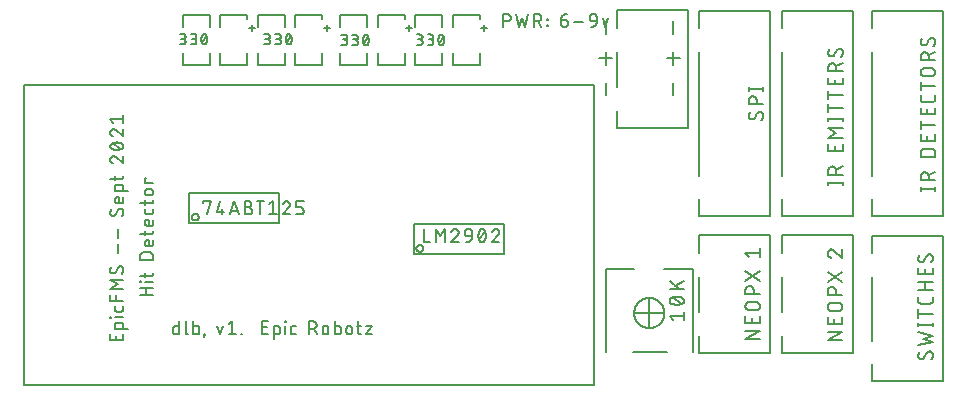
<source format=gbr>
G04 EAGLE Gerber RS-274X export*
G75*
%MOMM*%
%FSLAX34Y34*%
%LPD*%
%INSilkscreen Top*%
%IPPOS*%
%AMOC8*
5,1,8,0,0,1.08239X$1,22.5*%
G01*
%ADD10C,0.152400*%
%ADD11C,0.177800*%
%ADD12C,0.127000*%


D10*
X158496Y166906D02*
X158496Y168148D01*
X164705Y168148D01*
X161600Y156972D01*
X169926Y159456D02*
X172410Y168148D01*
X169926Y159456D02*
X176135Y159456D01*
X174272Y161939D02*
X174272Y156972D01*
X180735Y156972D02*
X184460Y168148D01*
X188186Y156972D01*
X187254Y159766D02*
X181666Y159766D01*
X193379Y163181D02*
X196483Y163181D01*
X196483Y163180D02*
X196594Y163178D01*
X196704Y163172D01*
X196815Y163162D01*
X196925Y163148D01*
X197034Y163131D01*
X197143Y163109D01*
X197251Y163084D01*
X197357Y163054D01*
X197463Y163021D01*
X197568Y162984D01*
X197671Y162944D01*
X197772Y162899D01*
X197872Y162852D01*
X197971Y162800D01*
X198067Y162745D01*
X198161Y162687D01*
X198253Y162626D01*
X198343Y162561D01*
X198431Y162493D01*
X198516Y162422D01*
X198598Y162348D01*
X198678Y162271D01*
X198755Y162191D01*
X198829Y162109D01*
X198900Y162024D01*
X198968Y161936D01*
X199033Y161846D01*
X199094Y161754D01*
X199152Y161660D01*
X199207Y161564D01*
X199259Y161465D01*
X199306Y161365D01*
X199351Y161264D01*
X199391Y161161D01*
X199428Y161056D01*
X199461Y160950D01*
X199491Y160844D01*
X199516Y160736D01*
X199538Y160627D01*
X199555Y160518D01*
X199569Y160408D01*
X199579Y160297D01*
X199585Y160187D01*
X199587Y160076D01*
X199585Y159965D01*
X199579Y159855D01*
X199569Y159744D01*
X199555Y159634D01*
X199538Y159525D01*
X199516Y159416D01*
X199491Y159308D01*
X199461Y159202D01*
X199428Y159096D01*
X199391Y158991D01*
X199351Y158888D01*
X199306Y158787D01*
X199259Y158687D01*
X199207Y158588D01*
X199152Y158492D01*
X199094Y158398D01*
X199033Y158306D01*
X198968Y158216D01*
X198900Y158128D01*
X198829Y158043D01*
X198755Y157961D01*
X198678Y157881D01*
X198598Y157804D01*
X198516Y157730D01*
X198431Y157659D01*
X198343Y157591D01*
X198253Y157526D01*
X198161Y157465D01*
X198067Y157407D01*
X197971Y157352D01*
X197872Y157300D01*
X197772Y157253D01*
X197671Y157208D01*
X197568Y157168D01*
X197463Y157131D01*
X197357Y157098D01*
X197251Y157068D01*
X197143Y157043D01*
X197034Y157021D01*
X196925Y157004D01*
X196815Y156990D01*
X196704Y156980D01*
X196594Y156974D01*
X196483Y156972D01*
X193379Y156972D01*
X193379Y168148D01*
X196483Y168148D01*
X196582Y168146D01*
X196680Y168140D01*
X196779Y168130D01*
X196876Y168117D01*
X196974Y168099D01*
X197070Y168078D01*
X197166Y168052D01*
X197260Y168023D01*
X197353Y167991D01*
X197445Y167954D01*
X197535Y167914D01*
X197624Y167870D01*
X197711Y167823D01*
X197796Y167773D01*
X197878Y167719D01*
X197959Y167662D01*
X198037Y167602D01*
X198113Y167538D01*
X198186Y167472D01*
X198257Y167403D01*
X198325Y167331D01*
X198389Y167256D01*
X198451Y167179D01*
X198510Y167100D01*
X198565Y167018D01*
X198618Y166934D01*
X198666Y166849D01*
X198712Y166761D01*
X198754Y166671D01*
X198792Y166580D01*
X198826Y166488D01*
X198857Y166394D01*
X198884Y166299D01*
X198908Y166203D01*
X198927Y166106D01*
X198943Y166009D01*
X198955Y165911D01*
X198963Y165812D01*
X198967Y165713D01*
X198967Y165615D01*
X198963Y165516D01*
X198955Y165417D01*
X198943Y165319D01*
X198927Y165222D01*
X198908Y165125D01*
X198884Y165029D01*
X198857Y164934D01*
X198826Y164840D01*
X198792Y164748D01*
X198754Y164657D01*
X198712Y164567D01*
X198666Y164479D01*
X198618Y164394D01*
X198565Y164310D01*
X198510Y164228D01*
X198451Y164149D01*
X198389Y164072D01*
X198325Y163997D01*
X198257Y163925D01*
X198186Y163856D01*
X198113Y163790D01*
X198037Y163726D01*
X197959Y163666D01*
X197878Y163609D01*
X197796Y163555D01*
X197711Y163505D01*
X197624Y163458D01*
X197535Y163414D01*
X197445Y163374D01*
X197353Y163337D01*
X197260Y163305D01*
X197166Y163276D01*
X197070Y163250D01*
X196974Y163229D01*
X196876Y163211D01*
X196779Y163198D01*
X196680Y163188D01*
X196582Y163182D01*
X196483Y163180D01*
X206558Y168148D02*
X206558Y156972D01*
X203454Y168148D02*
X209663Y168148D01*
X214122Y165664D02*
X217226Y168148D01*
X217226Y156972D01*
X214122Y156972D02*
X220331Y156972D01*
X228967Y168148D02*
X229071Y168146D01*
X229176Y168140D01*
X229280Y168130D01*
X229383Y168117D01*
X229486Y168099D01*
X229589Y168078D01*
X229690Y168053D01*
X229791Y168024D01*
X229890Y167991D01*
X229988Y167955D01*
X230084Y167915D01*
X230179Y167871D01*
X230273Y167824D01*
X230364Y167774D01*
X230453Y167720D01*
X230541Y167663D01*
X230626Y167602D01*
X230709Y167538D01*
X230789Y167472D01*
X230867Y167402D01*
X230943Y167330D01*
X231015Y167254D01*
X231085Y167176D01*
X231151Y167096D01*
X231215Y167013D01*
X231276Y166928D01*
X231333Y166840D01*
X231387Y166751D01*
X231437Y166660D01*
X231484Y166566D01*
X231528Y166471D01*
X231568Y166375D01*
X231604Y166277D01*
X231637Y166178D01*
X231666Y166077D01*
X231691Y165976D01*
X231712Y165873D01*
X231730Y165770D01*
X231743Y165667D01*
X231753Y165563D01*
X231759Y165458D01*
X231761Y165354D01*
X228967Y168149D02*
X228848Y168147D01*
X228730Y168141D01*
X228611Y168131D01*
X228493Y168118D01*
X228376Y168100D01*
X228259Y168078D01*
X228143Y168053D01*
X228028Y168024D01*
X227913Y167991D01*
X227800Y167954D01*
X227689Y167914D01*
X227578Y167870D01*
X227470Y167822D01*
X227363Y167771D01*
X227257Y167716D01*
X227154Y167657D01*
X227052Y167596D01*
X226953Y167531D01*
X226855Y167462D01*
X226761Y167391D01*
X226668Y167316D01*
X226578Y167239D01*
X226491Y167158D01*
X226406Y167075D01*
X226324Y166989D01*
X226245Y166900D01*
X226169Y166809D01*
X226096Y166715D01*
X226027Y166619D01*
X225960Y166520D01*
X225897Y166420D01*
X225837Y166317D01*
X225780Y166213D01*
X225728Y166106D01*
X225678Y165998D01*
X225632Y165889D01*
X225590Y165777D01*
X225552Y165665D01*
X230830Y163181D02*
X230905Y163255D01*
X230977Y163332D01*
X231047Y163411D01*
X231114Y163493D01*
X231178Y163577D01*
X231239Y163663D01*
X231297Y163751D01*
X231352Y163842D01*
X231404Y163934D01*
X231452Y164028D01*
X231497Y164123D01*
X231539Y164221D01*
X231577Y164319D01*
X231612Y164419D01*
X231643Y164520D01*
X231670Y164622D01*
X231694Y164725D01*
X231715Y164828D01*
X231731Y164933D01*
X231744Y165038D01*
X231754Y165143D01*
X231759Y165248D01*
X231761Y165354D01*
X230829Y163181D02*
X225552Y156972D01*
X231761Y156972D01*
X236982Y156972D02*
X240707Y156972D01*
X240805Y156974D01*
X240902Y156980D01*
X240999Y156989D01*
X241096Y157003D01*
X241192Y157020D01*
X241287Y157041D01*
X241381Y157065D01*
X241475Y157094D01*
X241567Y157126D01*
X241658Y157161D01*
X241747Y157200D01*
X241835Y157243D01*
X241921Y157289D01*
X242005Y157338D01*
X242087Y157391D01*
X242167Y157446D01*
X242245Y157505D01*
X242320Y157567D01*
X242393Y157632D01*
X242463Y157700D01*
X242531Y157770D01*
X242596Y157843D01*
X242658Y157918D01*
X242717Y157996D01*
X242772Y158076D01*
X242825Y158158D01*
X242874Y158242D01*
X242920Y158328D01*
X242963Y158416D01*
X243002Y158505D01*
X243037Y158596D01*
X243069Y158688D01*
X243098Y158782D01*
X243122Y158876D01*
X243143Y158971D01*
X243160Y159067D01*
X243174Y159164D01*
X243183Y159261D01*
X243189Y159358D01*
X243191Y159456D01*
X243191Y160697D01*
X243189Y160795D01*
X243183Y160892D01*
X243174Y160989D01*
X243160Y161086D01*
X243143Y161182D01*
X243122Y161277D01*
X243098Y161371D01*
X243069Y161465D01*
X243037Y161557D01*
X243002Y161648D01*
X242963Y161737D01*
X242920Y161825D01*
X242874Y161911D01*
X242825Y161995D01*
X242772Y162077D01*
X242717Y162157D01*
X242658Y162235D01*
X242596Y162310D01*
X242531Y162383D01*
X242463Y162453D01*
X242393Y162521D01*
X242320Y162586D01*
X242245Y162648D01*
X242167Y162707D01*
X242087Y162762D01*
X242005Y162815D01*
X241921Y162864D01*
X241835Y162910D01*
X241747Y162953D01*
X241658Y162992D01*
X241567Y163027D01*
X241475Y163059D01*
X241381Y163088D01*
X241287Y163112D01*
X241192Y163133D01*
X241096Y163150D01*
X240999Y163164D01*
X240902Y163173D01*
X240805Y163179D01*
X240707Y163181D01*
X236982Y163181D01*
X236982Y168148D01*
X243191Y168148D01*
X90678Y55513D02*
X90678Y50546D01*
X79502Y50546D01*
X79502Y55513D01*
X84469Y54271D02*
X84469Y50546D01*
X83227Y60356D02*
X94403Y60356D01*
X83227Y60356D02*
X83227Y63461D01*
X83229Y63545D01*
X83235Y63628D01*
X83244Y63711D01*
X83257Y63794D01*
X83274Y63876D01*
X83294Y63957D01*
X83318Y64037D01*
X83346Y64116D01*
X83377Y64193D01*
X83411Y64269D01*
X83449Y64344D01*
X83491Y64417D01*
X83535Y64487D01*
X83583Y64556D01*
X83633Y64623D01*
X83687Y64687D01*
X83743Y64748D01*
X83803Y64808D01*
X83864Y64864D01*
X83928Y64918D01*
X83995Y64968D01*
X84064Y65016D01*
X84134Y65060D01*
X84207Y65102D01*
X84282Y65140D01*
X84358Y65174D01*
X84435Y65205D01*
X84514Y65233D01*
X84594Y65257D01*
X84675Y65277D01*
X84757Y65294D01*
X84840Y65307D01*
X84923Y65317D01*
X85006Y65322D01*
X85090Y65324D01*
X85090Y65323D02*
X88815Y65323D01*
X88815Y65324D02*
X88899Y65322D01*
X88982Y65317D01*
X89065Y65307D01*
X89148Y65294D01*
X89230Y65277D01*
X89311Y65257D01*
X89391Y65233D01*
X89470Y65205D01*
X89547Y65174D01*
X89623Y65140D01*
X89698Y65102D01*
X89771Y65060D01*
X89841Y65016D01*
X89910Y64968D01*
X89977Y64918D01*
X90041Y64864D01*
X90102Y64808D01*
X90162Y64748D01*
X90218Y64687D01*
X90272Y64623D01*
X90322Y64556D01*
X90370Y64487D01*
X90414Y64417D01*
X90456Y64344D01*
X90494Y64269D01*
X90528Y64193D01*
X90559Y64116D01*
X90587Y64037D01*
X90611Y63957D01*
X90631Y63876D01*
X90648Y63794D01*
X90661Y63711D01*
X90671Y63628D01*
X90676Y63545D01*
X90678Y63461D01*
X90678Y60356D01*
X90678Y70005D02*
X83227Y70005D01*
X80123Y69695D02*
X79502Y69695D01*
X79502Y70316D01*
X80123Y70316D01*
X80123Y69695D01*
X90678Y76640D02*
X90678Y79123D01*
X90678Y76640D02*
X90676Y76554D01*
X90670Y76468D01*
X90660Y76383D01*
X90646Y76298D01*
X90629Y76213D01*
X90607Y76130D01*
X90581Y76048D01*
X90552Y75967D01*
X90519Y75888D01*
X90483Y75810D01*
X90443Y75733D01*
X90399Y75659D01*
X90352Y75587D01*
X90302Y75517D01*
X90248Y75450D01*
X90192Y75385D01*
X90132Y75323D01*
X90070Y75263D01*
X90005Y75207D01*
X89938Y75153D01*
X89868Y75103D01*
X89796Y75056D01*
X89722Y75012D01*
X89645Y74972D01*
X89568Y74936D01*
X89488Y74903D01*
X89407Y74874D01*
X89325Y74848D01*
X89242Y74826D01*
X89157Y74809D01*
X89072Y74795D01*
X88987Y74785D01*
X88901Y74779D01*
X88815Y74777D01*
X85090Y74777D01*
X85006Y74779D01*
X84923Y74784D01*
X84840Y74794D01*
X84757Y74807D01*
X84675Y74824D01*
X84594Y74844D01*
X84514Y74868D01*
X84435Y74896D01*
X84358Y74927D01*
X84282Y74961D01*
X84207Y74999D01*
X84134Y75041D01*
X84064Y75085D01*
X83995Y75133D01*
X83928Y75183D01*
X83864Y75237D01*
X83803Y75293D01*
X83743Y75353D01*
X83687Y75414D01*
X83633Y75478D01*
X83583Y75545D01*
X83535Y75614D01*
X83491Y75684D01*
X83449Y75757D01*
X83411Y75832D01*
X83377Y75908D01*
X83346Y75985D01*
X83318Y76064D01*
X83294Y76144D01*
X83274Y76225D01*
X83257Y76307D01*
X83244Y76390D01*
X83234Y76473D01*
X83229Y76556D01*
X83227Y76640D01*
X83227Y79123D01*
X79502Y84074D02*
X90678Y84074D01*
X79502Y84074D02*
X79502Y89041D01*
X84469Y89041D02*
X84469Y84074D01*
X79502Y94093D02*
X90678Y94093D01*
X85711Y97818D02*
X79502Y94093D01*
X85711Y97818D02*
X79502Y101543D01*
X90678Y101543D01*
X90678Y110631D02*
X90676Y110728D01*
X90670Y110826D01*
X90661Y110923D01*
X90647Y111020D01*
X90630Y111116D01*
X90609Y111211D01*
X90585Y111305D01*
X90556Y111399D01*
X90524Y111491D01*
X90489Y111582D01*
X90450Y111671D01*
X90407Y111759D01*
X90361Y111845D01*
X90312Y111929D01*
X90259Y112011D01*
X90204Y112091D01*
X90145Y112169D01*
X90083Y112244D01*
X90018Y112317D01*
X89950Y112387D01*
X89880Y112455D01*
X89807Y112520D01*
X89732Y112582D01*
X89654Y112641D01*
X89574Y112696D01*
X89492Y112749D01*
X89408Y112798D01*
X89322Y112844D01*
X89234Y112887D01*
X89145Y112926D01*
X89054Y112961D01*
X88962Y112993D01*
X88868Y113022D01*
X88774Y113046D01*
X88679Y113067D01*
X88583Y113084D01*
X88486Y113098D01*
X88389Y113107D01*
X88292Y113113D01*
X88194Y113115D01*
X90678Y110631D02*
X90676Y110488D01*
X90670Y110345D01*
X90661Y110203D01*
X90647Y110061D01*
X90629Y109919D01*
X90608Y109778D01*
X90583Y109637D01*
X90554Y109497D01*
X90521Y109358D01*
X90485Y109220D01*
X90444Y109083D01*
X90400Y108947D01*
X90353Y108812D01*
X90301Y108679D01*
X90246Y108547D01*
X90188Y108417D01*
X90126Y108288D01*
X90060Y108161D01*
X89991Y108036D01*
X89919Y107913D01*
X89843Y107792D01*
X89765Y107673D01*
X89682Y107556D01*
X89597Y107441D01*
X89509Y107329D01*
X89417Y107219D01*
X89323Y107112D01*
X89226Y107007D01*
X89126Y106905D01*
X81986Y107216D02*
X81888Y107218D01*
X81791Y107224D01*
X81694Y107233D01*
X81597Y107247D01*
X81501Y107264D01*
X81406Y107285D01*
X81312Y107309D01*
X81218Y107338D01*
X81126Y107370D01*
X81035Y107405D01*
X80946Y107444D01*
X80858Y107487D01*
X80772Y107533D01*
X80688Y107582D01*
X80606Y107635D01*
X80526Y107690D01*
X80448Y107749D01*
X80373Y107811D01*
X80300Y107876D01*
X80230Y107944D01*
X80162Y108014D01*
X80097Y108087D01*
X80035Y108162D01*
X79976Y108240D01*
X79921Y108320D01*
X79868Y108402D01*
X79819Y108486D01*
X79773Y108572D01*
X79730Y108660D01*
X79691Y108749D01*
X79656Y108840D01*
X79624Y108932D01*
X79595Y109026D01*
X79571Y109120D01*
X79550Y109215D01*
X79533Y109311D01*
X79519Y109408D01*
X79510Y109505D01*
X79504Y109602D01*
X79502Y109700D01*
X79504Y109830D01*
X79509Y109960D01*
X79518Y110090D01*
X79531Y110220D01*
X79547Y110349D01*
X79567Y110478D01*
X79591Y110606D01*
X79618Y110734D01*
X79649Y110860D01*
X79683Y110986D01*
X79721Y111111D01*
X79762Y111234D01*
X79807Y111357D01*
X79855Y111478D01*
X79906Y111598D01*
X79961Y111716D01*
X80019Y111832D01*
X80080Y111947D01*
X80145Y112061D01*
X80212Y112172D01*
X80283Y112281D01*
X80357Y112389D01*
X80433Y112494D01*
X84159Y108458D02*
X84108Y108375D01*
X84054Y108294D01*
X83997Y108216D01*
X83937Y108140D01*
X83874Y108066D01*
X83808Y107995D01*
X83740Y107926D01*
X83669Y107860D01*
X83596Y107796D01*
X83520Y107736D01*
X83442Y107679D01*
X83361Y107624D01*
X83279Y107573D01*
X83195Y107525D01*
X83109Y107480D01*
X83021Y107438D01*
X82932Y107400D01*
X82842Y107366D01*
X82750Y107334D01*
X82657Y107307D01*
X82563Y107283D01*
X82468Y107262D01*
X82372Y107246D01*
X82276Y107233D01*
X82180Y107223D01*
X82083Y107218D01*
X81986Y107216D01*
X86021Y111872D02*
X86072Y111955D01*
X86126Y112036D01*
X86183Y112114D01*
X86243Y112190D01*
X86306Y112264D01*
X86372Y112335D01*
X86440Y112404D01*
X86511Y112470D01*
X86584Y112534D01*
X86660Y112594D01*
X86738Y112651D01*
X86819Y112706D01*
X86901Y112757D01*
X86985Y112805D01*
X87071Y112850D01*
X87159Y112892D01*
X87248Y112930D01*
X87338Y112964D01*
X87430Y112996D01*
X87523Y113023D01*
X87617Y113047D01*
X87712Y113068D01*
X87808Y113084D01*
X87904Y113097D01*
X88000Y113107D01*
X88097Y113112D01*
X88194Y113114D01*
X86021Y111873D02*
X84159Y108458D01*
X86332Y124192D02*
X86332Y131642D01*
X86332Y137146D02*
X86332Y144596D01*
X90678Y159399D02*
X90676Y159496D01*
X90670Y159594D01*
X90661Y159691D01*
X90647Y159788D01*
X90630Y159884D01*
X90609Y159979D01*
X90585Y160073D01*
X90556Y160167D01*
X90524Y160259D01*
X90489Y160350D01*
X90450Y160439D01*
X90407Y160527D01*
X90361Y160613D01*
X90312Y160697D01*
X90259Y160779D01*
X90204Y160859D01*
X90145Y160937D01*
X90083Y161012D01*
X90018Y161085D01*
X89950Y161155D01*
X89880Y161223D01*
X89807Y161288D01*
X89732Y161350D01*
X89654Y161409D01*
X89574Y161464D01*
X89492Y161517D01*
X89408Y161566D01*
X89322Y161612D01*
X89234Y161655D01*
X89145Y161694D01*
X89054Y161729D01*
X88962Y161761D01*
X88868Y161790D01*
X88774Y161814D01*
X88679Y161835D01*
X88583Y161852D01*
X88486Y161866D01*
X88389Y161875D01*
X88292Y161881D01*
X88194Y161883D01*
X90678Y159399D02*
X90676Y159256D01*
X90670Y159113D01*
X90661Y158971D01*
X90647Y158829D01*
X90629Y158687D01*
X90608Y158546D01*
X90583Y158405D01*
X90554Y158265D01*
X90521Y158126D01*
X90485Y157988D01*
X90444Y157851D01*
X90400Y157715D01*
X90353Y157580D01*
X90301Y157447D01*
X90246Y157315D01*
X90188Y157185D01*
X90126Y157056D01*
X90060Y156929D01*
X89991Y156804D01*
X89919Y156681D01*
X89843Y156560D01*
X89765Y156441D01*
X89682Y156324D01*
X89597Y156209D01*
X89509Y156097D01*
X89417Y155987D01*
X89323Y155880D01*
X89226Y155775D01*
X89126Y155673D01*
X81986Y155984D02*
X81888Y155986D01*
X81791Y155992D01*
X81694Y156001D01*
X81597Y156015D01*
X81501Y156032D01*
X81406Y156053D01*
X81312Y156077D01*
X81218Y156106D01*
X81126Y156138D01*
X81035Y156173D01*
X80946Y156212D01*
X80858Y156255D01*
X80772Y156301D01*
X80688Y156350D01*
X80606Y156403D01*
X80526Y156458D01*
X80448Y156517D01*
X80373Y156579D01*
X80300Y156644D01*
X80230Y156712D01*
X80162Y156782D01*
X80097Y156855D01*
X80035Y156930D01*
X79976Y157008D01*
X79921Y157088D01*
X79868Y157170D01*
X79819Y157254D01*
X79773Y157340D01*
X79730Y157428D01*
X79691Y157517D01*
X79656Y157608D01*
X79624Y157700D01*
X79595Y157794D01*
X79571Y157888D01*
X79550Y157983D01*
X79533Y158079D01*
X79519Y158176D01*
X79510Y158273D01*
X79504Y158370D01*
X79502Y158468D01*
X79504Y158598D01*
X79509Y158728D01*
X79518Y158858D01*
X79531Y158988D01*
X79547Y159117D01*
X79567Y159246D01*
X79591Y159374D01*
X79618Y159502D01*
X79649Y159628D01*
X79683Y159754D01*
X79721Y159879D01*
X79762Y160002D01*
X79807Y160125D01*
X79855Y160246D01*
X79906Y160366D01*
X79961Y160484D01*
X80019Y160600D01*
X80080Y160715D01*
X80145Y160829D01*
X80212Y160940D01*
X80283Y161049D01*
X80357Y161157D01*
X80433Y161262D01*
X84159Y157226D02*
X84108Y157143D01*
X84054Y157062D01*
X83997Y156984D01*
X83937Y156908D01*
X83874Y156834D01*
X83808Y156763D01*
X83740Y156694D01*
X83669Y156628D01*
X83596Y156564D01*
X83520Y156504D01*
X83442Y156447D01*
X83361Y156392D01*
X83279Y156341D01*
X83195Y156293D01*
X83109Y156248D01*
X83021Y156206D01*
X82932Y156168D01*
X82842Y156134D01*
X82750Y156102D01*
X82657Y156075D01*
X82563Y156051D01*
X82468Y156030D01*
X82372Y156014D01*
X82276Y156001D01*
X82180Y155991D01*
X82083Y155986D01*
X81986Y155984D01*
X86021Y160640D02*
X86072Y160723D01*
X86126Y160804D01*
X86183Y160882D01*
X86243Y160958D01*
X86306Y161032D01*
X86372Y161103D01*
X86440Y161172D01*
X86511Y161238D01*
X86584Y161302D01*
X86660Y161362D01*
X86738Y161419D01*
X86819Y161474D01*
X86901Y161525D01*
X86985Y161573D01*
X87071Y161618D01*
X87159Y161660D01*
X87248Y161698D01*
X87338Y161732D01*
X87430Y161764D01*
X87523Y161791D01*
X87617Y161815D01*
X87712Y161836D01*
X87808Y161852D01*
X87904Y161865D01*
X88000Y161875D01*
X88097Y161880D01*
X88194Y161882D01*
X86021Y160641D02*
X84159Y157226D01*
X90678Y168444D02*
X90678Y171548D01*
X90678Y168444D02*
X90676Y168358D01*
X90670Y168272D01*
X90660Y168187D01*
X90646Y168102D01*
X90629Y168017D01*
X90607Y167934D01*
X90581Y167852D01*
X90552Y167771D01*
X90519Y167692D01*
X90483Y167614D01*
X90443Y167537D01*
X90399Y167463D01*
X90352Y167391D01*
X90302Y167321D01*
X90248Y167254D01*
X90192Y167189D01*
X90132Y167127D01*
X90070Y167067D01*
X90005Y167011D01*
X89938Y166957D01*
X89868Y166907D01*
X89796Y166860D01*
X89722Y166816D01*
X89645Y166776D01*
X89568Y166740D01*
X89488Y166707D01*
X89407Y166678D01*
X89325Y166652D01*
X89242Y166630D01*
X89157Y166613D01*
X89072Y166599D01*
X88987Y166589D01*
X88901Y166583D01*
X88815Y166581D01*
X85711Y166581D01*
X85612Y166583D01*
X85514Y166589D01*
X85415Y166599D01*
X85318Y166612D01*
X85220Y166630D01*
X85124Y166651D01*
X85028Y166677D01*
X84934Y166706D01*
X84841Y166738D01*
X84749Y166775D01*
X84659Y166815D01*
X84570Y166859D01*
X84483Y166906D01*
X84398Y166956D01*
X84316Y167010D01*
X84235Y167067D01*
X84157Y167127D01*
X84081Y167191D01*
X84008Y167257D01*
X83937Y167326D01*
X83869Y167398D01*
X83805Y167473D01*
X83743Y167550D01*
X83684Y167629D01*
X83629Y167711D01*
X83576Y167795D01*
X83528Y167880D01*
X83482Y167968D01*
X83440Y168058D01*
X83402Y168149D01*
X83368Y168241D01*
X83337Y168335D01*
X83310Y168430D01*
X83286Y168526D01*
X83267Y168623D01*
X83251Y168720D01*
X83239Y168818D01*
X83231Y168917D01*
X83227Y169016D01*
X83227Y169114D01*
X83231Y169213D01*
X83239Y169312D01*
X83251Y169410D01*
X83267Y169507D01*
X83286Y169604D01*
X83310Y169700D01*
X83337Y169795D01*
X83368Y169889D01*
X83402Y169981D01*
X83440Y170072D01*
X83482Y170162D01*
X83528Y170250D01*
X83576Y170335D01*
X83629Y170419D01*
X83684Y170501D01*
X83743Y170580D01*
X83805Y170657D01*
X83869Y170732D01*
X83937Y170804D01*
X84008Y170873D01*
X84081Y170939D01*
X84157Y171003D01*
X84235Y171063D01*
X84316Y171120D01*
X84398Y171174D01*
X84483Y171224D01*
X84570Y171271D01*
X84659Y171315D01*
X84749Y171355D01*
X84841Y171392D01*
X84934Y171424D01*
X85028Y171453D01*
X85124Y171479D01*
X85220Y171500D01*
X85318Y171518D01*
X85415Y171531D01*
X85514Y171541D01*
X85612Y171547D01*
X85711Y171549D01*
X85711Y171548D02*
X86953Y171548D01*
X86953Y166581D01*
X83227Y176942D02*
X94403Y176942D01*
X83227Y176942D02*
X83227Y180046D01*
X83229Y180130D01*
X83235Y180213D01*
X83244Y180296D01*
X83257Y180379D01*
X83274Y180461D01*
X83294Y180542D01*
X83318Y180622D01*
X83346Y180701D01*
X83377Y180778D01*
X83411Y180854D01*
X83449Y180929D01*
X83491Y181002D01*
X83535Y181072D01*
X83583Y181141D01*
X83633Y181208D01*
X83687Y181272D01*
X83743Y181333D01*
X83803Y181393D01*
X83864Y181449D01*
X83928Y181503D01*
X83995Y181553D01*
X84064Y181601D01*
X84134Y181645D01*
X84207Y181687D01*
X84282Y181725D01*
X84358Y181759D01*
X84435Y181790D01*
X84514Y181818D01*
X84594Y181842D01*
X84675Y181862D01*
X84757Y181879D01*
X84840Y181892D01*
X84923Y181902D01*
X85006Y181907D01*
X85090Y181909D01*
X88815Y181909D01*
X88899Y181907D01*
X88982Y181902D01*
X89065Y181892D01*
X89148Y181879D01*
X89230Y181862D01*
X89311Y181842D01*
X89391Y181818D01*
X89470Y181790D01*
X89547Y181759D01*
X89623Y181725D01*
X89698Y181687D01*
X89771Y181645D01*
X89841Y181601D01*
X89910Y181553D01*
X89977Y181503D01*
X90041Y181449D01*
X90102Y181393D01*
X90162Y181333D01*
X90218Y181272D01*
X90272Y181208D01*
X90322Y181141D01*
X90370Y181072D01*
X90414Y181002D01*
X90456Y180929D01*
X90494Y180854D01*
X90528Y180778D01*
X90559Y180701D01*
X90587Y180622D01*
X90611Y180542D01*
X90631Y180461D01*
X90648Y180379D01*
X90661Y180296D01*
X90671Y180213D01*
X90676Y180130D01*
X90678Y180046D01*
X90678Y176942D01*
X83227Y185756D02*
X83227Y189481D01*
X79502Y186998D02*
X88815Y186998D01*
X88815Y186997D02*
X88899Y186999D01*
X88982Y187005D01*
X89065Y187014D01*
X89148Y187027D01*
X89230Y187044D01*
X89311Y187064D01*
X89391Y187088D01*
X89470Y187116D01*
X89547Y187147D01*
X89623Y187181D01*
X89698Y187219D01*
X89771Y187261D01*
X89841Y187305D01*
X89910Y187353D01*
X89977Y187403D01*
X90041Y187457D01*
X90102Y187513D01*
X90162Y187573D01*
X90218Y187634D01*
X90272Y187698D01*
X90322Y187765D01*
X90370Y187834D01*
X90414Y187904D01*
X90456Y187977D01*
X90494Y188052D01*
X90528Y188128D01*
X90559Y188205D01*
X90587Y188284D01*
X90611Y188364D01*
X90631Y188445D01*
X90648Y188527D01*
X90661Y188610D01*
X90671Y188693D01*
X90676Y188776D01*
X90678Y188860D01*
X90678Y189481D01*
X79502Y203665D02*
X79504Y203769D01*
X79510Y203874D01*
X79520Y203978D01*
X79533Y204081D01*
X79551Y204184D01*
X79572Y204287D01*
X79597Y204388D01*
X79626Y204489D01*
X79659Y204588D01*
X79695Y204686D01*
X79735Y204782D01*
X79779Y204877D01*
X79826Y204971D01*
X79876Y205062D01*
X79930Y205151D01*
X79987Y205239D01*
X80048Y205324D01*
X80112Y205407D01*
X80178Y205487D01*
X80248Y205565D01*
X80320Y205641D01*
X80396Y205713D01*
X80474Y205783D01*
X80554Y205849D01*
X80637Y205913D01*
X80722Y205974D01*
X80810Y206031D01*
X80899Y206085D01*
X80990Y206135D01*
X81084Y206182D01*
X81179Y206226D01*
X81275Y206266D01*
X81373Y206302D01*
X81472Y206335D01*
X81573Y206364D01*
X81674Y206389D01*
X81777Y206410D01*
X81880Y206428D01*
X81983Y206441D01*
X82087Y206451D01*
X82192Y206457D01*
X82296Y206459D01*
X79502Y203665D02*
X79504Y203546D01*
X79510Y203428D01*
X79520Y203309D01*
X79533Y203191D01*
X79551Y203074D01*
X79573Y202957D01*
X79598Y202841D01*
X79627Y202726D01*
X79660Y202611D01*
X79697Y202498D01*
X79737Y202387D01*
X79781Y202276D01*
X79829Y202168D01*
X79880Y202061D01*
X79935Y201955D01*
X79994Y201852D01*
X80055Y201750D01*
X80120Y201651D01*
X80189Y201553D01*
X80260Y201459D01*
X80335Y201366D01*
X80412Y201276D01*
X80493Y201189D01*
X80576Y201104D01*
X80662Y201022D01*
X80751Y200943D01*
X80842Y200867D01*
X80936Y200794D01*
X81032Y200725D01*
X81131Y200658D01*
X81231Y200595D01*
X81334Y200535D01*
X81438Y200478D01*
X81545Y200426D01*
X81653Y200376D01*
X81762Y200330D01*
X81874Y200288D01*
X81986Y200250D01*
X84469Y205528D02*
X84395Y205603D01*
X84318Y205675D01*
X84239Y205745D01*
X84157Y205812D01*
X84073Y205876D01*
X83987Y205937D01*
X83899Y205995D01*
X83808Y206050D01*
X83716Y206102D01*
X83622Y206150D01*
X83527Y206195D01*
X83429Y206237D01*
X83331Y206275D01*
X83231Y206310D01*
X83130Y206341D01*
X83028Y206368D01*
X82925Y206392D01*
X82822Y206413D01*
X82717Y206429D01*
X82612Y206442D01*
X82507Y206452D01*
X82402Y206457D01*
X82296Y206459D01*
X84469Y205528D02*
X90678Y200250D01*
X90678Y206459D01*
X85090Y211680D02*
X84870Y211683D01*
X84650Y211690D01*
X84431Y211704D01*
X84212Y211722D01*
X83993Y211746D01*
X83775Y211774D01*
X83558Y211808D01*
X83342Y211847D01*
X83126Y211892D01*
X82912Y211941D01*
X82699Y211996D01*
X82487Y212055D01*
X82277Y212120D01*
X82069Y212190D01*
X81862Y212264D01*
X81657Y212344D01*
X81454Y212428D01*
X81253Y212517D01*
X81054Y212611D01*
X81054Y212612D02*
X80965Y212645D01*
X80877Y212681D01*
X80791Y212721D01*
X80706Y212764D01*
X80624Y212811D01*
X80543Y212862D01*
X80465Y212915D01*
X80389Y212972D01*
X80315Y213032D01*
X80244Y213095D01*
X80175Y213160D01*
X80109Y213229D01*
X80047Y213300D01*
X79987Y213374D01*
X79930Y213450D01*
X79876Y213528D01*
X79826Y213609D01*
X79779Y213691D01*
X79736Y213776D01*
X79696Y213862D01*
X79659Y213950D01*
X79627Y214039D01*
X79598Y214129D01*
X79572Y214221D01*
X79551Y214313D01*
X79533Y214407D01*
X79520Y214501D01*
X79510Y214595D01*
X79504Y214690D01*
X79502Y214785D01*
X79504Y214880D01*
X79510Y214975D01*
X79520Y215069D01*
X79533Y215163D01*
X79551Y215257D01*
X79572Y215349D01*
X79598Y215441D01*
X79627Y215531D01*
X79659Y215620D01*
X79696Y215708D01*
X79736Y215794D01*
X79779Y215879D01*
X79826Y215961D01*
X79876Y216042D01*
X79930Y216120D01*
X79987Y216196D01*
X80047Y216270D01*
X80109Y216341D01*
X80175Y216410D01*
X80244Y216475D01*
X80315Y216538D01*
X80389Y216598D01*
X80465Y216655D01*
X80543Y216708D01*
X80624Y216759D01*
X80707Y216806D01*
X80791Y216849D01*
X80877Y216889D01*
X80965Y216925D01*
X81054Y216958D01*
X81054Y216959D02*
X81253Y217053D01*
X81454Y217142D01*
X81657Y217226D01*
X81862Y217306D01*
X82069Y217380D01*
X82277Y217450D01*
X82487Y217515D01*
X82699Y217574D01*
X82912Y217629D01*
X83126Y217678D01*
X83342Y217723D01*
X83558Y217762D01*
X83775Y217796D01*
X83993Y217824D01*
X84212Y217848D01*
X84431Y217866D01*
X84650Y217880D01*
X84870Y217887D01*
X85090Y217890D01*
X85090Y211680D02*
X85310Y211683D01*
X85530Y211690D01*
X85749Y211704D01*
X85968Y211722D01*
X86187Y211746D01*
X86405Y211774D01*
X86622Y211808D01*
X86838Y211847D01*
X87054Y211892D01*
X87268Y211941D01*
X87481Y211996D01*
X87693Y212055D01*
X87903Y212120D01*
X88111Y212190D01*
X88318Y212264D01*
X88523Y212344D01*
X88726Y212428D01*
X88927Y212517D01*
X89126Y212611D01*
X89126Y212612D02*
X89215Y212645D01*
X89303Y212681D01*
X89389Y212721D01*
X89474Y212764D01*
X89556Y212811D01*
X89637Y212862D01*
X89715Y212915D01*
X89791Y212972D01*
X89865Y213032D01*
X89936Y213095D01*
X90005Y213160D01*
X90071Y213229D01*
X90133Y213300D01*
X90193Y213374D01*
X90250Y213450D01*
X90304Y213528D01*
X90354Y213609D01*
X90401Y213691D01*
X90444Y213776D01*
X90484Y213862D01*
X90521Y213950D01*
X90553Y214039D01*
X90582Y214129D01*
X90608Y214221D01*
X90629Y214313D01*
X90647Y214407D01*
X90660Y214501D01*
X90670Y214595D01*
X90676Y214690D01*
X90678Y214785D01*
X89126Y216959D02*
X88927Y217053D01*
X88726Y217142D01*
X88523Y217226D01*
X88318Y217306D01*
X88111Y217380D01*
X87903Y217450D01*
X87693Y217515D01*
X87481Y217574D01*
X87268Y217629D01*
X87054Y217678D01*
X86838Y217723D01*
X86622Y217762D01*
X86405Y217796D01*
X86187Y217824D01*
X85968Y217848D01*
X85749Y217866D01*
X85530Y217880D01*
X85310Y217887D01*
X85090Y217890D01*
X89126Y216958D02*
X89215Y216925D01*
X89303Y216889D01*
X89389Y216849D01*
X89474Y216806D01*
X89556Y216759D01*
X89637Y216708D01*
X89715Y216655D01*
X89791Y216598D01*
X89865Y216538D01*
X89936Y216475D01*
X90005Y216410D01*
X90071Y216341D01*
X90133Y216270D01*
X90193Y216196D01*
X90250Y216120D01*
X90304Y216042D01*
X90354Y215961D01*
X90401Y215879D01*
X90444Y215794D01*
X90484Y215708D01*
X90521Y215620D01*
X90553Y215531D01*
X90582Y215441D01*
X90608Y215349D01*
X90629Y215257D01*
X90647Y215163D01*
X90660Y215069D01*
X90670Y214975D01*
X90676Y214880D01*
X90678Y214785D01*
X88194Y212301D02*
X81986Y217268D01*
X79502Y226525D02*
X79504Y226629D01*
X79510Y226734D01*
X79520Y226838D01*
X79533Y226941D01*
X79551Y227044D01*
X79572Y227147D01*
X79597Y227248D01*
X79626Y227349D01*
X79659Y227448D01*
X79695Y227546D01*
X79735Y227642D01*
X79779Y227737D01*
X79826Y227831D01*
X79876Y227922D01*
X79930Y228011D01*
X79987Y228099D01*
X80048Y228184D01*
X80112Y228267D01*
X80178Y228347D01*
X80248Y228425D01*
X80320Y228501D01*
X80396Y228573D01*
X80474Y228643D01*
X80554Y228709D01*
X80637Y228773D01*
X80722Y228834D01*
X80810Y228891D01*
X80899Y228945D01*
X80990Y228995D01*
X81084Y229042D01*
X81179Y229086D01*
X81275Y229126D01*
X81373Y229162D01*
X81472Y229195D01*
X81573Y229224D01*
X81674Y229249D01*
X81777Y229270D01*
X81880Y229288D01*
X81983Y229301D01*
X82087Y229311D01*
X82192Y229317D01*
X82296Y229319D01*
X79502Y226525D02*
X79504Y226406D01*
X79510Y226288D01*
X79520Y226169D01*
X79533Y226051D01*
X79551Y225934D01*
X79573Y225817D01*
X79598Y225701D01*
X79627Y225586D01*
X79660Y225471D01*
X79697Y225358D01*
X79737Y225247D01*
X79781Y225136D01*
X79829Y225028D01*
X79880Y224921D01*
X79935Y224815D01*
X79994Y224712D01*
X80055Y224610D01*
X80120Y224511D01*
X80189Y224413D01*
X80260Y224319D01*
X80335Y224226D01*
X80412Y224136D01*
X80493Y224049D01*
X80576Y223964D01*
X80662Y223882D01*
X80751Y223803D01*
X80842Y223727D01*
X80936Y223654D01*
X81032Y223585D01*
X81131Y223518D01*
X81231Y223455D01*
X81334Y223395D01*
X81438Y223338D01*
X81545Y223286D01*
X81653Y223236D01*
X81762Y223190D01*
X81874Y223148D01*
X81986Y223110D01*
X84469Y228388D02*
X84395Y228463D01*
X84318Y228535D01*
X84239Y228605D01*
X84157Y228672D01*
X84073Y228736D01*
X83987Y228797D01*
X83899Y228855D01*
X83808Y228910D01*
X83716Y228962D01*
X83622Y229010D01*
X83527Y229055D01*
X83429Y229097D01*
X83331Y229135D01*
X83231Y229170D01*
X83130Y229201D01*
X83028Y229228D01*
X82925Y229252D01*
X82822Y229273D01*
X82717Y229289D01*
X82612Y229302D01*
X82507Y229312D01*
X82402Y229317D01*
X82296Y229319D01*
X84469Y228388D02*
X90678Y223110D01*
X90678Y229319D01*
X81986Y234540D02*
X79502Y237645D01*
X90678Y237645D01*
X90678Y240749D02*
X90678Y234540D01*
X138063Y66548D02*
X138063Y55372D01*
X134959Y55372D01*
X134875Y55374D01*
X134792Y55379D01*
X134709Y55389D01*
X134626Y55402D01*
X134544Y55419D01*
X134463Y55439D01*
X134383Y55463D01*
X134304Y55491D01*
X134227Y55522D01*
X134151Y55556D01*
X134076Y55594D01*
X134003Y55636D01*
X133933Y55680D01*
X133864Y55728D01*
X133797Y55778D01*
X133733Y55832D01*
X133672Y55888D01*
X133612Y55948D01*
X133556Y56009D01*
X133502Y56073D01*
X133452Y56140D01*
X133404Y56209D01*
X133360Y56279D01*
X133318Y56352D01*
X133280Y56427D01*
X133246Y56503D01*
X133215Y56580D01*
X133187Y56659D01*
X133163Y56739D01*
X133143Y56820D01*
X133126Y56902D01*
X133113Y56985D01*
X133103Y57068D01*
X133098Y57151D01*
X133096Y57235D01*
X133096Y60960D01*
X133098Y61044D01*
X133104Y61127D01*
X133113Y61210D01*
X133126Y61293D01*
X133143Y61375D01*
X133163Y61456D01*
X133187Y61536D01*
X133215Y61615D01*
X133246Y61692D01*
X133280Y61768D01*
X133318Y61843D01*
X133360Y61916D01*
X133404Y61986D01*
X133452Y62055D01*
X133502Y62122D01*
X133556Y62186D01*
X133612Y62247D01*
X133672Y62307D01*
X133733Y62363D01*
X133797Y62417D01*
X133864Y62467D01*
X133933Y62515D01*
X134003Y62559D01*
X134076Y62601D01*
X134151Y62639D01*
X134227Y62673D01*
X134304Y62704D01*
X134383Y62732D01*
X134463Y62756D01*
X134544Y62776D01*
X134626Y62793D01*
X134709Y62806D01*
X134792Y62816D01*
X134875Y62821D01*
X134959Y62823D01*
X138063Y62823D01*
X143548Y66548D02*
X143548Y57235D01*
X143550Y57151D01*
X143555Y57068D01*
X143565Y56985D01*
X143578Y56902D01*
X143595Y56820D01*
X143615Y56739D01*
X143639Y56659D01*
X143667Y56580D01*
X143698Y56503D01*
X143732Y56427D01*
X143770Y56352D01*
X143812Y56279D01*
X143856Y56209D01*
X143904Y56140D01*
X143954Y56073D01*
X144008Y56009D01*
X144064Y55948D01*
X144124Y55888D01*
X144185Y55832D01*
X144249Y55778D01*
X144316Y55728D01*
X144385Y55680D01*
X144455Y55636D01*
X144528Y55594D01*
X144603Y55556D01*
X144679Y55522D01*
X144756Y55491D01*
X144835Y55463D01*
X144915Y55439D01*
X144996Y55419D01*
X145078Y55402D01*
X145161Y55389D01*
X145244Y55379D01*
X145327Y55374D01*
X145411Y55372D01*
X150007Y55372D02*
X150007Y66548D01*
X150007Y55372D02*
X153112Y55372D01*
X153196Y55374D01*
X153279Y55380D01*
X153362Y55389D01*
X153445Y55402D01*
X153527Y55419D01*
X153608Y55439D01*
X153688Y55463D01*
X153767Y55491D01*
X153844Y55522D01*
X153920Y55556D01*
X153995Y55594D01*
X154068Y55636D01*
X154138Y55680D01*
X154207Y55728D01*
X154274Y55778D01*
X154338Y55832D01*
X154399Y55888D01*
X154459Y55948D01*
X154515Y56009D01*
X154569Y56073D01*
X154619Y56140D01*
X154667Y56209D01*
X154711Y56279D01*
X154753Y56352D01*
X154791Y56427D01*
X154825Y56503D01*
X154856Y56580D01*
X154884Y56659D01*
X154908Y56739D01*
X154928Y56820D01*
X154945Y56902D01*
X154958Y56985D01*
X154968Y57068D01*
X154973Y57151D01*
X154975Y57235D01*
X154974Y57235D02*
X154974Y60960D01*
X154975Y60960D02*
X154973Y61044D01*
X154968Y61127D01*
X154958Y61210D01*
X154945Y61293D01*
X154928Y61375D01*
X154908Y61456D01*
X154884Y61536D01*
X154856Y61615D01*
X154825Y61692D01*
X154791Y61768D01*
X154753Y61843D01*
X154711Y61916D01*
X154667Y61986D01*
X154619Y62055D01*
X154569Y62122D01*
X154515Y62186D01*
X154459Y62247D01*
X154399Y62307D01*
X154338Y62363D01*
X154274Y62417D01*
X154207Y62467D01*
X154138Y62515D01*
X154068Y62559D01*
X153995Y62601D01*
X153920Y62639D01*
X153844Y62673D01*
X153767Y62704D01*
X153688Y62732D01*
X153608Y62756D01*
X153527Y62776D01*
X153445Y62793D01*
X153362Y62806D01*
X153279Y62816D01*
X153196Y62821D01*
X153112Y62823D01*
X150007Y62823D01*
X159292Y55372D02*
X159913Y55372D01*
X159292Y55372D02*
X159292Y55993D01*
X159913Y55993D01*
X159913Y55372D01*
X158981Y52888D01*
X172610Y55372D02*
X170126Y62823D01*
X175094Y62823D02*
X172610Y55372D01*
X179793Y64064D02*
X182897Y66548D01*
X182897Y55372D01*
X179793Y55372D02*
X186001Y55372D01*
X190588Y55372D02*
X190588Y55993D01*
X191208Y55993D01*
X191208Y55372D01*
X190588Y55372D01*
X208396Y55372D02*
X213363Y55372D01*
X208396Y55372D02*
X208396Y66548D01*
X213363Y66548D01*
X212121Y61581D02*
X208396Y61581D01*
X218206Y62823D02*
X218206Y51647D01*
X218206Y62823D02*
X221310Y62823D01*
X221394Y62821D01*
X221477Y62816D01*
X221560Y62806D01*
X221643Y62793D01*
X221725Y62776D01*
X221806Y62756D01*
X221886Y62732D01*
X221965Y62704D01*
X222042Y62673D01*
X222118Y62639D01*
X222193Y62601D01*
X222266Y62559D01*
X222336Y62515D01*
X222405Y62467D01*
X222472Y62417D01*
X222536Y62363D01*
X222597Y62307D01*
X222657Y62247D01*
X222713Y62186D01*
X222767Y62122D01*
X222817Y62055D01*
X222865Y61986D01*
X222909Y61916D01*
X222951Y61843D01*
X222989Y61768D01*
X223023Y61692D01*
X223054Y61615D01*
X223082Y61536D01*
X223106Y61456D01*
X223126Y61375D01*
X223143Y61293D01*
X223156Y61210D01*
X223166Y61127D01*
X223171Y61044D01*
X223173Y60960D01*
X223173Y57235D01*
X223171Y57149D01*
X223165Y57063D01*
X223155Y56978D01*
X223141Y56893D01*
X223124Y56808D01*
X223102Y56725D01*
X223076Y56643D01*
X223047Y56562D01*
X223014Y56483D01*
X222978Y56405D01*
X222938Y56328D01*
X222894Y56254D01*
X222847Y56182D01*
X222797Y56112D01*
X222743Y56045D01*
X222687Y55980D01*
X222627Y55918D01*
X222565Y55858D01*
X222500Y55802D01*
X222433Y55748D01*
X222363Y55698D01*
X222291Y55651D01*
X222217Y55607D01*
X222140Y55567D01*
X222063Y55531D01*
X221983Y55498D01*
X221902Y55469D01*
X221820Y55443D01*
X221737Y55421D01*
X221652Y55404D01*
X221567Y55390D01*
X221482Y55380D01*
X221396Y55374D01*
X221310Y55372D01*
X218206Y55372D01*
X227855Y55372D02*
X227855Y62823D01*
X227544Y65927D02*
X227544Y66548D01*
X228165Y66548D01*
X228165Y65927D01*
X227544Y65927D01*
X234490Y55372D02*
X236973Y55372D01*
X234490Y55372D02*
X234406Y55374D01*
X234323Y55379D01*
X234240Y55389D01*
X234157Y55402D01*
X234075Y55419D01*
X233994Y55439D01*
X233914Y55463D01*
X233835Y55491D01*
X233758Y55522D01*
X233682Y55556D01*
X233607Y55594D01*
X233534Y55636D01*
X233464Y55680D01*
X233395Y55728D01*
X233328Y55778D01*
X233264Y55832D01*
X233203Y55888D01*
X233143Y55948D01*
X233087Y56009D01*
X233033Y56073D01*
X232983Y56140D01*
X232935Y56209D01*
X232891Y56279D01*
X232849Y56352D01*
X232811Y56427D01*
X232777Y56503D01*
X232746Y56580D01*
X232718Y56659D01*
X232694Y56739D01*
X232674Y56820D01*
X232657Y56902D01*
X232644Y56985D01*
X232634Y57068D01*
X232629Y57151D01*
X232627Y57235D01*
X232627Y60960D01*
X232629Y61044D01*
X232635Y61127D01*
X232644Y61210D01*
X232657Y61293D01*
X232674Y61375D01*
X232694Y61456D01*
X232718Y61536D01*
X232746Y61615D01*
X232777Y61692D01*
X232811Y61768D01*
X232849Y61843D01*
X232891Y61916D01*
X232935Y61986D01*
X232983Y62055D01*
X233033Y62122D01*
X233087Y62186D01*
X233143Y62247D01*
X233203Y62307D01*
X233264Y62363D01*
X233328Y62417D01*
X233395Y62467D01*
X233464Y62515D01*
X233534Y62559D01*
X233607Y62601D01*
X233682Y62639D01*
X233758Y62673D01*
X233835Y62704D01*
X233914Y62732D01*
X233994Y62756D01*
X234075Y62776D01*
X234157Y62793D01*
X234240Y62806D01*
X234323Y62816D01*
X234406Y62821D01*
X234490Y62823D01*
X236973Y62823D01*
X248083Y66548D02*
X248083Y55372D01*
X248083Y66548D02*
X251188Y66548D01*
X251299Y66546D01*
X251409Y66540D01*
X251520Y66530D01*
X251630Y66516D01*
X251739Y66499D01*
X251848Y66477D01*
X251956Y66452D01*
X252062Y66422D01*
X252168Y66389D01*
X252273Y66352D01*
X252376Y66312D01*
X252477Y66267D01*
X252577Y66220D01*
X252676Y66168D01*
X252772Y66113D01*
X252866Y66055D01*
X252958Y65994D01*
X253048Y65929D01*
X253136Y65861D01*
X253221Y65790D01*
X253303Y65716D01*
X253383Y65639D01*
X253460Y65559D01*
X253534Y65477D01*
X253605Y65392D01*
X253673Y65304D01*
X253738Y65214D01*
X253799Y65122D01*
X253857Y65028D01*
X253912Y64932D01*
X253964Y64833D01*
X254011Y64733D01*
X254056Y64632D01*
X254096Y64529D01*
X254133Y64424D01*
X254166Y64318D01*
X254196Y64212D01*
X254221Y64104D01*
X254243Y63995D01*
X254260Y63886D01*
X254274Y63776D01*
X254284Y63665D01*
X254290Y63555D01*
X254292Y63444D01*
X254290Y63333D01*
X254284Y63223D01*
X254274Y63112D01*
X254260Y63002D01*
X254243Y62893D01*
X254221Y62784D01*
X254196Y62676D01*
X254166Y62570D01*
X254133Y62464D01*
X254096Y62359D01*
X254056Y62256D01*
X254011Y62155D01*
X253964Y62055D01*
X253912Y61956D01*
X253857Y61860D01*
X253799Y61766D01*
X253738Y61674D01*
X253673Y61584D01*
X253605Y61496D01*
X253534Y61411D01*
X253460Y61329D01*
X253383Y61249D01*
X253303Y61172D01*
X253221Y61098D01*
X253136Y61027D01*
X253048Y60959D01*
X252958Y60894D01*
X252866Y60833D01*
X252772Y60775D01*
X252676Y60720D01*
X252577Y60668D01*
X252477Y60621D01*
X252376Y60576D01*
X252273Y60536D01*
X252168Y60499D01*
X252062Y60466D01*
X251956Y60436D01*
X251848Y60411D01*
X251739Y60389D01*
X251630Y60372D01*
X251520Y60358D01*
X251409Y60348D01*
X251299Y60342D01*
X251188Y60340D01*
X251188Y60339D02*
X248083Y60339D01*
X251809Y60339D02*
X254292Y55372D01*
X259280Y57856D02*
X259280Y60339D01*
X259282Y60438D01*
X259288Y60536D01*
X259298Y60635D01*
X259311Y60732D01*
X259329Y60830D01*
X259350Y60926D01*
X259376Y61022D01*
X259405Y61116D01*
X259437Y61209D01*
X259474Y61301D01*
X259514Y61391D01*
X259558Y61480D01*
X259605Y61567D01*
X259655Y61652D01*
X259709Y61734D01*
X259766Y61815D01*
X259826Y61893D01*
X259890Y61969D01*
X259956Y62042D01*
X260025Y62113D01*
X260097Y62181D01*
X260172Y62245D01*
X260249Y62307D01*
X260328Y62366D01*
X260410Y62421D01*
X260494Y62474D01*
X260579Y62522D01*
X260667Y62568D01*
X260757Y62610D01*
X260848Y62648D01*
X260940Y62682D01*
X261034Y62713D01*
X261129Y62740D01*
X261225Y62764D01*
X261322Y62783D01*
X261419Y62799D01*
X261517Y62811D01*
X261616Y62819D01*
X261715Y62823D01*
X261813Y62823D01*
X261912Y62819D01*
X262011Y62811D01*
X262109Y62799D01*
X262206Y62783D01*
X262303Y62764D01*
X262399Y62740D01*
X262494Y62713D01*
X262588Y62682D01*
X262680Y62648D01*
X262771Y62610D01*
X262861Y62568D01*
X262949Y62522D01*
X263034Y62474D01*
X263118Y62421D01*
X263200Y62366D01*
X263279Y62307D01*
X263356Y62245D01*
X263431Y62181D01*
X263503Y62113D01*
X263572Y62042D01*
X263638Y61969D01*
X263702Y61893D01*
X263762Y61815D01*
X263819Y61734D01*
X263873Y61652D01*
X263923Y61567D01*
X263970Y61480D01*
X264014Y61391D01*
X264054Y61301D01*
X264091Y61209D01*
X264123Y61116D01*
X264152Y61022D01*
X264178Y60926D01*
X264199Y60830D01*
X264217Y60732D01*
X264230Y60635D01*
X264240Y60536D01*
X264246Y60438D01*
X264248Y60339D01*
X264247Y60339D02*
X264247Y57856D01*
X264248Y57856D02*
X264246Y57757D01*
X264240Y57659D01*
X264230Y57560D01*
X264217Y57463D01*
X264199Y57365D01*
X264178Y57269D01*
X264152Y57173D01*
X264123Y57079D01*
X264091Y56986D01*
X264054Y56894D01*
X264014Y56804D01*
X263970Y56715D01*
X263923Y56628D01*
X263873Y56543D01*
X263819Y56461D01*
X263762Y56380D01*
X263702Y56302D01*
X263638Y56226D01*
X263572Y56153D01*
X263503Y56082D01*
X263431Y56014D01*
X263356Y55950D01*
X263279Y55888D01*
X263200Y55829D01*
X263118Y55774D01*
X263034Y55721D01*
X262949Y55673D01*
X262861Y55627D01*
X262771Y55585D01*
X262680Y55547D01*
X262588Y55513D01*
X262494Y55482D01*
X262399Y55455D01*
X262303Y55431D01*
X262206Y55412D01*
X262109Y55396D01*
X262011Y55384D01*
X261912Y55376D01*
X261813Y55372D01*
X261715Y55372D01*
X261616Y55376D01*
X261517Y55384D01*
X261419Y55396D01*
X261322Y55412D01*
X261225Y55431D01*
X261129Y55455D01*
X261034Y55482D01*
X260940Y55513D01*
X260848Y55547D01*
X260757Y55585D01*
X260667Y55627D01*
X260579Y55673D01*
X260494Y55721D01*
X260410Y55774D01*
X260328Y55829D01*
X260249Y55888D01*
X260172Y55950D01*
X260097Y56014D01*
X260025Y56082D01*
X259956Y56153D01*
X259890Y56226D01*
X259826Y56302D01*
X259766Y56380D01*
X259709Y56461D01*
X259655Y56543D01*
X259605Y56628D01*
X259558Y56715D01*
X259514Y56804D01*
X259474Y56894D01*
X259437Y56986D01*
X259405Y57079D01*
X259376Y57173D01*
X259350Y57269D01*
X259329Y57365D01*
X259311Y57463D01*
X259298Y57560D01*
X259288Y57659D01*
X259282Y57757D01*
X259280Y57856D01*
X269641Y55372D02*
X269641Y66548D01*
X269641Y55372D02*
X272745Y55372D01*
X272829Y55374D01*
X272912Y55380D01*
X272995Y55389D01*
X273078Y55402D01*
X273160Y55419D01*
X273241Y55439D01*
X273321Y55463D01*
X273400Y55491D01*
X273477Y55522D01*
X273553Y55556D01*
X273628Y55594D01*
X273701Y55636D01*
X273771Y55680D01*
X273840Y55728D01*
X273907Y55778D01*
X273971Y55832D01*
X274032Y55888D01*
X274092Y55948D01*
X274148Y56009D01*
X274202Y56073D01*
X274252Y56140D01*
X274300Y56209D01*
X274344Y56279D01*
X274386Y56352D01*
X274424Y56427D01*
X274458Y56503D01*
X274489Y56580D01*
X274517Y56659D01*
X274541Y56739D01*
X274561Y56820D01*
X274578Y56902D01*
X274591Y56985D01*
X274601Y57068D01*
X274606Y57151D01*
X274608Y57235D01*
X274608Y60960D01*
X274606Y61044D01*
X274601Y61127D01*
X274591Y61210D01*
X274578Y61293D01*
X274561Y61375D01*
X274541Y61456D01*
X274517Y61536D01*
X274489Y61615D01*
X274458Y61692D01*
X274424Y61768D01*
X274386Y61843D01*
X274344Y61916D01*
X274300Y61986D01*
X274252Y62055D01*
X274202Y62122D01*
X274148Y62186D01*
X274092Y62247D01*
X274032Y62307D01*
X273971Y62363D01*
X273907Y62417D01*
X273840Y62467D01*
X273771Y62515D01*
X273701Y62559D01*
X273628Y62601D01*
X273553Y62639D01*
X273477Y62673D01*
X273400Y62704D01*
X273321Y62732D01*
X273241Y62756D01*
X273160Y62776D01*
X273078Y62793D01*
X272995Y62806D01*
X272912Y62816D01*
X272829Y62821D01*
X272745Y62823D01*
X269641Y62823D01*
X279473Y60339D02*
X279473Y57856D01*
X279473Y60339D02*
X279475Y60438D01*
X279481Y60536D01*
X279491Y60635D01*
X279504Y60732D01*
X279522Y60830D01*
X279543Y60926D01*
X279569Y61022D01*
X279598Y61116D01*
X279630Y61209D01*
X279667Y61301D01*
X279707Y61391D01*
X279751Y61480D01*
X279798Y61567D01*
X279848Y61652D01*
X279902Y61734D01*
X279959Y61815D01*
X280019Y61893D01*
X280083Y61969D01*
X280149Y62042D01*
X280218Y62113D01*
X280290Y62181D01*
X280365Y62245D01*
X280442Y62307D01*
X280521Y62366D01*
X280603Y62421D01*
X280687Y62474D01*
X280772Y62522D01*
X280860Y62568D01*
X280950Y62610D01*
X281041Y62648D01*
X281133Y62682D01*
X281227Y62713D01*
X281322Y62740D01*
X281418Y62764D01*
X281515Y62783D01*
X281612Y62799D01*
X281710Y62811D01*
X281809Y62819D01*
X281908Y62823D01*
X282006Y62823D01*
X282105Y62819D01*
X282204Y62811D01*
X282302Y62799D01*
X282399Y62783D01*
X282496Y62764D01*
X282592Y62740D01*
X282687Y62713D01*
X282781Y62682D01*
X282873Y62648D01*
X282964Y62610D01*
X283054Y62568D01*
X283142Y62522D01*
X283227Y62474D01*
X283311Y62421D01*
X283393Y62366D01*
X283472Y62307D01*
X283549Y62245D01*
X283624Y62181D01*
X283696Y62113D01*
X283765Y62042D01*
X283831Y61969D01*
X283895Y61893D01*
X283955Y61815D01*
X284012Y61734D01*
X284066Y61652D01*
X284116Y61567D01*
X284163Y61480D01*
X284207Y61391D01*
X284247Y61301D01*
X284284Y61209D01*
X284316Y61116D01*
X284345Y61022D01*
X284371Y60926D01*
X284392Y60830D01*
X284410Y60732D01*
X284423Y60635D01*
X284433Y60536D01*
X284439Y60438D01*
X284441Y60339D01*
X284440Y60339D02*
X284440Y57856D01*
X284441Y57856D02*
X284439Y57757D01*
X284433Y57659D01*
X284423Y57560D01*
X284410Y57463D01*
X284392Y57365D01*
X284371Y57269D01*
X284345Y57173D01*
X284316Y57079D01*
X284284Y56986D01*
X284247Y56894D01*
X284207Y56804D01*
X284163Y56715D01*
X284116Y56628D01*
X284066Y56543D01*
X284012Y56461D01*
X283955Y56380D01*
X283895Y56302D01*
X283831Y56226D01*
X283765Y56153D01*
X283696Y56082D01*
X283624Y56014D01*
X283549Y55950D01*
X283472Y55888D01*
X283393Y55829D01*
X283311Y55774D01*
X283227Y55721D01*
X283142Y55673D01*
X283054Y55627D01*
X282964Y55585D01*
X282873Y55547D01*
X282781Y55513D01*
X282687Y55482D01*
X282592Y55455D01*
X282496Y55431D01*
X282399Y55412D01*
X282302Y55396D01*
X282204Y55384D01*
X282105Y55376D01*
X282006Y55372D01*
X281908Y55372D01*
X281809Y55376D01*
X281710Y55384D01*
X281612Y55396D01*
X281515Y55412D01*
X281418Y55431D01*
X281322Y55455D01*
X281227Y55482D01*
X281133Y55513D01*
X281041Y55547D01*
X280950Y55585D01*
X280860Y55627D01*
X280772Y55673D01*
X280687Y55721D01*
X280603Y55774D01*
X280521Y55829D01*
X280442Y55888D01*
X280365Y55950D01*
X280290Y56014D01*
X280218Y56082D01*
X280149Y56153D01*
X280083Y56226D01*
X280019Y56302D01*
X279959Y56380D01*
X279902Y56461D01*
X279848Y56543D01*
X279798Y56628D01*
X279751Y56715D01*
X279707Y56804D01*
X279667Y56894D01*
X279630Y56986D01*
X279598Y57079D01*
X279569Y57173D01*
X279543Y57269D01*
X279522Y57365D01*
X279504Y57463D01*
X279491Y57560D01*
X279481Y57659D01*
X279475Y57757D01*
X279473Y57856D01*
X288361Y62823D02*
X292086Y62823D01*
X289602Y66548D02*
X289602Y57235D01*
X289604Y57151D01*
X289609Y57068D01*
X289619Y56985D01*
X289632Y56902D01*
X289649Y56820D01*
X289669Y56739D01*
X289693Y56659D01*
X289721Y56580D01*
X289752Y56503D01*
X289786Y56427D01*
X289824Y56352D01*
X289866Y56279D01*
X289910Y56209D01*
X289958Y56140D01*
X290008Y56073D01*
X290062Y56009D01*
X290118Y55948D01*
X290178Y55888D01*
X290239Y55832D01*
X290303Y55778D01*
X290370Y55728D01*
X290439Y55680D01*
X290509Y55636D01*
X290582Y55594D01*
X290657Y55556D01*
X290733Y55522D01*
X290810Y55491D01*
X290889Y55463D01*
X290969Y55439D01*
X291050Y55419D01*
X291132Y55402D01*
X291215Y55389D01*
X291298Y55379D01*
X291381Y55374D01*
X291465Y55372D01*
X292086Y55372D01*
X296237Y62823D02*
X301204Y62823D01*
X296237Y55372D01*
X301204Y55372D01*
X412496Y315722D02*
X412496Y326898D01*
X415600Y326898D01*
X415711Y326896D01*
X415821Y326890D01*
X415932Y326880D01*
X416042Y326866D01*
X416151Y326849D01*
X416260Y326827D01*
X416368Y326802D01*
X416474Y326772D01*
X416580Y326739D01*
X416685Y326702D01*
X416788Y326662D01*
X416889Y326617D01*
X416989Y326570D01*
X417088Y326518D01*
X417184Y326463D01*
X417278Y326405D01*
X417370Y326344D01*
X417460Y326279D01*
X417548Y326211D01*
X417633Y326140D01*
X417715Y326066D01*
X417795Y325989D01*
X417872Y325909D01*
X417946Y325827D01*
X418017Y325742D01*
X418085Y325654D01*
X418150Y325564D01*
X418211Y325472D01*
X418269Y325378D01*
X418324Y325282D01*
X418376Y325183D01*
X418423Y325083D01*
X418468Y324982D01*
X418508Y324879D01*
X418545Y324774D01*
X418578Y324668D01*
X418608Y324562D01*
X418633Y324454D01*
X418655Y324345D01*
X418672Y324236D01*
X418686Y324126D01*
X418696Y324015D01*
X418702Y323905D01*
X418704Y323794D01*
X418702Y323683D01*
X418696Y323573D01*
X418686Y323462D01*
X418672Y323352D01*
X418655Y323243D01*
X418633Y323134D01*
X418608Y323026D01*
X418578Y322920D01*
X418545Y322814D01*
X418508Y322709D01*
X418468Y322606D01*
X418423Y322505D01*
X418376Y322405D01*
X418324Y322306D01*
X418269Y322210D01*
X418211Y322116D01*
X418150Y322024D01*
X418085Y321934D01*
X418017Y321846D01*
X417946Y321761D01*
X417872Y321679D01*
X417795Y321599D01*
X417715Y321522D01*
X417633Y321448D01*
X417548Y321377D01*
X417460Y321309D01*
X417370Y321244D01*
X417278Y321183D01*
X417184Y321125D01*
X417088Y321070D01*
X416989Y321018D01*
X416889Y320971D01*
X416788Y320926D01*
X416685Y320886D01*
X416580Y320849D01*
X416474Y320816D01*
X416368Y320786D01*
X416260Y320761D01*
X416151Y320739D01*
X416042Y320722D01*
X415932Y320708D01*
X415821Y320698D01*
X415711Y320692D01*
X415600Y320690D01*
X415600Y320689D02*
X412496Y320689D01*
X422995Y326898D02*
X425478Y315722D01*
X427962Y323173D01*
X430445Y315722D01*
X432929Y326898D01*
X438284Y326898D02*
X438284Y315722D01*
X438284Y326898D02*
X441389Y326898D01*
X441500Y326896D01*
X441610Y326890D01*
X441721Y326880D01*
X441831Y326866D01*
X441940Y326849D01*
X442049Y326827D01*
X442157Y326802D01*
X442263Y326772D01*
X442369Y326739D01*
X442474Y326702D01*
X442577Y326662D01*
X442678Y326617D01*
X442778Y326570D01*
X442877Y326518D01*
X442973Y326463D01*
X443067Y326405D01*
X443159Y326344D01*
X443249Y326279D01*
X443337Y326211D01*
X443422Y326140D01*
X443504Y326066D01*
X443584Y325989D01*
X443661Y325909D01*
X443735Y325827D01*
X443806Y325742D01*
X443874Y325654D01*
X443939Y325564D01*
X444000Y325472D01*
X444058Y325378D01*
X444113Y325282D01*
X444165Y325183D01*
X444212Y325083D01*
X444257Y324982D01*
X444297Y324879D01*
X444334Y324774D01*
X444367Y324668D01*
X444397Y324562D01*
X444422Y324454D01*
X444444Y324345D01*
X444461Y324236D01*
X444475Y324126D01*
X444485Y324015D01*
X444491Y323905D01*
X444493Y323794D01*
X444491Y323683D01*
X444485Y323573D01*
X444475Y323462D01*
X444461Y323352D01*
X444444Y323243D01*
X444422Y323134D01*
X444397Y323026D01*
X444367Y322920D01*
X444334Y322814D01*
X444297Y322709D01*
X444257Y322606D01*
X444212Y322505D01*
X444165Y322405D01*
X444113Y322306D01*
X444058Y322210D01*
X444000Y322116D01*
X443939Y322024D01*
X443874Y321934D01*
X443806Y321846D01*
X443735Y321761D01*
X443661Y321679D01*
X443584Y321599D01*
X443504Y321522D01*
X443422Y321448D01*
X443337Y321377D01*
X443249Y321309D01*
X443159Y321244D01*
X443067Y321183D01*
X442973Y321125D01*
X442877Y321070D01*
X442778Y321018D01*
X442678Y320971D01*
X442577Y320926D01*
X442474Y320886D01*
X442369Y320849D01*
X442263Y320816D01*
X442157Y320786D01*
X442049Y320761D01*
X441940Y320739D01*
X441831Y320722D01*
X441721Y320708D01*
X441610Y320698D01*
X441500Y320692D01*
X441389Y320690D01*
X441389Y320689D02*
X438284Y320689D01*
X442010Y320689D02*
X444493Y315722D01*
X449368Y316653D02*
X449368Y317274D01*
X449989Y317274D01*
X449989Y316653D01*
X449368Y316653D01*
X449368Y321620D02*
X449368Y322241D01*
X449989Y322241D01*
X449989Y321620D01*
X449368Y321620D01*
X461052Y321931D02*
X464778Y321931D01*
X464876Y321929D01*
X464973Y321923D01*
X465070Y321914D01*
X465167Y321900D01*
X465263Y321883D01*
X465358Y321862D01*
X465452Y321838D01*
X465546Y321809D01*
X465638Y321777D01*
X465729Y321742D01*
X465818Y321703D01*
X465906Y321660D01*
X465992Y321614D01*
X466076Y321565D01*
X466158Y321512D01*
X466238Y321457D01*
X466316Y321398D01*
X466391Y321336D01*
X466464Y321271D01*
X466534Y321203D01*
X466602Y321133D01*
X466667Y321060D01*
X466729Y320985D01*
X466788Y320907D01*
X466843Y320827D01*
X466896Y320745D01*
X466945Y320661D01*
X466991Y320575D01*
X467034Y320487D01*
X467073Y320398D01*
X467108Y320307D01*
X467140Y320215D01*
X467169Y320121D01*
X467193Y320027D01*
X467214Y319932D01*
X467231Y319836D01*
X467245Y319739D01*
X467254Y319642D01*
X467260Y319545D01*
X467262Y319447D01*
X467261Y319447D02*
X467261Y318826D01*
X467259Y318715D01*
X467253Y318605D01*
X467243Y318494D01*
X467229Y318384D01*
X467212Y318275D01*
X467190Y318166D01*
X467165Y318058D01*
X467135Y317952D01*
X467102Y317846D01*
X467065Y317741D01*
X467025Y317638D01*
X466980Y317537D01*
X466933Y317437D01*
X466881Y317338D01*
X466826Y317242D01*
X466768Y317148D01*
X466707Y317056D01*
X466642Y316966D01*
X466574Y316878D01*
X466503Y316793D01*
X466429Y316711D01*
X466352Y316631D01*
X466272Y316554D01*
X466190Y316480D01*
X466105Y316409D01*
X466017Y316341D01*
X465927Y316276D01*
X465835Y316215D01*
X465741Y316157D01*
X465645Y316102D01*
X465546Y316050D01*
X465446Y316003D01*
X465345Y315958D01*
X465242Y315918D01*
X465137Y315881D01*
X465031Y315848D01*
X464925Y315818D01*
X464817Y315793D01*
X464708Y315771D01*
X464599Y315754D01*
X464489Y315740D01*
X464378Y315730D01*
X464268Y315724D01*
X464157Y315722D01*
X464046Y315724D01*
X463936Y315730D01*
X463825Y315740D01*
X463715Y315754D01*
X463606Y315771D01*
X463497Y315793D01*
X463389Y315818D01*
X463283Y315848D01*
X463177Y315881D01*
X463072Y315918D01*
X462969Y315958D01*
X462868Y316003D01*
X462768Y316050D01*
X462669Y316102D01*
X462573Y316157D01*
X462479Y316215D01*
X462387Y316276D01*
X462297Y316341D01*
X462209Y316409D01*
X462124Y316480D01*
X462042Y316554D01*
X461962Y316631D01*
X461885Y316711D01*
X461811Y316793D01*
X461740Y316878D01*
X461672Y316966D01*
X461607Y317056D01*
X461546Y317148D01*
X461488Y317242D01*
X461433Y317338D01*
X461381Y317437D01*
X461334Y317537D01*
X461289Y317638D01*
X461249Y317741D01*
X461212Y317846D01*
X461179Y317952D01*
X461149Y318058D01*
X461124Y318166D01*
X461102Y318275D01*
X461085Y318384D01*
X461071Y318494D01*
X461061Y318605D01*
X461055Y318715D01*
X461053Y318826D01*
X461052Y318826D02*
X461052Y321931D01*
X461054Y322070D01*
X461060Y322210D01*
X461070Y322348D01*
X461083Y322487D01*
X461101Y322625D01*
X461122Y322763D01*
X461147Y322900D01*
X461177Y323036D01*
X461209Y323172D01*
X461246Y323306D01*
X461287Y323439D01*
X461331Y323571D01*
X461379Y323702D01*
X461430Y323832D01*
X461485Y323960D01*
X461544Y324086D01*
X461606Y324211D01*
X461672Y324334D01*
X461741Y324455D01*
X461813Y324574D01*
X461889Y324691D01*
X461968Y324805D01*
X462050Y324918D01*
X462136Y325028D01*
X462224Y325136D01*
X462315Y325241D01*
X462410Y325343D01*
X462507Y325443D01*
X462607Y325540D01*
X462709Y325635D01*
X462814Y325726D01*
X462922Y325814D01*
X463032Y325900D01*
X463145Y325982D01*
X463259Y326061D01*
X463376Y326137D01*
X463495Y326209D01*
X463616Y326278D01*
X463739Y326344D01*
X463864Y326406D01*
X463990Y326465D01*
X464118Y326520D01*
X464248Y326571D01*
X464378Y326619D01*
X464511Y326663D01*
X464644Y326704D01*
X464778Y326741D01*
X464914Y326773D01*
X465050Y326803D01*
X465187Y326828D01*
X465325Y326849D01*
X465463Y326867D01*
X465601Y326880D01*
X465740Y326890D01*
X465880Y326896D01*
X466019Y326898D01*
X472623Y320068D02*
X480074Y320068D01*
X487920Y320689D02*
X491645Y320689D01*
X487920Y320689D02*
X487822Y320691D01*
X487725Y320697D01*
X487628Y320706D01*
X487531Y320720D01*
X487435Y320737D01*
X487340Y320758D01*
X487246Y320782D01*
X487152Y320811D01*
X487060Y320843D01*
X486969Y320878D01*
X486880Y320917D01*
X486792Y320960D01*
X486706Y321006D01*
X486622Y321055D01*
X486540Y321108D01*
X486460Y321163D01*
X486382Y321222D01*
X486307Y321284D01*
X486234Y321349D01*
X486164Y321417D01*
X486096Y321487D01*
X486031Y321560D01*
X485969Y321635D01*
X485910Y321713D01*
X485855Y321793D01*
X485802Y321875D01*
X485753Y321959D01*
X485707Y322045D01*
X485664Y322133D01*
X485625Y322222D01*
X485590Y322313D01*
X485558Y322405D01*
X485529Y322499D01*
X485505Y322593D01*
X485484Y322688D01*
X485467Y322784D01*
X485453Y322881D01*
X485444Y322978D01*
X485438Y323075D01*
X485436Y323173D01*
X485436Y323794D01*
X485437Y323794D02*
X485439Y323905D01*
X485445Y324015D01*
X485455Y324126D01*
X485469Y324236D01*
X485486Y324345D01*
X485508Y324454D01*
X485533Y324562D01*
X485563Y324668D01*
X485596Y324774D01*
X485633Y324879D01*
X485673Y324982D01*
X485718Y325083D01*
X485765Y325183D01*
X485817Y325282D01*
X485872Y325378D01*
X485930Y325472D01*
X485991Y325564D01*
X486056Y325654D01*
X486124Y325742D01*
X486195Y325827D01*
X486269Y325909D01*
X486346Y325989D01*
X486426Y326066D01*
X486508Y326140D01*
X486593Y326211D01*
X486681Y326279D01*
X486771Y326344D01*
X486863Y326405D01*
X486957Y326463D01*
X487053Y326518D01*
X487152Y326570D01*
X487252Y326617D01*
X487353Y326662D01*
X487456Y326702D01*
X487561Y326739D01*
X487667Y326772D01*
X487773Y326802D01*
X487881Y326827D01*
X487990Y326849D01*
X488099Y326866D01*
X488209Y326880D01*
X488320Y326890D01*
X488430Y326896D01*
X488541Y326898D01*
X488652Y326896D01*
X488762Y326890D01*
X488873Y326880D01*
X488983Y326866D01*
X489092Y326849D01*
X489201Y326827D01*
X489309Y326802D01*
X489415Y326772D01*
X489521Y326739D01*
X489626Y326702D01*
X489729Y326662D01*
X489830Y326617D01*
X489930Y326570D01*
X490029Y326518D01*
X490125Y326463D01*
X490219Y326405D01*
X490311Y326344D01*
X490401Y326279D01*
X490489Y326211D01*
X490574Y326140D01*
X490656Y326066D01*
X490736Y325989D01*
X490813Y325909D01*
X490887Y325827D01*
X490958Y325742D01*
X491026Y325654D01*
X491091Y325564D01*
X491152Y325472D01*
X491210Y325378D01*
X491265Y325282D01*
X491317Y325183D01*
X491364Y325083D01*
X491409Y324982D01*
X491449Y324879D01*
X491486Y324774D01*
X491519Y324668D01*
X491549Y324562D01*
X491574Y324454D01*
X491596Y324345D01*
X491613Y324236D01*
X491627Y324126D01*
X491637Y324015D01*
X491643Y323905D01*
X491645Y323794D01*
X491645Y320689D01*
X491643Y320550D01*
X491637Y320410D01*
X491627Y320272D01*
X491614Y320133D01*
X491596Y319995D01*
X491575Y319857D01*
X491550Y319720D01*
X491520Y319584D01*
X491488Y319448D01*
X491451Y319314D01*
X491410Y319181D01*
X491366Y319048D01*
X491318Y318918D01*
X491267Y318788D01*
X491212Y318660D01*
X491153Y318534D01*
X491091Y318409D01*
X491025Y318286D01*
X490956Y318165D01*
X490884Y318046D01*
X490808Y317929D01*
X490729Y317815D01*
X490647Y317702D01*
X490561Y317592D01*
X490473Y317484D01*
X490382Y317379D01*
X490287Y317277D01*
X490190Y317177D01*
X490090Y317080D01*
X489988Y316985D01*
X489883Y316894D01*
X489775Y316806D01*
X489665Y316720D01*
X489552Y316638D01*
X489438Y316559D01*
X489321Y316483D01*
X489202Y316411D01*
X489081Y316342D01*
X488958Y316276D01*
X488833Y316214D01*
X488707Y316155D01*
X488579Y316100D01*
X488449Y316049D01*
X488318Y316001D01*
X488186Y315957D01*
X488053Y315916D01*
X487919Y315879D01*
X487783Y315847D01*
X487647Y315817D01*
X487510Y315792D01*
X487372Y315771D01*
X487234Y315753D01*
X487095Y315740D01*
X486956Y315730D01*
X486817Y315724D01*
X486678Y315722D01*
X498828Y315722D02*
X496344Y323173D01*
X501311Y323173D02*
X498828Y315722D01*
X556288Y268647D02*
X556288Y257810D01*
X556288Y283862D02*
X556288Y294699D01*
X561707Y289281D02*
X550870Y289281D01*
X556288Y309914D02*
X556288Y320751D01*
D11*
X629821Y244024D02*
X629924Y244022D01*
X630028Y244016D01*
X630131Y244007D01*
X630233Y243993D01*
X630335Y243976D01*
X630436Y243955D01*
X630537Y243930D01*
X630636Y243901D01*
X630735Y243869D01*
X630832Y243833D01*
X630927Y243793D01*
X631021Y243750D01*
X631113Y243703D01*
X631204Y243653D01*
X631293Y243600D01*
X631379Y243543D01*
X631464Y243484D01*
X631546Y243421D01*
X631625Y243355D01*
X631702Y243286D01*
X631777Y243214D01*
X631849Y243139D01*
X631918Y243062D01*
X631984Y242983D01*
X632047Y242901D01*
X632106Y242816D01*
X632163Y242730D01*
X632216Y242641D01*
X632266Y242550D01*
X632313Y242458D01*
X632356Y242364D01*
X632396Y242269D01*
X632432Y242172D01*
X632464Y242073D01*
X632493Y241974D01*
X632518Y241873D01*
X632539Y241772D01*
X632556Y241670D01*
X632570Y241568D01*
X632579Y241465D01*
X632585Y241361D01*
X632587Y241258D01*
X632585Y241109D01*
X632579Y240960D01*
X632570Y240812D01*
X632557Y240664D01*
X632540Y240516D01*
X632519Y240369D01*
X632494Y240222D01*
X632466Y240076D01*
X632434Y239930D01*
X632398Y239786D01*
X632359Y239642D01*
X632316Y239500D01*
X632270Y239358D01*
X632219Y239218D01*
X632166Y239080D01*
X632108Y238942D01*
X632048Y238806D01*
X631984Y238672D01*
X631916Y238539D01*
X631845Y238409D01*
X631771Y238280D01*
X631693Y238153D01*
X631613Y238028D01*
X631529Y237905D01*
X631442Y237784D01*
X631352Y237665D01*
X631259Y237549D01*
X631163Y237435D01*
X631064Y237324D01*
X630963Y237215D01*
X630858Y237109D01*
X622907Y237455D02*
X622804Y237457D01*
X622700Y237463D01*
X622597Y237472D01*
X622495Y237486D01*
X622393Y237503D01*
X622292Y237524D01*
X622191Y237549D01*
X622092Y237578D01*
X621993Y237610D01*
X621896Y237646D01*
X621801Y237686D01*
X621707Y237729D01*
X621615Y237776D01*
X621524Y237826D01*
X621435Y237879D01*
X621349Y237936D01*
X621264Y237995D01*
X621182Y238058D01*
X621103Y238124D01*
X621026Y238193D01*
X620951Y238265D01*
X620879Y238340D01*
X620810Y238417D01*
X620744Y238496D01*
X620681Y238578D01*
X620622Y238663D01*
X620565Y238749D01*
X620512Y238838D01*
X620462Y238929D01*
X620415Y239021D01*
X620372Y239115D01*
X620332Y239210D01*
X620296Y239307D01*
X620264Y239406D01*
X620235Y239505D01*
X620210Y239606D01*
X620189Y239707D01*
X620172Y239809D01*
X620158Y239911D01*
X620149Y240014D01*
X620143Y240118D01*
X620141Y240221D01*
X620143Y240360D01*
X620148Y240499D01*
X620158Y240638D01*
X620171Y240776D01*
X620188Y240914D01*
X620208Y241052D01*
X620232Y241189D01*
X620260Y241325D01*
X620291Y241460D01*
X620326Y241595D01*
X620365Y241728D01*
X620407Y241861D01*
X620453Y241992D01*
X620502Y242122D01*
X620555Y242251D01*
X620611Y242378D01*
X620670Y242504D01*
X620733Y242628D01*
X620800Y242750D01*
X620869Y242871D01*
X620942Y242989D01*
X621017Y243106D01*
X621096Y243220D01*
X621178Y243333D01*
X625327Y238838D02*
X625273Y238749D01*
X625215Y238662D01*
X625154Y238578D01*
X625090Y238496D01*
X625023Y238416D01*
X624953Y238339D01*
X624880Y238264D01*
X624804Y238193D01*
X624726Y238124D01*
X624646Y238058D01*
X624563Y237995D01*
X624478Y237935D01*
X624390Y237878D01*
X624301Y237825D01*
X624209Y237775D01*
X624116Y237729D01*
X624021Y237685D01*
X623925Y237646D01*
X623827Y237610D01*
X623728Y237578D01*
X623628Y237549D01*
X623527Y237524D01*
X623425Y237503D01*
X623322Y237486D01*
X623219Y237472D01*
X623115Y237463D01*
X623011Y237457D01*
X622907Y237455D01*
X627401Y242640D02*
X627455Y242729D01*
X627513Y242815D01*
X627574Y242900D01*
X627638Y242982D01*
X627705Y243062D01*
X627775Y243139D01*
X627848Y243213D01*
X627924Y243285D01*
X628002Y243354D01*
X628082Y243420D01*
X628165Y243483D01*
X628250Y243543D01*
X628338Y243600D01*
X628427Y243653D01*
X628519Y243703D01*
X628612Y243749D01*
X628707Y243793D01*
X628803Y243832D01*
X628901Y243868D01*
X629000Y243900D01*
X629100Y243929D01*
X629201Y243954D01*
X629303Y243975D01*
X629406Y243992D01*
X629509Y244006D01*
X629613Y244015D01*
X629717Y244021D01*
X629821Y244023D01*
X627401Y242641D02*
X625327Y238838D01*
X620141Y250154D02*
X632587Y250154D01*
X620141Y250154D02*
X620141Y253611D01*
X620143Y253728D01*
X620149Y253844D01*
X620159Y253961D01*
X620173Y254077D01*
X620190Y254192D01*
X620212Y254307D01*
X620237Y254421D01*
X620266Y254534D01*
X620300Y254646D01*
X620336Y254757D01*
X620377Y254866D01*
X620421Y254974D01*
X620469Y255081D01*
X620520Y255186D01*
X620575Y255289D01*
X620634Y255390D01*
X620696Y255489D01*
X620761Y255586D01*
X620829Y255681D01*
X620900Y255773D01*
X620975Y255863D01*
X621053Y255950D01*
X621133Y256035D01*
X621216Y256117D01*
X621302Y256196D01*
X621391Y256272D01*
X621482Y256345D01*
X621575Y256415D01*
X621671Y256481D01*
X621769Y256545D01*
X621870Y256605D01*
X621972Y256662D01*
X622076Y256715D01*
X622181Y256764D01*
X622289Y256810D01*
X622397Y256853D01*
X622508Y256892D01*
X622619Y256926D01*
X622731Y256958D01*
X622845Y256985D01*
X622959Y257009D01*
X623075Y257028D01*
X623190Y257044D01*
X623306Y257056D01*
X623423Y257064D01*
X623540Y257068D01*
X623656Y257068D01*
X623773Y257064D01*
X623890Y257056D01*
X624006Y257044D01*
X624121Y257028D01*
X624237Y257009D01*
X624351Y256985D01*
X624465Y256958D01*
X624577Y256926D01*
X624688Y256892D01*
X624799Y256853D01*
X624907Y256810D01*
X625015Y256764D01*
X625120Y256715D01*
X625224Y256662D01*
X625327Y256605D01*
X625427Y256545D01*
X625525Y256481D01*
X625621Y256415D01*
X625714Y256345D01*
X625805Y256272D01*
X625894Y256196D01*
X625980Y256117D01*
X626063Y256035D01*
X626143Y255950D01*
X626221Y255863D01*
X626296Y255773D01*
X626367Y255681D01*
X626435Y255586D01*
X626500Y255489D01*
X626562Y255390D01*
X626621Y255289D01*
X626676Y255186D01*
X626727Y255081D01*
X626775Y254974D01*
X626819Y254866D01*
X626860Y254757D01*
X626896Y254646D01*
X626930Y254534D01*
X626959Y254421D01*
X626984Y254307D01*
X627006Y254192D01*
X627023Y254077D01*
X627037Y253961D01*
X627047Y253844D01*
X627053Y253728D01*
X627055Y253611D01*
X627055Y250154D01*
X632587Y263182D02*
X620141Y263182D01*
X632587Y261799D02*
X632587Y264565D01*
X620141Y264565D02*
X620141Y261799D01*
X687451Y183374D02*
X699897Y183374D01*
X699897Y181991D02*
X699897Y184757D01*
X687451Y184757D02*
X687451Y181991D01*
X687451Y190690D02*
X699897Y190690D01*
X687451Y190690D02*
X687451Y194148D01*
X687453Y194265D01*
X687459Y194381D01*
X687469Y194498D01*
X687483Y194614D01*
X687500Y194729D01*
X687522Y194844D01*
X687547Y194958D01*
X687576Y195071D01*
X687610Y195183D01*
X687646Y195294D01*
X687687Y195403D01*
X687731Y195511D01*
X687779Y195618D01*
X687830Y195723D01*
X687885Y195826D01*
X687944Y195927D01*
X688006Y196026D01*
X688071Y196123D01*
X688139Y196218D01*
X688210Y196310D01*
X688285Y196400D01*
X688363Y196487D01*
X688443Y196572D01*
X688526Y196654D01*
X688612Y196733D01*
X688701Y196809D01*
X688792Y196882D01*
X688885Y196952D01*
X688981Y197018D01*
X689079Y197082D01*
X689180Y197142D01*
X689282Y197199D01*
X689386Y197252D01*
X689491Y197301D01*
X689599Y197347D01*
X689707Y197390D01*
X689818Y197429D01*
X689929Y197463D01*
X690041Y197495D01*
X690155Y197522D01*
X690269Y197546D01*
X690385Y197565D01*
X690500Y197581D01*
X690616Y197593D01*
X690733Y197601D01*
X690850Y197605D01*
X690966Y197605D01*
X691083Y197601D01*
X691200Y197593D01*
X691316Y197581D01*
X691431Y197565D01*
X691547Y197546D01*
X691661Y197522D01*
X691775Y197495D01*
X691887Y197463D01*
X691998Y197429D01*
X692109Y197390D01*
X692217Y197347D01*
X692325Y197301D01*
X692430Y197252D01*
X692534Y197199D01*
X692637Y197142D01*
X692737Y197082D01*
X692835Y197018D01*
X692931Y196952D01*
X693024Y196882D01*
X693115Y196809D01*
X693204Y196733D01*
X693290Y196654D01*
X693373Y196572D01*
X693453Y196487D01*
X693531Y196400D01*
X693606Y196310D01*
X693677Y196218D01*
X693745Y196123D01*
X693810Y196026D01*
X693872Y195927D01*
X693931Y195826D01*
X693986Y195723D01*
X694037Y195618D01*
X694085Y195511D01*
X694129Y195403D01*
X694170Y195294D01*
X694206Y195183D01*
X694240Y195071D01*
X694269Y194958D01*
X694294Y194844D01*
X694316Y194729D01*
X694333Y194614D01*
X694347Y194498D01*
X694357Y194381D01*
X694363Y194265D01*
X694365Y194148D01*
X694365Y190690D01*
X694365Y194839D02*
X699897Y197605D01*
X699897Y210673D02*
X699897Y216204D01*
X699897Y210673D02*
X687451Y210673D01*
X687451Y216204D01*
X692983Y214822D02*
X692983Y210673D01*
X687451Y221897D02*
X699897Y221897D01*
X694365Y226046D02*
X687451Y221897D01*
X694365Y226046D02*
X687451Y230195D01*
X699897Y230195D01*
X699897Y237567D02*
X687451Y237567D01*
X699897Y236184D02*
X699897Y238950D01*
X687451Y238950D02*
X687451Y236184D01*
X687451Y246955D02*
X699897Y246955D01*
X687451Y243498D02*
X687451Y250412D01*
X687451Y258050D02*
X699897Y258050D01*
X687451Y254593D02*
X687451Y261507D01*
X699897Y267000D02*
X699897Y272531D01*
X699897Y267000D02*
X687451Y267000D01*
X687451Y272531D01*
X692983Y271148D02*
X692983Y267000D01*
X687451Y278168D02*
X699897Y278168D01*
X687451Y278168D02*
X687451Y281625D01*
X687453Y281742D01*
X687459Y281858D01*
X687469Y281975D01*
X687483Y282091D01*
X687500Y282206D01*
X687522Y282321D01*
X687547Y282435D01*
X687576Y282548D01*
X687610Y282660D01*
X687646Y282771D01*
X687687Y282880D01*
X687731Y282988D01*
X687779Y283095D01*
X687830Y283200D01*
X687885Y283303D01*
X687944Y283404D01*
X688006Y283503D01*
X688071Y283600D01*
X688139Y283695D01*
X688210Y283787D01*
X688285Y283877D01*
X688363Y283964D01*
X688443Y284049D01*
X688526Y284131D01*
X688612Y284210D01*
X688701Y284286D01*
X688792Y284359D01*
X688885Y284429D01*
X688981Y284495D01*
X689079Y284559D01*
X689180Y284619D01*
X689282Y284676D01*
X689386Y284729D01*
X689491Y284778D01*
X689599Y284824D01*
X689707Y284867D01*
X689818Y284906D01*
X689929Y284940D01*
X690041Y284972D01*
X690155Y284999D01*
X690269Y285023D01*
X690385Y285042D01*
X690500Y285058D01*
X690616Y285070D01*
X690733Y285078D01*
X690850Y285082D01*
X690966Y285082D01*
X691083Y285078D01*
X691200Y285070D01*
X691316Y285058D01*
X691431Y285042D01*
X691547Y285023D01*
X691661Y284999D01*
X691775Y284972D01*
X691887Y284940D01*
X691998Y284906D01*
X692109Y284867D01*
X692217Y284824D01*
X692325Y284778D01*
X692430Y284729D01*
X692534Y284676D01*
X692637Y284619D01*
X692737Y284559D01*
X692835Y284495D01*
X692931Y284429D01*
X693024Y284359D01*
X693115Y284286D01*
X693204Y284210D01*
X693290Y284131D01*
X693373Y284049D01*
X693453Y283964D01*
X693531Y283877D01*
X693606Y283787D01*
X693677Y283695D01*
X693745Y283600D01*
X693810Y283503D01*
X693872Y283404D01*
X693931Y283303D01*
X693986Y283200D01*
X694037Y283095D01*
X694085Y282988D01*
X694129Y282880D01*
X694170Y282771D01*
X694206Y282660D01*
X694240Y282548D01*
X694269Y282435D01*
X694294Y282321D01*
X694316Y282206D01*
X694333Y282091D01*
X694347Y281975D01*
X694357Y281858D01*
X694363Y281742D01*
X694365Y281625D01*
X694365Y278168D01*
X694365Y282316D02*
X699897Y285082D01*
X699897Y294586D02*
X699895Y294689D01*
X699889Y294793D01*
X699880Y294896D01*
X699866Y294998D01*
X699849Y295100D01*
X699828Y295201D01*
X699803Y295302D01*
X699774Y295401D01*
X699742Y295500D01*
X699706Y295597D01*
X699666Y295692D01*
X699623Y295786D01*
X699576Y295878D01*
X699526Y295969D01*
X699473Y296058D01*
X699416Y296144D01*
X699357Y296229D01*
X699294Y296311D01*
X699228Y296390D01*
X699159Y296467D01*
X699087Y296542D01*
X699012Y296614D01*
X698935Y296683D01*
X698856Y296749D01*
X698774Y296812D01*
X698689Y296871D01*
X698603Y296928D01*
X698514Y296981D01*
X698423Y297031D01*
X698331Y297078D01*
X698237Y297121D01*
X698142Y297161D01*
X698045Y297197D01*
X697946Y297229D01*
X697847Y297258D01*
X697746Y297283D01*
X697645Y297304D01*
X697543Y297321D01*
X697441Y297335D01*
X697338Y297344D01*
X697234Y297350D01*
X697131Y297352D01*
X699897Y294586D02*
X699895Y294437D01*
X699889Y294288D01*
X699880Y294140D01*
X699867Y293992D01*
X699850Y293844D01*
X699829Y293697D01*
X699804Y293550D01*
X699776Y293404D01*
X699744Y293258D01*
X699708Y293114D01*
X699669Y292970D01*
X699626Y292828D01*
X699580Y292686D01*
X699529Y292546D01*
X699476Y292408D01*
X699418Y292270D01*
X699358Y292134D01*
X699294Y292000D01*
X699226Y291867D01*
X699155Y291737D01*
X699081Y291608D01*
X699003Y291481D01*
X698923Y291356D01*
X698839Y291233D01*
X698752Y291112D01*
X698662Y290993D01*
X698569Y290877D01*
X698473Y290763D01*
X698374Y290652D01*
X698273Y290543D01*
X698168Y290437D01*
X690217Y290782D02*
X690114Y290784D01*
X690010Y290790D01*
X689907Y290799D01*
X689805Y290813D01*
X689703Y290830D01*
X689602Y290851D01*
X689501Y290876D01*
X689402Y290905D01*
X689303Y290937D01*
X689206Y290973D01*
X689111Y291013D01*
X689017Y291056D01*
X688925Y291103D01*
X688834Y291153D01*
X688745Y291206D01*
X688659Y291263D01*
X688574Y291322D01*
X688492Y291385D01*
X688413Y291451D01*
X688336Y291520D01*
X688261Y291592D01*
X688189Y291667D01*
X688120Y291744D01*
X688054Y291823D01*
X687991Y291905D01*
X687932Y291990D01*
X687875Y292076D01*
X687822Y292165D01*
X687772Y292256D01*
X687725Y292348D01*
X687682Y292442D01*
X687642Y292537D01*
X687606Y292634D01*
X687574Y292733D01*
X687545Y292832D01*
X687520Y292933D01*
X687499Y293034D01*
X687482Y293136D01*
X687468Y293238D01*
X687459Y293341D01*
X687453Y293445D01*
X687451Y293548D01*
X687453Y293687D01*
X687458Y293826D01*
X687468Y293965D01*
X687481Y294103D01*
X687498Y294241D01*
X687518Y294379D01*
X687542Y294516D01*
X687570Y294652D01*
X687601Y294787D01*
X687636Y294922D01*
X687675Y295055D01*
X687717Y295188D01*
X687763Y295319D01*
X687812Y295449D01*
X687865Y295578D01*
X687921Y295705D01*
X687980Y295831D01*
X688043Y295955D01*
X688110Y296077D01*
X688179Y296198D01*
X688252Y296316D01*
X688327Y296433D01*
X688406Y296547D01*
X688488Y296660D01*
X692637Y292166D02*
X692583Y292077D01*
X692525Y291990D01*
X692464Y291906D01*
X692400Y291824D01*
X692333Y291744D01*
X692263Y291667D01*
X692190Y291592D01*
X692114Y291521D01*
X692036Y291452D01*
X691956Y291386D01*
X691873Y291323D01*
X691788Y291263D01*
X691700Y291206D01*
X691611Y291153D01*
X691519Y291103D01*
X691426Y291057D01*
X691331Y291013D01*
X691235Y290974D01*
X691137Y290938D01*
X691038Y290906D01*
X690938Y290877D01*
X690837Y290852D01*
X690735Y290831D01*
X690632Y290814D01*
X690529Y290800D01*
X690425Y290791D01*
X690321Y290785D01*
X690217Y290783D01*
X694711Y295968D02*
X694765Y296057D01*
X694823Y296143D01*
X694884Y296228D01*
X694948Y296310D01*
X695015Y296390D01*
X695085Y296467D01*
X695158Y296541D01*
X695234Y296613D01*
X695312Y296682D01*
X695392Y296748D01*
X695475Y296811D01*
X695560Y296871D01*
X695648Y296928D01*
X695737Y296981D01*
X695829Y297031D01*
X695922Y297077D01*
X696017Y297121D01*
X696113Y297160D01*
X696211Y297196D01*
X696310Y297228D01*
X696410Y297257D01*
X696511Y297282D01*
X696613Y297303D01*
X696716Y297320D01*
X696819Y297334D01*
X696923Y297343D01*
X697027Y297349D01*
X697131Y297351D01*
X694711Y295969D02*
X692637Y292166D01*
X765683Y178548D02*
X778129Y178548D01*
X778129Y177165D02*
X778129Y179931D01*
X765683Y179931D02*
X765683Y177165D01*
X765683Y185864D02*
X778129Y185864D01*
X765683Y185864D02*
X765683Y189322D01*
X765685Y189439D01*
X765691Y189555D01*
X765701Y189672D01*
X765715Y189788D01*
X765732Y189903D01*
X765754Y190018D01*
X765779Y190132D01*
X765808Y190245D01*
X765842Y190357D01*
X765878Y190468D01*
X765919Y190577D01*
X765963Y190685D01*
X766011Y190792D01*
X766062Y190897D01*
X766117Y191000D01*
X766176Y191101D01*
X766238Y191200D01*
X766303Y191297D01*
X766371Y191392D01*
X766442Y191484D01*
X766517Y191574D01*
X766595Y191661D01*
X766675Y191746D01*
X766758Y191828D01*
X766844Y191907D01*
X766933Y191983D01*
X767024Y192056D01*
X767117Y192126D01*
X767213Y192192D01*
X767311Y192256D01*
X767412Y192316D01*
X767514Y192373D01*
X767618Y192426D01*
X767723Y192475D01*
X767831Y192521D01*
X767939Y192564D01*
X768050Y192603D01*
X768161Y192637D01*
X768273Y192669D01*
X768387Y192696D01*
X768501Y192720D01*
X768617Y192739D01*
X768732Y192755D01*
X768848Y192767D01*
X768965Y192775D01*
X769082Y192779D01*
X769198Y192779D01*
X769315Y192775D01*
X769432Y192767D01*
X769548Y192755D01*
X769663Y192739D01*
X769779Y192720D01*
X769893Y192696D01*
X770007Y192669D01*
X770119Y192637D01*
X770230Y192603D01*
X770341Y192564D01*
X770449Y192521D01*
X770557Y192475D01*
X770662Y192426D01*
X770766Y192373D01*
X770869Y192316D01*
X770969Y192256D01*
X771067Y192192D01*
X771163Y192126D01*
X771256Y192056D01*
X771347Y191983D01*
X771436Y191907D01*
X771522Y191828D01*
X771605Y191746D01*
X771685Y191661D01*
X771763Y191574D01*
X771838Y191484D01*
X771909Y191392D01*
X771977Y191297D01*
X772042Y191200D01*
X772104Y191101D01*
X772163Y191000D01*
X772218Y190897D01*
X772269Y190792D01*
X772317Y190685D01*
X772361Y190577D01*
X772402Y190468D01*
X772438Y190357D01*
X772472Y190245D01*
X772501Y190132D01*
X772526Y190018D01*
X772548Y189903D01*
X772565Y189788D01*
X772579Y189672D01*
X772589Y189555D01*
X772595Y189439D01*
X772597Y189322D01*
X772597Y185864D01*
X772597Y190013D02*
X778129Y192779D01*
X778129Y205814D02*
X765683Y205814D01*
X765683Y209272D01*
X765685Y209388D01*
X765691Y209503D01*
X765700Y209618D01*
X765714Y209733D01*
X765731Y209847D01*
X765752Y209961D01*
X765777Y210073D01*
X765806Y210185D01*
X765838Y210296D01*
X765874Y210406D01*
X765914Y210514D01*
X765957Y210622D01*
X766004Y210727D01*
X766055Y210831D01*
X766108Y210933D01*
X766166Y211034D01*
X766226Y211132D01*
X766290Y211228D01*
X766357Y211323D01*
X766427Y211414D01*
X766500Y211504D01*
X766576Y211591D01*
X766655Y211675D01*
X766737Y211757D01*
X766821Y211836D01*
X766908Y211912D01*
X766998Y211985D01*
X767089Y212055D01*
X767184Y212122D01*
X767280Y212186D01*
X767378Y212246D01*
X767479Y212304D01*
X767581Y212357D01*
X767685Y212408D01*
X767790Y212455D01*
X767898Y212498D01*
X768006Y212538D01*
X768116Y212574D01*
X768227Y212606D01*
X768339Y212635D01*
X768451Y212660D01*
X768565Y212681D01*
X768679Y212698D01*
X768794Y212712D01*
X768909Y212721D01*
X769025Y212727D01*
X769140Y212729D01*
X774672Y212729D01*
X774788Y212727D01*
X774903Y212721D01*
X775018Y212712D01*
X775133Y212698D01*
X775247Y212681D01*
X775361Y212660D01*
X775473Y212635D01*
X775585Y212606D01*
X775696Y212574D01*
X775806Y212538D01*
X775914Y212498D01*
X776022Y212455D01*
X776127Y212408D01*
X776231Y212357D01*
X776333Y212304D01*
X776434Y212246D01*
X776532Y212186D01*
X776628Y212122D01*
X776723Y212055D01*
X776814Y211985D01*
X776904Y211912D01*
X776991Y211836D01*
X777075Y211757D01*
X777157Y211675D01*
X777236Y211591D01*
X777312Y211504D01*
X777385Y211414D01*
X777455Y211323D01*
X777522Y211228D01*
X777586Y211132D01*
X777646Y211034D01*
X777704Y210933D01*
X777757Y210831D01*
X777808Y210727D01*
X777855Y210622D01*
X777898Y210514D01*
X777938Y210406D01*
X777974Y210296D01*
X778006Y210185D01*
X778035Y210073D01*
X778060Y209961D01*
X778081Y209847D01*
X778098Y209733D01*
X778112Y209618D01*
X778121Y209503D01*
X778127Y209388D01*
X778129Y209272D01*
X778129Y205814D01*
X778129Y219502D02*
X778129Y225033D01*
X778129Y219502D02*
X765683Y219502D01*
X765683Y225033D01*
X771215Y223651D02*
X771215Y219502D01*
X765683Y232741D02*
X778129Y232741D01*
X765683Y229284D02*
X765683Y236198D01*
X778129Y241691D02*
X778129Y247223D01*
X778129Y241691D02*
X765683Y241691D01*
X765683Y247223D01*
X771215Y245840D02*
X771215Y241691D01*
X778129Y255045D02*
X778129Y257811D01*
X778129Y255045D02*
X778127Y254942D01*
X778121Y254838D01*
X778112Y254735D01*
X778098Y254633D01*
X778081Y254531D01*
X778060Y254430D01*
X778035Y254329D01*
X778006Y254230D01*
X777974Y254131D01*
X777938Y254034D01*
X777898Y253939D01*
X777855Y253845D01*
X777808Y253753D01*
X777758Y253662D01*
X777705Y253573D01*
X777648Y253487D01*
X777589Y253402D01*
X777526Y253320D01*
X777460Y253241D01*
X777391Y253164D01*
X777319Y253089D01*
X777244Y253017D01*
X777167Y252948D01*
X777088Y252882D01*
X777006Y252819D01*
X776921Y252760D01*
X776835Y252703D01*
X776746Y252650D01*
X776655Y252600D01*
X776563Y252553D01*
X776469Y252510D01*
X776374Y252470D01*
X776277Y252434D01*
X776178Y252402D01*
X776079Y252373D01*
X775978Y252348D01*
X775877Y252327D01*
X775775Y252310D01*
X775673Y252296D01*
X775570Y252287D01*
X775466Y252281D01*
X775363Y252279D01*
X768449Y252279D01*
X768346Y252281D01*
X768242Y252287D01*
X768139Y252296D01*
X768037Y252310D01*
X767935Y252327D01*
X767834Y252348D01*
X767733Y252373D01*
X767634Y252402D01*
X767535Y252434D01*
X767438Y252470D01*
X767343Y252510D01*
X767249Y252553D01*
X767157Y252600D01*
X767066Y252650D01*
X766977Y252703D01*
X766891Y252760D01*
X766807Y252819D01*
X766724Y252882D01*
X766645Y252948D01*
X766568Y253017D01*
X766493Y253089D01*
X766421Y253164D01*
X766352Y253241D01*
X766286Y253320D01*
X766224Y253402D01*
X766164Y253487D01*
X766107Y253573D01*
X766054Y253662D01*
X766004Y253752D01*
X765957Y253845D01*
X765914Y253939D01*
X765874Y254034D01*
X765838Y254131D01*
X765806Y254230D01*
X765777Y254329D01*
X765752Y254429D01*
X765731Y254531D01*
X765714Y254633D01*
X765700Y254735D01*
X765691Y254838D01*
X765685Y254942D01*
X765683Y255045D01*
X765683Y257811D01*
X765683Y265599D02*
X778129Y265599D01*
X765683Y262141D02*
X765683Y269056D01*
X769140Y274090D02*
X774672Y274090D01*
X769140Y274090D02*
X769023Y274092D01*
X768907Y274098D01*
X768790Y274108D01*
X768674Y274122D01*
X768559Y274139D01*
X768444Y274161D01*
X768330Y274186D01*
X768217Y274215D01*
X768105Y274249D01*
X767994Y274285D01*
X767885Y274326D01*
X767777Y274370D01*
X767670Y274418D01*
X767565Y274469D01*
X767462Y274524D01*
X767361Y274583D01*
X767262Y274645D01*
X767165Y274710D01*
X767070Y274778D01*
X766978Y274849D01*
X766888Y274924D01*
X766801Y275002D01*
X766716Y275082D01*
X766634Y275165D01*
X766555Y275251D01*
X766479Y275340D01*
X766406Y275431D01*
X766336Y275524D01*
X766270Y275620D01*
X766206Y275718D01*
X766146Y275819D01*
X766089Y275921D01*
X766036Y276025D01*
X765987Y276130D01*
X765941Y276238D01*
X765898Y276346D01*
X765859Y276457D01*
X765825Y276568D01*
X765793Y276680D01*
X765766Y276794D01*
X765742Y276908D01*
X765723Y277024D01*
X765707Y277139D01*
X765695Y277255D01*
X765687Y277372D01*
X765683Y277489D01*
X765683Y277605D01*
X765687Y277722D01*
X765695Y277839D01*
X765707Y277955D01*
X765723Y278070D01*
X765742Y278186D01*
X765766Y278300D01*
X765793Y278414D01*
X765825Y278526D01*
X765859Y278637D01*
X765898Y278748D01*
X765941Y278856D01*
X765987Y278964D01*
X766036Y279069D01*
X766089Y279173D01*
X766146Y279276D01*
X766206Y279376D01*
X766270Y279474D01*
X766336Y279570D01*
X766406Y279663D01*
X766479Y279754D01*
X766555Y279843D01*
X766634Y279929D01*
X766716Y280012D01*
X766801Y280092D01*
X766888Y280170D01*
X766978Y280245D01*
X767070Y280316D01*
X767165Y280384D01*
X767262Y280449D01*
X767361Y280511D01*
X767462Y280570D01*
X767565Y280625D01*
X767670Y280676D01*
X767777Y280724D01*
X767885Y280768D01*
X767994Y280809D01*
X768105Y280845D01*
X768217Y280879D01*
X768330Y280908D01*
X768444Y280933D01*
X768559Y280955D01*
X768674Y280972D01*
X768790Y280986D01*
X768907Y280996D01*
X769023Y281002D01*
X769140Y281004D01*
X774672Y281004D01*
X774789Y281002D01*
X774905Y280996D01*
X775022Y280986D01*
X775138Y280972D01*
X775253Y280955D01*
X775368Y280933D01*
X775482Y280908D01*
X775595Y280879D01*
X775707Y280845D01*
X775818Y280809D01*
X775927Y280768D01*
X776035Y280724D01*
X776142Y280676D01*
X776247Y280625D01*
X776350Y280570D01*
X776451Y280511D01*
X776550Y280449D01*
X776647Y280384D01*
X776742Y280316D01*
X776834Y280245D01*
X776924Y280170D01*
X777011Y280092D01*
X777096Y280012D01*
X777178Y279929D01*
X777257Y279843D01*
X777333Y279754D01*
X777406Y279663D01*
X777476Y279570D01*
X777542Y279474D01*
X777606Y279376D01*
X777666Y279276D01*
X777723Y279173D01*
X777776Y279069D01*
X777825Y278964D01*
X777871Y278856D01*
X777914Y278748D01*
X777953Y278637D01*
X777987Y278526D01*
X778019Y278414D01*
X778046Y278300D01*
X778070Y278186D01*
X778089Y278070D01*
X778105Y277955D01*
X778117Y277839D01*
X778125Y277722D01*
X778129Y277605D01*
X778129Y277489D01*
X778125Y277372D01*
X778117Y277255D01*
X778105Y277139D01*
X778089Y277024D01*
X778070Y276908D01*
X778046Y276794D01*
X778019Y276680D01*
X777987Y276568D01*
X777953Y276457D01*
X777914Y276346D01*
X777871Y276238D01*
X777825Y276130D01*
X777776Y276025D01*
X777723Y275921D01*
X777666Y275819D01*
X777606Y275718D01*
X777542Y275620D01*
X777476Y275524D01*
X777406Y275431D01*
X777333Y275340D01*
X777257Y275251D01*
X777178Y275165D01*
X777096Y275082D01*
X777011Y275002D01*
X776924Y274924D01*
X776834Y274849D01*
X776742Y274778D01*
X776647Y274710D01*
X776550Y274645D01*
X776451Y274583D01*
X776350Y274524D01*
X776247Y274469D01*
X776142Y274418D01*
X776035Y274370D01*
X775927Y274326D01*
X775818Y274285D01*
X775707Y274249D01*
X775595Y274215D01*
X775482Y274186D01*
X775368Y274161D01*
X775253Y274139D01*
X775138Y274122D01*
X775022Y274108D01*
X774905Y274098D01*
X774789Y274092D01*
X774672Y274090D01*
X778129Y287424D02*
X765683Y287424D01*
X765683Y290881D01*
X765685Y290998D01*
X765691Y291114D01*
X765701Y291231D01*
X765715Y291347D01*
X765732Y291462D01*
X765754Y291577D01*
X765779Y291691D01*
X765808Y291804D01*
X765842Y291916D01*
X765878Y292027D01*
X765919Y292136D01*
X765963Y292244D01*
X766011Y292351D01*
X766062Y292456D01*
X766117Y292559D01*
X766176Y292660D01*
X766238Y292759D01*
X766303Y292856D01*
X766371Y292951D01*
X766442Y293043D01*
X766517Y293133D01*
X766595Y293220D01*
X766675Y293305D01*
X766758Y293387D01*
X766844Y293466D01*
X766933Y293542D01*
X767024Y293615D01*
X767117Y293685D01*
X767213Y293751D01*
X767311Y293815D01*
X767412Y293875D01*
X767514Y293932D01*
X767618Y293985D01*
X767723Y294034D01*
X767831Y294080D01*
X767939Y294123D01*
X768050Y294162D01*
X768161Y294196D01*
X768273Y294228D01*
X768387Y294255D01*
X768501Y294279D01*
X768617Y294298D01*
X768732Y294314D01*
X768848Y294326D01*
X768965Y294334D01*
X769082Y294338D01*
X769198Y294338D01*
X769315Y294334D01*
X769432Y294326D01*
X769548Y294314D01*
X769663Y294298D01*
X769779Y294279D01*
X769893Y294255D01*
X770007Y294228D01*
X770119Y294196D01*
X770230Y294162D01*
X770341Y294123D01*
X770449Y294080D01*
X770557Y294034D01*
X770662Y293985D01*
X770766Y293932D01*
X770869Y293875D01*
X770969Y293815D01*
X771067Y293751D01*
X771163Y293685D01*
X771256Y293615D01*
X771347Y293542D01*
X771436Y293466D01*
X771522Y293387D01*
X771605Y293305D01*
X771685Y293220D01*
X771763Y293133D01*
X771838Y293043D01*
X771909Y292951D01*
X771977Y292856D01*
X772042Y292759D01*
X772104Y292660D01*
X772163Y292559D01*
X772218Y292456D01*
X772269Y292351D01*
X772317Y292244D01*
X772361Y292136D01*
X772402Y292027D01*
X772438Y291916D01*
X772472Y291804D01*
X772501Y291691D01*
X772526Y291577D01*
X772548Y291462D01*
X772565Y291347D01*
X772579Y291231D01*
X772589Y291114D01*
X772595Y290998D01*
X772597Y290881D01*
X772597Y287424D01*
X772597Y291572D02*
X778129Y294338D01*
X778129Y303841D02*
X778127Y303944D01*
X778121Y304048D01*
X778112Y304151D01*
X778098Y304253D01*
X778081Y304355D01*
X778060Y304456D01*
X778035Y304557D01*
X778006Y304656D01*
X777974Y304755D01*
X777938Y304852D01*
X777898Y304947D01*
X777855Y305041D01*
X777808Y305133D01*
X777758Y305224D01*
X777705Y305313D01*
X777648Y305399D01*
X777589Y305484D01*
X777526Y305566D01*
X777460Y305645D01*
X777391Y305722D01*
X777319Y305797D01*
X777244Y305869D01*
X777167Y305938D01*
X777088Y306004D01*
X777006Y306067D01*
X776921Y306126D01*
X776835Y306183D01*
X776746Y306236D01*
X776655Y306286D01*
X776563Y306333D01*
X776469Y306376D01*
X776374Y306416D01*
X776277Y306452D01*
X776178Y306484D01*
X776079Y306513D01*
X775978Y306538D01*
X775877Y306559D01*
X775775Y306576D01*
X775673Y306590D01*
X775570Y306599D01*
X775466Y306605D01*
X775363Y306607D01*
X778129Y303841D02*
X778127Y303692D01*
X778121Y303543D01*
X778112Y303395D01*
X778099Y303247D01*
X778082Y303099D01*
X778061Y302952D01*
X778036Y302805D01*
X778008Y302659D01*
X777976Y302513D01*
X777940Y302369D01*
X777901Y302225D01*
X777858Y302083D01*
X777812Y301941D01*
X777761Y301801D01*
X777708Y301663D01*
X777650Y301525D01*
X777590Y301389D01*
X777526Y301255D01*
X777458Y301122D01*
X777387Y300992D01*
X777313Y300863D01*
X777235Y300736D01*
X777155Y300611D01*
X777071Y300488D01*
X776984Y300367D01*
X776894Y300248D01*
X776801Y300132D01*
X776705Y300018D01*
X776606Y299907D01*
X776505Y299798D01*
X776400Y299692D01*
X768449Y300038D02*
X768346Y300040D01*
X768242Y300046D01*
X768139Y300055D01*
X768037Y300069D01*
X767935Y300086D01*
X767834Y300107D01*
X767733Y300132D01*
X767634Y300161D01*
X767535Y300193D01*
X767438Y300229D01*
X767343Y300269D01*
X767249Y300312D01*
X767157Y300359D01*
X767066Y300409D01*
X766977Y300462D01*
X766891Y300519D01*
X766806Y300578D01*
X766724Y300641D01*
X766645Y300707D01*
X766568Y300776D01*
X766493Y300848D01*
X766421Y300923D01*
X766352Y301000D01*
X766286Y301079D01*
X766223Y301161D01*
X766164Y301246D01*
X766107Y301332D01*
X766054Y301421D01*
X766004Y301512D01*
X765957Y301604D01*
X765914Y301698D01*
X765874Y301793D01*
X765838Y301890D01*
X765806Y301989D01*
X765777Y302088D01*
X765752Y302189D01*
X765731Y302290D01*
X765714Y302392D01*
X765700Y302494D01*
X765691Y302597D01*
X765685Y302701D01*
X765683Y302804D01*
X765685Y302943D01*
X765690Y303082D01*
X765700Y303221D01*
X765713Y303359D01*
X765730Y303497D01*
X765750Y303635D01*
X765774Y303772D01*
X765802Y303908D01*
X765833Y304043D01*
X765868Y304178D01*
X765907Y304311D01*
X765949Y304444D01*
X765995Y304575D01*
X766044Y304705D01*
X766097Y304834D01*
X766153Y304961D01*
X766212Y305087D01*
X766275Y305211D01*
X766342Y305333D01*
X766411Y305454D01*
X766484Y305572D01*
X766559Y305689D01*
X766638Y305803D01*
X766720Y305916D01*
X770869Y301421D02*
X770815Y301332D01*
X770757Y301245D01*
X770696Y301161D01*
X770632Y301079D01*
X770565Y300999D01*
X770495Y300922D01*
X770422Y300847D01*
X770346Y300776D01*
X770268Y300707D01*
X770188Y300641D01*
X770105Y300578D01*
X770020Y300518D01*
X769932Y300461D01*
X769843Y300408D01*
X769751Y300358D01*
X769658Y300312D01*
X769563Y300268D01*
X769467Y300229D01*
X769369Y300193D01*
X769270Y300161D01*
X769170Y300132D01*
X769069Y300107D01*
X768967Y300086D01*
X768864Y300069D01*
X768761Y300055D01*
X768657Y300046D01*
X768553Y300040D01*
X768449Y300038D01*
X772943Y305224D02*
X772997Y305313D01*
X773055Y305399D01*
X773116Y305484D01*
X773180Y305566D01*
X773247Y305646D01*
X773317Y305723D01*
X773390Y305797D01*
X773466Y305869D01*
X773544Y305938D01*
X773624Y306004D01*
X773707Y306067D01*
X773792Y306127D01*
X773880Y306184D01*
X773969Y306237D01*
X774061Y306287D01*
X774154Y306333D01*
X774249Y306377D01*
X774345Y306416D01*
X774443Y306452D01*
X774542Y306484D01*
X774642Y306513D01*
X774743Y306538D01*
X774845Y306559D01*
X774948Y306576D01*
X775051Y306590D01*
X775155Y306599D01*
X775259Y306605D01*
X775363Y306607D01*
X772943Y305224D02*
X770869Y301421D01*
X629793Y51689D02*
X617347Y51689D01*
X629793Y58603D01*
X617347Y58603D01*
X629793Y65376D02*
X629793Y70908D01*
X629793Y65376D02*
X617347Y65376D01*
X617347Y70908D01*
X622879Y69525D02*
X622879Y65376D01*
X620804Y76012D02*
X626336Y76012D01*
X620804Y76012D02*
X620687Y76014D01*
X620571Y76020D01*
X620454Y76030D01*
X620338Y76044D01*
X620223Y76061D01*
X620108Y76083D01*
X619994Y76108D01*
X619881Y76137D01*
X619769Y76171D01*
X619658Y76207D01*
X619549Y76248D01*
X619441Y76292D01*
X619334Y76340D01*
X619229Y76391D01*
X619126Y76446D01*
X619025Y76505D01*
X618926Y76567D01*
X618829Y76632D01*
X618734Y76700D01*
X618642Y76771D01*
X618552Y76846D01*
X618465Y76924D01*
X618380Y77004D01*
X618298Y77087D01*
X618219Y77173D01*
X618143Y77262D01*
X618070Y77353D01*
X618000Y77446D01*
X617934Y77542D01*
X617870Y77640D01*
X617810Y77741D01*
X617753Y77843D01*
X617700Y77947D01*
X617651Y78052D01*
X617605Y78160D01*
X617562Y78268D01*
X617523Y78379D01*
X617489Y78490D01*
X617457Y78602D01*
X617430Y78716D01*
X617406Y78830D01*
X617387Y78946D01*
X617371Y79061D01*
X617359Y79177D01*
X617351Y79294D01*
X617347Y79411D01*
X617347Y79527D01*
X617351Y79644D01*
X617359Y79761D01*
X617371Y79877D01*
X617387Y79992D01*
X617406Y80108D01*
X617430Y80222D01*
X617457Y80336D01*
X617489Y80448D01*
X617523Y80559D01*
X617562Y80670D01*
X617605Y80778D01*
X617651Y80886D01*
X617700Y80991D01*
X617753Y81095D01*
X617810Y81198D01*
X617870Y81298D01*
X617934Y81396D01*
X618000Y81492D01*
X618070Y81585D01*
X618143Y81676D01*
X618219Y81765D01*
X618298Y81851D01*
X618380Y81934D01*
X618465Y82014D01*
X618552Y82092D01*
X618642Y82167D01*
X618734Y82238D01*
X618829Y82306D01*
X618926Y82371D01*
X619025Y82433D01*
X619126Y82492D01*
X619229Y82547D01*
X619334Y82598D01*
X619441Y82646D01*
X619549Y82690D01*
X619658Y82731D01*
X619769Y82767D01*
X619881Y82801D01*
X619994Y82830D01*
X620108Y82855D01*
X620223Y82877D01*
X620338Y82894D01*
X620454Y82908D01*
X620571Y82918D01*
X620687Y82924D01*
X620804Y82926D01*
X626336Y82926D01*
X626453Y82924D01*
X626569Y82918D01*
X626686Y82908D01*
X626802Y82894D01*
X626917Y82877D01*
X627032Y82855D01*
X627146Y82830D01*
X627259Y82801D01*
X627371Y82767D01*
X627482Y82731D01*
X627591Y82690D01*
X627699Y82646D01*
X627806Y82598D01*
X627911Y82547D01*
X628014Y82492D01*
X628115Y82433D01*
X628214Y82371D01*
X628311Y82306D01*
X628406Y82238D01*
X628498Y82167D01*
X628588Y82092D01*
X628675Y82014D01*
X628760Y81934D01*
X628842Y81851D01*
X628921Y81765D01*
X628997Y81676D01*
X629070Y81585D01*
X629140Y81492D01*
X629206Y81396D01*
X629270Y81298D01*
X629330Y81197D01*
X629387Y81095D01*
X629440Y80991D01*
X629489Y80886D01*
X629535Y80778D01*
X629578Y80670D01*
X629617Y80559D01*
X629651Y80448D01*
X629683Y80336D01*
X629710Y80222D01*
X629734Y80108D01*
X629753Y79992D01*
X629769Y79877D01*
X629781Y79761D01*
X629789Y79644D01*
X629793Y79527D01*
X629793Y79411D01*
X629789Y79294D01*
X629781Y79177D01*
X629769Y79061D01*
X629753Y78946D01*
X629734Y78830D01*
X629710Y78716D01*
X629683Y78602D01*
X629651Y78490D01*
X629617Y78379D01*
X629578Y78268D01*
X629535Y78160D01*
X629489Y78052D01*
X629440Y77947D01*
X629387Y77843D01*
X629330Y77740D01*
X629270Y77640D01*
X629206Y77542D01*
X629140Y77446D01*
X629070Y77353D01*
X628997Y77262D01*
X628921Y77173D01*
X628842Y77087D01*
X628760Y77004D01*
X628675Y76924D01*
X628588Y76846D01*
X628498Y76771D01*
X628406Y76700D01*
X628311Y76632D01*
X628214Y76567D01*
X628115Y76505D01*
X628014Y76446D01*
X627911Y76391D01*
X627806Y76340D01*
X627699Y76292D01*
X627591Y76248D01*
X627482Y76207D01*
X627371Y76171D01*
X627259Y76137D01*
X627146Y76108D01*
X627032Y76083D01*
X626917Y76061D01*
X626802Y76044D01*
X626686Y76030D01*
X626569Y76020D01*
X626453Y76014D01*
X626336Y76012D01*
X629793Y89483D02*
X617347Y89483D01*
X617347Y92941D01*
X617349Y93058D01*
X617355Y93174D01*
X617365Y93291D01*
X617379Y93407D01*
X617396Y93522D01*
X617418Y93637D01*
X617443Y93751D01*
X617472Y93864D01*
X617506Y93976D01*
X617542Y94087D01*
X617583Y94196D01*
X617627Y94304D01*
X617675Y94411D01*
X617726Y94516D01*
X617781Y94619D01*
X617840Y94720D01*
X617902Y94819D01*
X617967Y94916D01*
X618035Y95011D01*
X618106Y95103D01*
X618181Y95193D01*
X618259Y95280D01*
X618339Y95365D01*
X618422Y95447D01*
X618508Y95526D01*
X618597Y95602D01*
X618688Y95675D01*
X618781Y95745D01*
X618877Y95811D01*
X618975Y95875D01*
X619076Y95935D01*
X619178Y95992D01*
X619282Y96045D01*
X619387Y96094D01*
X619495Y96140D01*
X619603Y96183D01*
X619714Y96222D01*
X619825Y96256D01*
X619937Y96288D01*
X620051Y96315D01*
X620165Y96339D01*
X620281Y96358D01*
X620396Y96374D01*
X620512Y96386D01*
X620629Y96394D01*
X620746Y96398D01*
X620862Y96398D01*
X620979Y96394D01*
X621096Y96386D01*
X621212Y96374D01*
X621327Y96358D01*
X621443Y96339D01*
X621557Y96315D01*
X621671Y96288D01*
X621783Y96256D01*
X621894Y96222D01*
X622005Y96183D01*
X622113Y96140D01*
X622221Y96094D01*
X622326Y96045D01*
X622430Y95992D01*
X622533Y95935D01*
X622633Y95875D01*
X622731Y95811D01*
X622827Y95745D01*
X622920Y95675D01*
X623011Y95602D01*
X623100Y95526D01*
X623186Y95447D01*
X623269Y95365D01*
X623349Y95280D01*
X623427Y95193D01*
X623502Y95103D01*
X623573Y95011D01*
X623641Y94916D01*
X623706Y94819D01*
X623768Y94720D01*
X623827Y94619D01*
X623882Y94516D01*
X623933Y94411D01*
X623981Y94304D01*
X624025Y94196D01*
X624066Y94087D01*
X624102Y93976D01*
X624136Y93864D01*
X624165Y93751D01*
X624190Y93637D01*
X624212Y93522D01*
X624229Y93407D01*
X624243Y93291D01*
X624253Y93174D01*
X624259Y93058D01*
X624261Y92941D01*
X624261Y89483D01*
X629793Y100924D02*
X617347Y109221D01*
X617347Y100924D02*
X629793Y109221D01*
X620113Y121244D02*
X617347Y124701D01*
X629793Y124701D01*
X629793Y121244D02*
X629793Y128159D01*
X686943Y50927D02*
X699389Y50927D01*
X699389Y57841D02*
X686943Y50927D01*
X686943Y57841D02*
X699389Y57841D01*
X699389Y64614D02*
X699389Y70146D01*
X699389Y64614D02*
X686943Y64614D01*
X686943Y70146D01*
X692475Y68763D02*
X692475Y64614D01*
X690400Y75250D02*
X695932Y75250D01*
X690400Y75250D02*
X690283Y75252D01*
X690167Y75258D01*
X690050Y75268D01*
X689934Y75282D01*
X689819Y75299D01*
X689704Y75321D01*
X689590Y75346D01*
X689477Y75375D01*
X689365Y75409D01*
X689254Y75445D01*
X689145Y75486D01*
X689037Y75530D01*
X688930Y75578D01*
X688825Y75629D01*
X688722Y75684D01*
X688621Y75743D01*
X688522Y75805D01*
X688425Y75870D01*
X688330Y75938D01*
X688238Y76009D01*
X688148Y76084D01*
X688061Y76162D01*
X687976Y76242D01*
X687894Y76325D01*
X687815Y76411D01*
X687739Y76500D01*
X687666Y76591D01*
X687596Y76684D01*
X687530Y76780D01*
X687466Y76878D01*
X687406Y76979D01*
X687349Y77081D01*
X687296Y77185D01*
X687247Y77290D01*
X687201Y77398D01*
X687158Y77506D01*
X687119Y77617D01*
X687085Y77728D01*
X687053Y77840D01*
X687026Y77954D01*
X687002Y78068D01*
X686983Y78184D01*
X686967Y78299D01*
X686955Y78415D01*
X686947Y78532D01*
X686943Y78649D01*
X686943Y78765D01*
X686947Y78882D01*
X686955Y78999D01*
X686967Y79115D01*
X686983Y79230D01*
X687002Y79346D01*
X687026Y79460D01*
X687053Y79574D01*
X687085Y79686D01*
X687119Y79797D01*
X687158Y79908D01*
X687201Y80016D01*
X687247Y80124D01*
X687296Y80229D01*
X687349Y80333D01*
X687406Y80436D01*
X687466Y80536D01*
X687530Y80634D01*
X687596Y80730D01*
X687666Y80823D01*
X687739Y80914D01*
X687815Y81003D01*
X687894Y81089D01*
X687976Y81172D01*
X688061Y81252D01*
X688148Y81330D01*
X688238Y81405D01*
X688330Y81476D01*
X688425Y81544D01*
X688522Y81609D01*
X688621Y81671D01*
X688722Y81730D01*
X688825Y81785D01*
X688930Y81836D01*
X689037Y81884D01*
X689145Y81928D01*
X689254Y81969D01*
X689365Y82005D01*
X689477Y82039D01*
X689590Y82068D01*
X689704Y82093D01*
X689819Y82115D01*
X689934Y82132D01*
X690050Y82146D01*
X690167Y82156D01*
X690283Y82162D01*
X690400Y82164D01*
X695932Y82164D01*
X696049Y82162D01*
X696165Y82156D01*
X696282Y82146D01*
X696398Y82132D01*
X696513Y82115D01*
X696628Y82093D01*
X696742Y82068D01*
X696855Y82039D01*
X696967Y82005D01*
X697078Y81969D01*
X697187Y81928D01*
X697295Y81884D01*
X697402Y81836D01*
X697507Y81785D01*
X697610Y81730D01*
X697711Y81671D01*
X697810Y81609D01*
X697907Y81544D01*
X698002Y81476D01*
X698094Y81405D01*
X698184Y81330D01*
X698271Y81252D01*
X698356Y81172D01*
X698438Y81089D01*
X698517Y81003D01*
X698593Y80914D01*
X698666Y80823D01*
X698736Y80730D01*
X698802Y80634D01*
X698866Y80536D01*
X698926Y80435D01*
X698983Y80333D01*
X699036Y80229D01*
X699085Y80124D01*
X699131Y80016D01*
X699174Y79908D01*
X699213Y79797D01*
X699247Y79686D01*
X699279Y79574D01*
X699306Y79460D01*
X699330Y79346D01*
X699349Y79230D01*
X699365Y79115D01*
X699377Y78999D01*
X699385Y78882D01*
X699389Y78765D01*
X699389Y78649D01*
X699385Y78532D01*
X699377Y78415D01*
X699365Y78299D01*
X699349Y78184D01*
X699330Y78068D01*
X699306Y77954D01*
X699279Y77840D01*
X699247Y77728D01*
X699213Y77617D01*
X699174Y77506D01*
X699131Y77398D01*
X699085Y77290D01*
X699036Y77185D01*
X698983Y77081D01*
X698926Y76978D01*
X698866Y76878D01*
X698802Y76780D01*
X698736Y76684D01*
X698666Y76591D01*
X698593Y76500D01*
X698517Y76411D01*
X698438Y76325D01*
X698356Y76242D01*
X698271Y76162D01*
X698184Y76084D01*
X698094Y76009D01*
X698002Y75938D01*
X697907Y75870D01*
X697810Y75805D01*
X697711Y75743D01*
X697610Y75684D01*
X697507Y75629D01*
X697402Y75578D01*
X697295Y75530D01*
X697187Y75486D01*
X697078Y75445D01*
X696967Y75409D01*
X696855Y75375D01*
X696742Y75346D01*
X696628Y75321D01*
X696513Y75299D01*
X696398Y75282D01*
X696282Y75268D01*
X696165Y75258D01*
X696049Y75252D01*
X695932Y75250D01*
X699389Y88721D02*
X686943Y88721D01*
X686943Y92179D01*
X686945Y92296D01*
X686951Y92412D01*
X686961Y92529D01*
X686975Y92645D01*
X686992Y92760D01*
X687014Y92875D01*
X687039Y92989D01*
X687068Y93102D01*
X687102Y93214D01*
X687138Y93325D01*
X687179Y93434D01*
X687223Y93542D01*
X687271Y93649D01*
X687322Y93754D01*
X687377Y93857D01*
X687436Y93958D01*
X687498Y94057D01*
X687563Y94154D01*
X687631Y94249D01*
X687702Y94341D01*
X687777Y94431D01*
X687855Y94518D01*
X687935Y94603D01*
X688018Y94685D01*
X688104Y94764D01*
X688193Y94840D01*
X688284Y94913D01*
X688377Y94983D01*
X688473Y95049D01*
X688571Y95113D01*
X688672Y95173D01*
X688774Y95230D01*
X688878Y95283D01*
X688983Y95332D01*
X689091Y95378D01*
X689199Y95421D01*
X689310Y95460D01*
X689421Y95494D01*
X689533Y95526D01*
X689647Y95553D01*
X689761Y95577D01*
X689877Y95596D01*
X689992Y95612D01*
X690108Y95624D01*
X690225Y95632D01*
X690342Y95636D01*
X690458Y95636D01*
X690575Y95632D01*
X690692Y95624D01*
X690808Y95612D01*
X690923Y95596D01*
X691039Y95577D01*
X691153Y95553D01*
X691267Y95526D01*
X691379Y95494D01*
X691490Y95460D01*
X691601Y95421D01*
X691709Y95378D01*
X691817Y95332D01*
X691922Y95283D01*
X692026Y95230D01*
X692129Y95173D01*
X692229Y95113D01*
X692327Y95049D01*
X692423Y94983D01*
X692516Y94913D01*
X692607Y94840D01*
X692696Y94764D01*
X692782Y94685D01*
X692865Y94603D01*
X692945Y94518D01*
X693023Y94431D01*
X693098Y94341D01*
X693169Y94249D01*
X693237Y94154D01*
X693302Y94057D01*
X693364Y93958D01*
X693423Y93857D01*
X693478Y93754D01*
X693529Y93649D01*
X693577Y93542D01*
X693621Y93434D01*
X693662Y93325D01*
X693698Y93214D01*
X693732Y93102D01*
X693761Y92989D01*
X693786Y92875D01*
X693808Y92760D01*
X693825Y92645D01*
X693839Y92529D01*
X693849Y92412D01*
X693855Y92296D01*
X693857Y92179D01*
X693857Y88721D01*
X699389Y100162D02*
X686943Y108459D01*
X686943Y100162D02*
X699389Y108459D01*
X686943Y124285D02*
X686945Y124396D01*
X686951Y124507D01*
X686961Y124618D01*
X686975Y124728D01*
X686992Y124838D01*
X687014Y124947D01*
X687040Y125055D01*
X687069Y125162D01*
X687102Y125268D01*
X687139Y125373D01*
X687180Y125476D01*
X687224Y125578D01*
X687272Y125678D01*
X687324Y125776D01*
X687379Y125873D01*
X687437Y125967D01*
X687499Y126060D01*
X687564Y126150D01*
X687632Y126238D01*
X687703Y126323D01*
X687777Y126406D01*
X687854Y126486D01*
X687934Y126563D01*
X688017Y126637D01*
X688102Y126708D01*
X688190Y126776D01*
X688280Y126841D01*
X688373Y126903D01*
X688467Y126961D01*
X688564Y127016D01*
X688662Y127068D01*
X688762Y127116D01*
X688864Y127160D01*
X688967Y127201D01*
X689072Y127238D01*
X689178Y127271D01*
X689285Y127300D01*
X689393Y127326D01*
X689502Y127348D01*
X689612Y127365D01*
X689722Y127379D01*
X689833Y127389D01*
X689944Y127395D01*
X690055Y127397D01*
X686943Y124285D02*
X686945Y124159D01*
X686951Y124034D01*
X686961Y123909D01*
X686975Y123784D01*
X686992Y123659D01*
X687014Y123535D01*
X687039Y123412D01*
X687069Y123290D01*
X687102Y123169D01*
X687139Y123049D01*
X687180Y122930D01*
X687224Y122813D01*
X687272Y122696D01*
X687324Y122582D01*
X687379Y122469D01*
X687438Y122358D01*
X687500Y122249D01*
X687566Y122142D01*
X687635Y122037D01*
X687707Y121934D01*
X687783Y121834D01*
X687862Y121736D01*
X687943Y121640D01*
X688028Y121547D01*
X688115Y121457D01*
X688206Y121370D01*
X688299Y121285D01*
X688394Y121204D01*
X688492Y121125D01*
X688593Y121050D01*
X688696Y120977D01*
X688801Y120909D01*
X688908Y120843D01*
X689017Y120781D01*
X689128Y120722D01*
X689241Y120667D01*
X689356Y120615D01*
X689472Y120567D01*
X689590Y120523D01*
X689709Y120482D01*
X692475Y126360D02*
X692396Y126440D01*
X692314Y126518D01*
X692230Y126593D01*
X692143Y126664D01*
X692054Y126733D01*
X691962Y126799D01*
X691869Y126862D01*
X691773Y126922D01*
X691675Y126978D01*
X691576Y127031D01*
X691474Y127081D01*
X691372Y127127D01*
X691267Y127169D01*
X691161Y127209D01*
X691054Y127244D01*
X690946Y127276D01*
X690837Y127304D01*
X690727Y127329D01*
X690616Y127350D01*
X690505Y127367D01*
X690393Y127380D01*
X690280Y127389D01*
X690168Y127395D01*
X690055Y127397D01*
X692475Y126359D02*
X699389Y120482D01*
X699389Y127397D01*
X773331Y41078D02*
X773434Y41076D01*
X773538Y41070D01*
X773641Y41061D01*
X773743Y41047D01*
X773845Y41030D01*
X773946Y41009D01*
X774047Y40984D01*
X774146Y40955D01*
X774245Y40923D01*
X774342Y40887D01*
X774437Y40847D01*
X774531Y40804D01*
X774623Y40757D01*
X774714Y40707D01*
X774803Y40654D01*
X774889Y40597D01*
X774974Y40538D01*
X775056Y40475D01*
X775135Y40409D01*
X775212Y40340D01*
X775287Y40268D01*
X775359Y40193D01*
X775428Y40116D01*
X775494Y40037D01*
X775557Y39955D01*
X775616Y39870D01*
X775673Y39784D01*
X775726Y39695D01*
X775776Y39604D01*
X775823Y39512D01*
X775866Y39418D01*
X775906Y39323D01*
X775942Y39226D01*
X775974Y39127D01*
X776003Y39028D01*
X776028Y38927D01*
X776049Y38826D01*
X776066Y38724D01*
X776080Y38622D01*
X776089Y38519D01*
X776095Y38415D01*
X776097Y38312D01*
X776095Y38163D01*
X776089Y38014D01*
X776080Y37866D01*
X776067Y37718D01*
X776050Y37570D01*
X776029Y37423D01*
X776004Y37276D01*
X775976Y37130D01*
X775944Y36984D01*
X775908Y36840D01*
X775869Y36696D01*
X775826Y36554D01*
X775780Y36412D01*
X775729Y36272D01*
X775676Y36134D01*
X775618Y35996D01*
X775558Y35860D01*
X775494Y35726D01*
X775426Y35593D01*
X775355Y35463D01*
X775281Y35334D01*
X775203Y35207D01*
X775123Y35082D01*
X775039Y34959D01*
X774952Y34838D01*
X774862Y34719D01*
X774769Y34603D01*
X774673Y34489D01*
X774574Y34378D01*
X774473Y34269D01*
X774368Y34163D01*
X766417Y34509D02*
X766314Y34511D01*
X766210Y34517D01*
X766107Y34526D01*
X766005Y34540D01*
X765903Y34557D01*
X765802Y34578D01*
X765701Y34603D01*
X765602Y34632D01*
X765503Y34664D01*
X765406Y34700D01*
X765311Y34740D01*
X765217Y34783D01*
X765125Y34830D01*
X765034Y34880D01*
X764945Y34933D01*
X764859Y34990D01*
X764774Y35049D01*
X764692Y35112D01*
X764613Y35178D01*
X764536Y35247D01*
X764461Y35319D01*
X764389Y35394D01*
X764320Y35471D01*
X764254Y35550D01*
X764191Y35632D01*
X764132Y35717D01*
X764075Y35803D01*
X764022Y35892D01*
X763972Y35983D01*
X763925Y36075D01*
X763882Y36169D01*
X763842Y36264D01*
X763806Y36361D01*
X763774Y36460D01*
X763745Y36559D01*
X763720Y36660D01*
X763699Y36761D01*
X763682Y36863D01*
X763668Y36965D01*
X763659Y37068D01*
X763653Y37172D01*
X763651Y37275D01*
X763653Y37414D01*
X763658Y37553D01*
X763668Y37692D01*
X763681Y37830D01*
X763698Y37968D01*
X763718Y38106D01*
X763742Y38243D01*
X763770Y38379D01*
X763801Y38514D01*
X763836Y38649D01*
X763875Y38782D01*
X763917Y38915D01*
X763963Y39046D01*
X764012Y39176D01*
X764065Y39305D01*
X764121Y39432D01*
X764180Y39558D01*
X764243Y39682D01*
X764310Y39804D01*
X764379Y39925D01*
X764452Y40043D01*
X764527Y40160D01*
X764606Y40274D01*
X764688Y40387D01*
X768837Y35892D02*
X768783Y35803D01*
X768725Y35716D01*
X768664Y35632D01*
X768600Y35550D01*
X768533Y35470D01*
X768463Y35393D01*
X768390Y35318D01*
X768314Y35247D01*
X768236Y35178D01*
X768156Y35112D01*
X768073Y35049D01*
X767988Y34989D01*
X767900Y34932D01*
X767811Y34879D01*
X767719Y34829D01*
X767626Y34783D01*
X767531Y34739D01*
X767435Y34700D01*
X767337Y34664D01*
X767238Y34632D01*
X767138Y34603D01*
X767037Y34578D01*
X766935Y34557D01*
X766832Y34540D01*
X766729Y34526D01*
X766625Y34517D01*
X766521Y34511D01*
X766417Y34509D01*
X770911Y39694D02*
X770965Y39783D01*
X771023Y39869D01*
X771084Y39954D01*
X771148Y40036D01*
X771215Y40116D01*
X771285Y40193D01*
X771358Y40267D01*
X771434Y40339D01*
X771512Y40408D01*
X771592Y40474D01*
X771675Y40537D01*
X771760Y40597D01*
X771848Y40654D01*
X771937Y40707D01*
X772029Y40757D01*
X772122Y40803D01*
X772217Y40847D01*
X772313Y40886D01*
X772411Y40922D01*
X772510Y40954D01*
X772610Y40983D01*
X772711Y41008D01*
X772813Y41029D01*
X772916Y41046D01*
X773019Y41060D01*
X773123Y41069D01*
X773227Y41075D01*
X773331Y41077D01*
X770911Y39695D02*
X768837Y35892D01*
X763651Y46170D02*
X776097Y48936D01*
X767800Y51702D01*
X776097Y54468D01*
X763651Y57234D01*
X763651Y63650D02*
X776097Y63650D01*
X776097Y62267D02*
X776097Y65033D01*
X763651Y65033D02*
X763651Y62267D01*
X763651Y73038D02*
X776097Y73038D01*
X763651Y69581D02*
X763651Y76495D01*
X776097Y84247D02*
X776097Y87013D01*
X776097Y84247D02*
X776095Y84144D01*
X776089Y84040D01*
X776080Y83937D01*
X776066Y83835D01*
X776049Y83733D01*
X776028Y83632D01*
X776003Y83531D01*
X775974Y83432D01*
X775942Y83333D01*
X775906Y83236D01*
X775866Y83141D01*
X775823Y83047D01*
X775776Y82955D01*
X775726Y82864D01*
X775673Y82775D01*
X775616Y82689D01*
X775557Y82604D01*
X775494Y82522D01*
X775428Y82443D01*
X775359Y82366D01*
X775287Y82291D01*
X775212Y82219D01*
X775135Y82150D01*
X775056Y82084D01*
X774974Y82021D01*
X774889Y81962D01*
X774803Y81905D01*
X774714Y81852D01*
X774623Y81802D01*
X774531Y81755D01*
X774437Y81712D01*
X774342Y81672D01*
X774245Y81636D01*
X774146Y81604D01*
X774047Y81575D01*
X773946Y81550D01*
X773845Y81529D01*
X773743Y81512D01*
X773641Y81498D01*
X773538Y81489D01*
X773434Y81483D01*
X773331Y81481D01*
X766417Y81481D01*
X766314Y81483D01*
X766210Y81489D01*
X766107Y81498D01*
X766005Y81512D01*
X765903Y81529D01*
X765802Y81550D01*
X765701Y81575D01*
X765602Y81604D01*
X765503Y81636D01*
X765406Y81672D01*
X765311Y81712D01*
X765217Y81755D01*
X765125Y81802D01*
X765034Y81852D01*
X764945Y81905D01*
X764859Y81962D01*
X764775Y82021D01*
X764692Y82084D01*
X764613Y82150D01*
X764536Y82219D01*
X764461Y82291D01*
X764389Y82366D01*
X764320Y82443D01*
X764254Y82522D01*
X764192Y82604D01*
X764132Y82689D01*
X764075Y82775D01*
X764022Y82864D01*
X763972Y82954D01*
X763925Y83047D01*
X763882Y83141D01*
X763842Y83236D01*
X763806Y83333D01*
X763774Y83432D01*
X763745Y83531D01*
X763720Y83631D01*
X763699Y83733D01*
X763682Y83835D01*
X763668Y83937D01*
X763659Y84040D01*
X763653Y84144D01*
X763651Y84247D01*
X763651Y87013D01*
X763651Y92624D02*
X776097Y92624D01*
X769183Y92624D02*
X769183Y99538D01*
X763651Y99538D02*
X776097Y99538D01*
X776097Y106311D02*
X776097Y111843D01*
X776097Y106311D02*
X763651Y106311D01*
X763651Y111843D01*
X769183Y110460D02*
X769183Y106311D01*
X776097Y120668D02*
X776095Y120771D01*
X776089Y120875D01*
X776080Y120978D01*
X776066Y121080D01*
X776049Y121182D01*
X776028Y121283D01*
X776003Y121384D01*
X775974Y121483D01*
X775942Y121582D01*
X775906Y121679D01*
X775866Y121774D01*
X775823Y121868D01*
X775776Y121960D01*
X775726Y122051D01*
X775673Y122140D01*
X775616Y122226D01*
X775557Y122311D01*
X775494Y122393D01*
X775428Y122472D01*
X775359Y122549D01*
X775287Y122624D01*
X775212Y122696D01*
X775135Y122765D01*
X775056Y122831D01*
X774974Y122894D01*
X774889Y122953D01*
X774803Y123010D01*
X774714Y123063D01*
X774623Y123113D01*
X774531Y123160D01*
X774437Y123203D01*
X774342Y123243D01*
X774245Y123279D01*
X774146Y123311D01*
X774047Y123340D01*
X773946Y123365D01*
X773845Y123386D01*
X773743Y123403D01*
X773641Y123417D01*
X773538Y123426D01*
X773434Y123432D01*
X773331Y123434D01*
X776097Y120668D02*
X776095Y120519D01*
X776089Y120370D01*
X776080Y120222D01*
X776067Y120074D01*
X776050Y119926D01*
X776029Y119779D01*
X776004Y119632D01*
X775976Y119486D01*
X775944Y119340D01*
X775908Y119196D01*
X775869Y119052D01*
X775826Y118910D01*
X775780Y118768D01*
X775729Y118628D01*
X775676Y118490D01*
X775618Y118352D01*
X775558Y118216D01*
X775494Y118082D01*
X775426Y117949D01*
X775355Y117819D01*
X775281Y117690D01*
X775203Y117563D01*
X775123Y117438D01*
X775039Y117315D01*
X774952Y117194D01*
X774862Y117075D01*
X774769Y116959D01*
X774673Y116845D01*
X774574Y116734D01*
X774473Y116625D01*
X774368Y116519D01*
X766417Y116865D02*
X766314Y116867D01*
X766210Y116873D01*
X766107Y116882D01*
X766005Y116896D01*
X765903Y116913D01*
X765802Y116934D01*
X765701Y116959D01*
X765602Y116988D01*
X765503Y117020D01*
X765406Y117056D01*
X765311Y117096D01*
X765217Y117139D01*
X765125Y117186D01*
X765034Y117236D01*
X764945Y117289D01*
X764859Y117346D01*
X764774Y117405D01*
X764692Y117468D01*
X764613Y117534D01*
X764536Y117603D01*
X764461Y117675D01*
X764389Y117750D01*
X764320Y117827D01*
X764254Y117906D01*
X764191Y117988D01*
X764132Y118073D01*
X764075Y118159D01*
X764022Y118248D01*
X763972Y118339D01*
X763925Y118431D01*
X763882Y118525D01*
X763842Y118620D01*
X763806Y118717D01*
X763774Y118816D01*
X763745Y118915D01*
X763720Y119016D01*
X763699Y119117D01*
X763682Y119219D01*
X763668Y119321D01*
X763659Y119424D01*
X763653Y119528D01*
X763651Y119631D01*
X763653Y119770D01*
X763658Y119909D01*
X763668Y120048D01*
X763681Y120186D01*
X763698Y120324D01*
X763718Y120462D01*
X763742Y120599D01*
X763770Y120735D01*
X763801Y120870D01*
X763836Y121005D01*
X763875Y121138D01*
X763917Y121271D01*
X763963Y121402D01*
X764012Y121532D01*
X764065Y121661D01*
X764121Y121788D01*
X764180Y121914D01*
X764243Y122038D01*
X764310Y122160D01*
X764379Y122281D01*
X764452Y122399D01*
X764527Y122516D01*
X764606Y122630D01*
X764688Y122743D01*
X768837Y118249D02*
X768783Y118160D01*
X768725Y118073D01*
X768664Y117989D01*
X768600Y117907D01*
X768533Y117827D01*
X768463Y117750D01*
X768390Y117675D01*
X768314Y117604D01*
X768236Y117535D01*
X768156Y117469D01*
X768073Y117406D01*
X767988Y117346D01*
X767900Y117289D01*
X767811Y117236D01*
X767719Y117186D01*
X767626Y117140D01*
X767531Y117096D01*
X767435Y117057D01*
X767337Y117021D01*
X767238Y116989D01*
X767138Y116960D01*
X767037Y116935D01*
X766935Y116914D01*
X766832Y116897D01*
X766729Y116883D01*
X766625Y116874D01*
X766521Y116868D01*
X766417Y116866D01*
X770911Y122051D02*
X770965Y122140D01*
X771023Y122226D01*
X771084Y122311D01*
X771148Y122393D01*
X771215Y122473D01*
X771285Y122550D01*
X771358Y122624D01*
X771434Y122696D01*
X771512Y122765D01*
X771592Y122831D01*
X771675Y122894D01*
X771760Y122954D01*
X771848Y123011D01*
X771937Y123064D01*
X772029Y123114D01*
X772122Y123160D01*
X772217Y123204D01*
X772313Y123243D01*
X772411Y123279D01*
X772510Y123311D01*
X772610Y123340D01*
X772711Y123365D01*
X772813Y123386D01*
X772916Y123403D01*
X773019Y123417D01*
X773123Y123426D01*
X773227Y123432D01*
X773331Y123434D01*
X770911Y122051D02*
X768837Y118248D01*
D10*
X116078Y88646D02*
X104902Y88646D01*
X109869Y88646D02*
X109869Y94855D01*
X104902Y94855D02*
X116078Y94855D01*
X116078Y100132D02*
X108627Y100132D01*
X105523Y99822D02*
X104902Y99822D01*
X104902Y100443D01*
X105523Y100443D01*
X105523Y99822D01*
X108627Y103869D02*
X108627Y107595D01*
X104902Y105111D02*
X114215Y105111D01*
X114299Y105113D01*
X114382Y105119D01*
X114465Y105128D01*
X114548Y105141D01*
X114630Y105158D01*
X114711Y105178D01*
X114791Y105202D01*
X114870Y105230D01*
X114947Y105261D01*
X115023Y105295D01*
X115098Y105333D01*
X115171Y105375D01*
X115241Y105419D01*
X115310Y105467D01*
X115377Y105517D01*
X115441Y105571D01*
X115502Y105627D01*
X115562Y105687D01*
X115618Y105748D01*
X115672Y105812D01*
X115722Y105879D01*
X115770Y105948D01*
X115814Y106018D01*
X115856Y106091D01*
X115894Y106166D01*
X115928Y106242D01*
X115959Y106319D01*
X115987Y106398D01*
X116011Y106478D01*
X116031Y106559D01*
X116048Y106641D01*
X116061Y106724D01*
X116071Y106807D01*
X116076Y106890D01*
X116078Y106974D01*
X116078Y107595D01*
X116078Y118745D02*
X104902Y118745D01*
X104902Y121849D01*
X104904Y121957D01*
X104910Y122066D01*
X104919Y122173D01*
X104932Y122281D01*
X104949Y122388D01*
X104970Y122494D01*
X104994Y122600D01*
X105022Y122705D01*
X105054Y122808D01*
X105089Y122911D01*
X105128Y123012D01*
X105170Y123112D01*
X105216Y123210D01*
X105265Y123306D01*
X105318Y123401D01*
X105374Y123494D01*
X105433Y123585D01*
X105495Y123673D01*
X105560Y123760D01*
X105628Y123844D01*
X105699Y123926D01*
X105773Y124005D01*
X105850Y124082D01*
X105929Y124156D01*
X106011Y124227D01*
X106095Y124295D01*
X106182Y124360D01*
X106270Y124422D01*
X106361Y124481D01*
X106454Y124537D01*
X106549Y124590D01*
X106645Y124639D01*
X106744Y124685D01*
X106843Y124727D01*
X106944Y124766D01*
X107047Y124801D01*
X107150Y124833D01*
X107255Y124861D01*
X107361Y124885D01*
X107467Y124906D01*
X107574Y124923D01*
X107682Y124936D01*
X107790Y124945D01*
X107898Y124951D01*
X108006Y124953D01*
X108006Y124954D02*
X112974Y124954D01*
X112974Y124953D02*
X113085Y124951D01*
X113195Y124945D01*
X113306Y124935D01*
X113416Y124921D01*
X113525Y124904D01*
X113634Y124882D01*
X113742Y124857D01*
X113848Y124827D01*
X113954Y124794D01*
X114059Y124757D01*
X114162Y124717D01*
X114263Y124672D01*
X114363Y124625D01*
X114462Y124573D01*
X114558Y124518D01*
X114652Y124460D01*
X114744Y124399D01*
X114834Y124334D01*
X114922Y124266D01*
X115007Y124195D01*
X115089Y124121D01*
X115169Y124044D01*
X115246Y123964D01*
X115320Y123882D01*
X115391Y123797D01*
X115459Y123709D01*
X115524Y123619D01*
X115585Y123527D01*
X115643Y123433D01*
X115698Y123337D01*
X115750Y123238D01*
X115797Y123138D01*
X115842Y123037D01*
X115882Y122934D01*
X115919Y122829D01*
X115952Y122723D01*
X115982Y122617D01*
X116007Y122509D01*
X116029Y122400D01*
X116046Y122291D01*
X116060Y122181D01*
X116070Y122070D01*
X116076Y121960D01*
X116078Y121849D01*
X116078Y118745D01*
X116078Y132277D02*
X116078Y135382D01*
X116078Y132277D02*
X116076Y132191D01*
X116070Y132105D01*
X116060Y132020D01*
X116046Y131935D01*
X116029Y131850D01*
X116007Y131767D01*
X115981Y131685D01*
X115952Y131604D01*
X115919Y131525D01*
X115883Y131447D01*
X115843Y131370D01*
X115799Y131296D01*
X115752Y131224D01*
X115702Y131154D01*
X115648Y131087D01*
X115592Y131022D01*
X115532Y130960D01*
X115470Y130900D01*
X115405Y130844D01*
X115338Y130790D01*
X115268Y130740D01*
X115196Y130693D01*
X115122Y130649D01*
X115045Y130609D01*
X114968Y130573D01*
X114888Y130540D01*
X114807Y130511D01*
X114725Y130485D01*
X114642Y130463D01*
X114557Y130446D01*
X114472Y130432D01*
X114387Y130422D01*
X114301Y130416D01*
X114215Y130414D01*
X114215Y130415D02*
X111111Y130415D01*
X111111Y130414D02*
X111012Y130416D01*
X110914Y130422D01*
X110815Y130432D01*
X110718Y130445D01*
X110620Y130463D01*
X110524Y130484D01*
X110428Y130510D01*
X110334Y130539D01*
X110241Y130571D01*
X110149Y130608D01*
X110059Y130648D01*
X109970Y130692D01*
X109883Y130739D01*
X109798Y130789D01*
X109716Y130843D01*
X109635Y130900D01*
X109557Y130960D01*
X109481Y131024D01*
X109408Y131090D01*
X109337Y131159D01*
X109269Y131231D01*
X109205Y131306D01*
X109143Y131383D01*
X109084Y131462D01*
X109029Y131544D01*
X108976Y131628D01*
X108928Y131713D01*
X108882Y131801D01*
X108840Y131891D01*
X108802Y131982D01*
X108768Y132074D01*
X108737Y132168D01*
X108710Y132263D01*
X108686Y132359D01*
X108667Y132456D01*
X108651Y132553D01*
X108639Y132651D01*
X108631Y132750D01*
X108627Y132849D01*
X108627Y132947D01*
X108631Y133046D01*
X108639Y133145D01*
X108651Y133243D01*
X108667Y133340D01*
X108686Y133437D01*
X108710Y133533D01*
X108737Y133628D01*
X108768Y133722D01*
X108802Y133814D01*
X108840Y133905D01*
X108882Y133995D01*
X108928Y134083D01*
X108976Y134168D01*
X109029Y134252D01*
X109084Y134334D01*
X109143Y134413D01*
X109205Y134490D01*
X109269Y134565D01*
X109337Y134637D01*
X109408Y134706D01*
X109481Y134772D01*
X109557Y134836D01*
X109635Y134896D01*
X109716Y134953D01*
X109798Y135007D01*
X109883Y135057D01*
X109970Y135104D01*
X110059Y135148D01*
X110149Y135188D01*
X110241Y135225D01*
X110334Y135257D01*
X110428Y135286D01*
X110524Y135312D01*
X110620Y135333D01*
X110718Y135351D01*
X110815Y135364D01*
X110914Y135374D01*
X111012Y135380D01*
X111111Y135382D01*
X112353Y135382D01*
X112353Y130415D01*
X108627Y139302D02*
X108627Y143028D01*
X104902Y140544D02*
X114215Y140544D01*
X114299Y140546D01*
X114382Y140552D01*
X114465Y140561D01*
X114548Y140574D01*
X114630Y140591D01*
X114711Y140611D01*
X114791Y140635D01*
X114870Y140663D01*
X114947Y140694D01*
X115023Y140728D01*
X115098Y140766D01*
X115171Y140808D01*
X115241Y140852D01*
X115310Y140900D01*
X115377Y140950D01*
X115441Y141004D01*
X115502Y141060D01*
X115562Y141120D01*
X115618Y141181D01*
X115672Y141245D01*
X115722Y141312D01*
X115770Y141381D01*
X115814Y141451D01*
X115856Y141524D01*
X115894Y141599D01*
X115928Y141675D01*
X115959Y141752D01*
X115987Y141831D01*
X116011Y141911D01*
X116031Y141992D01*
X116048Y142074D01*
X116061Y142157D01*
X116071Y142240D01*
X116076Y142323D01*
X116078Y142407D01*
X116078Y143028D01*
X116078Y149422D02*
X116078Y152527D01*
X116078Y149422D02*
X116076Y149336D01*
X116070Y149250D01*
X116060Y149165D01*
X116046Y149080D01*
X116029Y148995D01*
X116007Y148912D01*
X115981Y148830D01*
X115952Y148749D01*
X115919Y148670D01*
X115883Y148592D01*
X115843Y148515D01*
X115799Y148441D01*
X115752Y148369D01*
X115702Y148299D01*
X115648Y148232D01*
X115592Y148167D01*
X115532Y148105D01*
X115470Y148045D01*
X115405Y147989D01*
X115338Y147935D01*
X115268Y147885D01*
X115196Y147838D01*
X115122Y147794D01*
X115045Y147754D01*
X114968Y147718D01*
X114888Y147685D01*
X114807Y147656D01*
X114725Y147630D01*
X114642Y147608D01*
X114557Y147591D01*
X114472Y147577D01*
X114387Y147567D01*
X114301Y147561D01*
X114215Y147559D01*
X114215Y147560D02*
X111111Y147560D01*
X111111Y147559D02*
X111012Y147561D01*
X110914Y147567D01*
X110815Y147577D01*
X110718Y147590D01*
X110620Y147608D01*
X110524Y147629D01*
X110428Y147655D01*
X110334Y147684D01*
X110241Y147716D01*
X110149Y147753D01*
X110059Y147793D01*
X109970Y147837D01*
X109883Y147884D01*
X109798Y147934D01*
X109716Y147988D01*
X109635Y148045D01*
X109557Y148105D01*
X109481Y148169D01*
X109408Y148235D01*
X109337Y148304D01*
X109269Y148376D01*
X109205Y148451D01*
X109143Y148528D01*
X109084Y148607D01*
X109029Y148689D01*
X108976Y148773D01*
X108928Y148858D01*
X108882Y148946D01*
X108840Y149036D01*
X108802Y149127D01*
X108768Y149219D01*
X108737Y149313D01*
X108710Y149408D01*
X108686Y149504D01*
X108667Y149601D01*
X108651Y149698D01*
X108639Y149796D01*
X108631Y149895D01*
X108627Y149994D01*
X108627Y150092D01*
X108631Y150191D01*
X108639Y150290D01*
X108651Y150388D01*
X108667Y150485D01*
X108686Y150582D01*
X108710Y150678D01*
X108737Y150773D01*
X108768Y150867D01*
X108802Y150959D01*
X108840Y151050D01*
X108882Y151140D01*
X108928Y151228D01*
X108976Y151313D01*
X109029Y151397D01*
X109084Y151479D01*
X109143Y151558D01*
X109205Y151635D01*
X109269Y151710D01*
X109337Y151782D01*
X109408Y151851D01*
X109481Y151917D01*
X109557Y151981D01*
X109635Y152041D01*
X109716Y152098D01*
X109798Y152152D01*
X109883Y152202D01*
X109970Y152249D01*
X110059Y152293D01*
X110149Y152333D01*
X110241Y152370D01*
X110334Y152402D01*
X110428Y152431D01*
X110524Y152457D01*
X110620Y152478D01*
X110718Y152496D01*
X110815Y152509D01*
X110914Y152519D01*
X111012Y152525D01*
X111111Y152527D01*
X112353Y152527D01*
X112353Y147560D01*
X116078Y159345D02*
X116078Y161829D01*
X116078Y159345D02*
X116076Y159259D01*
X116070Y159173D01*
X116060Y159088D01*
X116046Y159003D01*
X116029Y158918D01*
X116007Y158835D01*
X115981Y158753D01*
X115952Y158672D01*
X115919Y158593D01*
X115883Y158515D01*
X115843Y158438D01*
X115799Y158364D01*
X115752Y158292D01*
X115702Y158222D01*
X115648Y158155D01*
X115592Y158090D01*
X115532Y158028D01*
X115470Y157968D01*
X115405Y157912D01*
X115338Y157858D01*
X115268Y157808D01*
X115196Y157761D01*
X115122Y157717D01*
X115045Y157677D01*
X114968Y157641D01*
X114888Y157608D01*
X114807Y157579D01*
X114725Y157553D01*
X114642Y157531D01*
X114557Y157514D01*
X114472Y157500D01*
X114387Y157490D01*
X114301Y157484D01*
X114215Y157482D01*
X110490Y157482D01*
X110406Y157484D01*
X110323Y157489D01*
X110240Y157499D01*
X110157Y157512D01*
X110075Y157529D01*
X109994Y157549D01*
X109914Y157573D01*
X109835Y157601D01*
X109758Y157632D01*
X109682Y157666D01*
X109607Y157704D01*
X109534Y157746D01*
X109464Y157790D01*
X109395Y157838D01*
X109328Y157888D01*
X109264Y157942D01*
X109203Y157998D01*
X109143Y158058D01*
X109087Y158119D01*
X109033Y158183D01*
X108983Y158250D01*
X108935Y158319D01*
X108891Y158389D01*
X108849Y158462D01*
X108811Y158537D01*
X108777Y158613D01*
X108746Y158690D01*
X108718Y158769D01*
X108694Y158849D01*
X108674Y158930D01*
X108657Y159012D01*
X108644Y159095D01*
X108634Y159178D01*
X108629Y159261D01*
X108627Y159345D01*
X108627Y161829D01*
X108627Y165210D02*
X108627Y168935D01*
X104902Y166452D02*
X114215Y166452D01*
X114299Y166454D01*
X114382Y166460D01*
X114465Y166469D01*
X114548Y166482D01*
X114630Y166499D01*
X114711Y166519D01*
X114791Y166543D01*
X114870Y166571D01*
X114947Y166602D01*
X115023Y166636D01*
X115098Y166674D01*
X115171Y166716D01*
X115241Y166760D01*
X115310Y166808D01*
X115377Y166858D01*
X115441Y166912D01*
X115502Y166968D01*
X115562Y167028D01*
X115618Y167089D01*
X115672Y167153D01*
X115722Y167220D01*
X115770Y167289D01*
X115814Y167359D01*
X115856Y167432D01*
X115894Y167507D01*
X115928Y167583D01*
X115959Y167660D01*
X115987Y167739D01*
X116011Y167819D01*
X116031Y167900D01*
X116048Y167982D01*
X116061Y168065D01*
X116071Y168148D01*
X116076Y168231D01*
X116078Y168315D01*
X116078Y168935D01*
X113594Y173468D02*
X111111Y173468D01*
X111111Y173467D02*
X111012Y173469D01*
X110914Y173475D01*
X110815Y173485D01*
X110718Y173498D01*
X110620Y173516D01*
X110524Y173537D01*
X110428Y173563D01*
X110334Y173592D01*
X110241Y173624D01*
X110149Y173661D01*
X110059Y173701D01*
X109970Y173745D01*
X109883Y173792D01*
X109798Y173842D01*
X109716Y173896D01*
X109635Y173953D01*
X109557Y174013D01*
X109481Y174077D01*
X109408Y174143D01*
X109337Y174212D01*
X109269Y174284D01*
X109205Y174359D01*
X109143Y174436D01*
X109084Y174515D01*
X109029Y174597D01*
X108976Y174681D01*
X108928Y174766D01*
X108882Y174854D01*
X108840Y174944D01*
X108802Y175035D01*
X108768Y175127D01*
X108737Y175221D01*
X108710Y175316D01*
X108686Y175412D01*
X108667Y175509D01*
X108651Y175606D01*
X108639Y175704D01*
X108631Y175803D01*
X108627Y175902D01*
X108627Y176000D01*
X108631Y176099D01*
X108639Y176198D01*
X108651Y176296D01*
X108667Y176393D01*
X108686Y176490D01*
X108710Y176586D01*
X108737Y176681D01*
X108768Y176775D01*
X108802Y176867D01*
X108840Y176958D01*
X108882Y177048D01*
X108928Y177136D01*
X108976Y177221D01*
X109029Y177305D01*
X109084Y177387D01*
X109143Y177466D01*
X109205Y177543D01*
X109269Y177618D01*
X109337Y177690D01*
X109408Y177759D01*
X109481Y177825D01*
X109557Y177889D01*
X109635Y177949D01*
X109716Y178006D01*
X109798Y178060D01*
X109883Y178110D01*
X109970Y178157D01*
X110059Y178201D01*
X110149Y178241D01*
X110241Y178278D01*
X110334Y178310D01*
X110428Y178339D01*
X110524Y178365D01*
X110620Y178386D01*
X110718Y178404D01*
X110815Y178417D01*
X110914Y178427D01*
X111012Y178433D01*
X111111Y178435D01*
X113594Y178435D01*
X113693Y178433D01*
X113791Y178427D01*
X113890Y178417D01*
X113987Y178404D01*
X114085Y178386D01*
X114181Y178365D01*
X114277Y178339D01*
X114371Y178310D01*
X114464Y178278D01*
X114556Y178241D01*
X114646Y178201D01*
X114735Y178157D01*
X114822Y178110D01*
X114907Y178060D01*
X114989Y178006D01*
X115070Y177949D01*
X115148Y177889D01*
X115224Y177825D01*
X115297Y177759D01*
X115368Y177690D01*
X115436Y177618D01*
X115500Y177543D01*
X115562Y177466D01*
X115621Y177387D01*
X115676Y177305D01*
X115729Y177221D01*
X115777Y177136D01*
X115823Y177048D01*
X115865Y176958D01*
X115903Y176867D01*
X115937Y176775D01*
X115968Y176681D01*
X115995Y176586D01*
X116019Y176490D01*
X116038Y176393D01*
X116054Y176296D01*
X116066Y176198D01*
X116074Y176099D01*
X116078Y176000D01*
X116078Y175902D01*
X116074Y175803D01*
X116066Y175704D01*
X116054Y175606D01*
X116038Y175509D01*
X116019Y175412D01*
X115995Y175316D01*
X115968Y175221D01*
X115937Y175127D01*
X115903Y175035D01*
X115865Y174944D01*
X115823Y174854D01*
X115777Y174766D01*
X115729Y174681D01*
X115676Y174597D01*
X115621Y174515D01*
X115562Y174436D01*
X115500Y174359D01*
X115436Y174284D01*
X115368Y174212D01*
X115297Y174143D01*
X115224Y174077D01*
X115148Y174013D01*
X115070Y173953D01*
X114989Y173896D01*
X114907Y173842D01*
X114822Y173792D01*
X114735Y173745D01*
X114646Y173701D01*
X114556Y173661D01*
X114464Y173624D01*
X114371Y173592D01*
X114277Y173563D01*
X114181Y173537D01*
X114085Y173516D01*
X113987Y173498D01*
X113890Y173485D01*
X113791Y173475D01*
X113693Y173469D01*
X113594Y173467D01*
X116078Y183838D02*
X108627Y183838D01*
X108627Y187563D01*
X109869Y187563D01*
X499138Y257810D02*
X499138Y268647D01*
X499138Y283862D02*
X499138Y294699D01*
X504557Y289281D02*
X493720Y289281D01*
X499138Y309914D02*
X499138Y320751D01*
D12*
X488950Y12700D02*
X6350Y12700D01*
X488950Y12700D02*
X488950Y266700D01*
X6350Y266700D01*
X6350Y177800D01*
X6350Y101600D01*
X6350Y12700D01*
D10*
X336550Y123190D02*
X412750Y123190D01*
X412750Y148590D01*
X336550Y148590D01*
X336550Y123190D01*
X338790Y128270D02*
X338792Y128376D01*
X338798Y128482D01*
X338808Y128588D01*
X338822Y128693D01*
X338840Y128798D01*
X338861Y128902D01*
X338887Y129005D01*
X338916Y129107D01*
X338949Y129208D01*
X338986Y129308D01*
X339027Y129406D01*
X339071Y129502D01*
X339119Y129597D01*
X339170Y129690D01*
X339225Y129781D01*
X339283Y129870D01*
X339345Y129956D01*
X339410Y130041D01*
X339477Y130122D01*
X339548Y130202D01*
X339622Y130278D01*
X339698Y130352D01*
X339778Y130423D01*
X339859Y130490D01*
X339944Y130555D01*
X340030Y130617D01*
X340119Y130675D01*
X340210Y130730D01*
X340303Y130781D01*
X340398Y130829D01*
X340494Y130873D01*
X340592Y130914D01*
X340692Y130951D01*
X340793Y130984D01*
X340895Y131013D01*
X340998Y131039D01*
X341102Y131060D01*
X341207Y131078D01*
X341312Y131092D01*
X341418Y131102D01*
X341524Y131108D01*
X341630Y131110D01*
X341736Y131108D01*
X341842Y131102D01*
X341948Y131092D01*
X342053Y131078D01*
X342158Y131060D01*
X342262Y131039D01*
X342365Y131013D01*
X342467Y130984D01*
X342568Y130951D01*
X342668Y130914D01*
X342766Y130873D01*
X342862Y130829D01*
X342957Y130781D01*
X343050Y130730D01*
X343141Y130675D01*
X343230Y130617D01*
X343316Y130555D01*
X343401Y130490D01*
X343482Y130423D01*
X343562Y130352D01*
X343638Y130278D01*
X343712Y130202D01*
X343783Y130122D01*
X343850Y130041D01*
X343915Y129956D01*
X343977Y129870D01*
X344035Y129781D01*
X344090Y129690D01*
X344141Y129597D01*
X344189Y129502D01*
X344233Y129406D01*
X344274Y129308D01*
X344311Y129208D01*
X344344Y129107D01*
X344373Y129005D01*
X344399Y128902D01*
X344420Y128798D01*
X344438Y128693D01*
X344452Y128588D01*
X344462Y128482D01*
X344468Y128376D01*
X344470Y128270D01*
X344468Y128164D01*
X344462Y128058D01*
X344452Y127952D01*
X344438Y127847D01*
X344420Y127742D01*
X344399Y127638D01*
X344373Y127535D01*
X344344Y127433D01*
X344311Y127332D01*
X344274Y127232D01*
X344233Y127134D01*
X344189Y127038D01*
X344141Y126943D01*
X344090Y126850D01*
X344035Y126759D01*
X343977Y126670D01*
X343915Y126584D01*
X343850Y126499D01*
X343783Y126418D01*
X343712Y126338D01*
X343638Y126262D01*
X343562Y126188D01*
X343482Y126117D01*
X343401Y126050D01*
X343316Y125985D01*
X343230Y125923D01*
X343141Y125865D01*
X343050Y125810D01*
X342957Y125759D01*
X342862Y125711D01*
X342766Y125667D01*
X342668Y125626D01*
X342568Y125589D01*
X342467Y125556D01*
X342365Y125527D01*
X342262Y125501D01*
X342158Y125480D01*
X342053Y125462D01*
X341948Y125448D01*
X341842Y125438D01*
X341736Y125432D01*
X341630Y125430D01*
X341524Y125432D01*
X341418Y125438D01*
X341312Y125448D01*
X341207Y125462D01*
X341102Y125480D01*
X340998Y125501D01*
X340895Y125527D01*
X340793Y125556D01*
X340692Y125589D01*
X340592Y125626D01*
X340494Y125667D01*
X340398Y125711D01*
X340303Y125759D01*
X340210Y125810D01*
X340119Y125865D01*
X340030Y125923D01*
X339944Y125985D01*
X339859Y126050D01*
X339778Y126117D01*
X339698Y126188D01*
X339622Y126262D01*
X339548Y126338D01*
X339477Y126418D01*
X339410Y126499D01*
X339345Y126584D01*
X339283Y126670D01*
X339225Y126759D01*
X339170Y126850D01*
X339119Y126943D01*
X339071Y127038D01*
X339027Y127134D01*
X338986Y127232D01*
X338949Y127332D01*
X338916Y127433D01*
X338887Y127535D01*
X338861Y127638D01*
X338840Y127742D01*
X338822Y127847D01*
X338808Y127952D01*
X338798Y128058D01*
X338792Y128164D01*
X338790Y128270D01*
X345186Y133604D02*
X345186Y144780D01*
X345186Y133604D02*
X350153Y133604D01*
X355205Y133604D02*
X355205Y144780D01*
X358930Y138571D01*
X362656Y144780D01*
X362656Y133604D01*
X371814Y144780D02*
X371918Y144778D01*
X372023Y144772D01*
X372127Y144762D01*
X372230Y144749D01*
X372333Y144731D01*
X372436Y144710D01*
X372537Y144685D01*
X372638Y144656D01*
X372737Y144623D01*
X372835Y144587D01*
X372931Y144547D01*
X373026Y144503D01*
X373120Y144456D01*
X373211Y144406D01*
X373300Y144352D01*
X373388Y144295D01*
X373473Y144234D01*
X373556Y144170D01*
X373636Y144104D01*
X373714Y144034D01*
X373790Y143962D01*
X373862Y143886D01*
X373932Y143808D01*
X373998Y143728D01*
X374062Y143645D01*
X374123Y143560D01*
X374180Y143472D01*
X374234Y143383D01*
X374284Y143292D01*
X374331Y143198D01*
X374375Y143103D01*
X374415Y143007D01*
X374451Y142909D01*
X374484Y142810D01*
X374513Y142709D01*
X374538Y142608D01*
X374559Y142505D01*
X374577Y142402D01*
X374590Y142299D01*
X374600Y142195D01*
X374606Y142090D01*
X374608Y141986D01*
X371814Y144781D02*
X371695Y144779D01*
X371577Y144773D01*
X371458Y144763D01*
X371340Y144750D01*
X371223Y144732D01*
X371106Y144710D01*
X370990Y144685D01*
X370875Y144656D01*
X370760Y144623D01*
X370647Y144586D01*
X370536Y144546D01*
X370425Y144502D01*
X370317Y144454D01*
X370210Y144403D01*
X370104Y144348D01*
X370001Y144289D01*
X369899Y144228D01*
X369800Y144163D01*
X369702Y144094D01*
X369608Y144023D01*
X369515Y143948D01*
X369425Y143871D01*
X369338Y143790D01*
X369253Y143707D01*
X369171Y143621D01*
X369092Y143532D01*
X369016Y143441D01*
X368943Y143347D01*
X368874Y143251D01*
X368807Y143152D01*
X368744Y143052D01*
X368684Y142949D01*
X368627Y142845D01*
X368575Y142738D01*
X368525Y142630D01*
X368479Y142521D01*
X368437Y142409D01*
X368399Y142297D01*
X373677Y139813D02*
X373752Y139887D01*
X373824Y139964D01*
X373894Y140043D01*
X373961Y140125D01*
X374025Y140209D01*
X374086Y140295D01*
X374144Y140383D01*
X374199Y140474D01*
X374251Y140566D01*
X374299Y140660D01*
X374344Y140755D01*
X374386Y140853D01*
X374424Y140951D01*
X374459Y141051D01*
X374490Y141152D01*
X374517Y141254D01*
X374541Y141357D01*
X374562Y141460D01*
X374578Y141565D01*
X374591Y141670D01*
X374601Y141775D01*
X374606Y141880D01*
X374608Y141986D01*
X373676Y139813D02*
X368399Y133604D01*
X374608Y133604D01*
X382312Y138571D02*
X386038Y138571D01*
X382312Y138571D02*
X382214Y138573D01*
X382117Y138579D01*
X382020Y138588D01*
X381923Y138602D01*
X381827Y138619D01*
X381732Y138640D01*
X381638Y138664D01*
X381544Y138693D01*
X381452Y138725D01*
X381361Y138760D01*
X381272Y138799D01*
X381184Y138842D01*
X381098Y138888D01*
X381014Y138937D01*
X380932Y138990D01*
X380852Y139045D01*
X380774Y139104D01*
X380699Y139166D01*
X380626Y139231D01*
X380556Y139299D01*
X380488Y139369D01*
X380423Y139442D01*
X380361Y139517D01*
X380302Y139595D01*
X380247Y139675D01*
X380194Y139757D01*
X380145Y139841D01*
X380099Y139927D01*
X380056Y140015D01*
X380017Y140104D01*
X379982Y140195D01*
X379950Y140287D01*
X379921Y140381D01*
X379897Y140475D01*
X379876Y140570D01*
X379859Y140666D01*
X379845Y140763D01*
X379836Y140860D01*
X379830Y140957D01*
X379828Y141055D01*
X379829Y141055D02*
X379829Y141676D01*
X379831Y141787D01*
X379837Y141897D01*
X379847Y142008D01*
X379861Y142118D01*
X379878Y142227D01*
X379900Y142336D01*
X379925Y142444D01*
X379955Y142550D01*
X379988Y142656D01*
X380025Y142761D01*
X380065Y142864D01*
X380110Y142965D01*
X380157Y143065D01*
X380209Y143164D01*
X380264Y143260D01*
X380322Y143354D01*
X380383Y143446D01*
X380448Y143536D01*
X380516Y143624D01*
X380587Y143709D01*
X380661Y143791D01*
X380738Y143871D01*
X380818Y143948D01*
X380900Y144022D01*
X380985Y144093D01*
X381073Y144161D01*
X381163Y144226D01*
X381255Y144287D01*
X381349Y144345D01*
X381445Y144400D01*
X381544Y144452D01*
X381644Y144499D01*
X381745Y144544D01*
X381848Y144584D01*
X381953Y144621D01*
X382059Y144654D01*
X382165Y144684D01*
X382273Y144709D01*
X382382Y144731D01*
X382491Y144748D01*
X382601Y144762D01*
X382712Y144772D01*
X382822Y144778D01*
X382933Y144780D01*
X383044Y144778D01*
X383154Y144772D01*
X383265Y144762D01*
X383375Y144748D01*
X383484Y144731D01*
X383593Y144709D01*
X383701Y144684D01*
X383807Y144654D01*
X383913Y144621D01*
X384018Y144584D01*
X384121Y144544D01*
X384222Y144499D01*
X384322Y144452D01*
X384421Y144400D01*
X384517Y144345D01*
X384611Y144287D01*
X384703Y144226D01*
X384793Y144161D01*
X384881Y144093D01*
X384966Y144022D01*
X385048Y143948D01*
X385128Y143871D01*
X385205Y143791D01*
X385279Y143709D01*
X385350Y143624D01*
X385418Y143536D01*
X385483Y143446D01*
X385544Y143354D01*
X385602Y143260D01*
X385657Y143164D01*
X385709Y143065D01*
X385756Y142965D01*
X385801Y142864D01*
X385841Y142761D01*
X385878Y142656D01*
X385911Y142550D01*
X385941Y142444D01*
X385966Y142336D01*
X385988Y142227D01*
X386005Y142118D01*
X386019Y142008D01*
X386029Y141897D01*
X386035Y141787D01*
X386037Y141676D01*
X386038Y141676D02*
X386038Y138571D01*
X386036Y138432D01*
X386030Y138292D01*
X386020Y138154D01*
X386007Y138015D01*
X385989Y137877D01*
X385968Y137739D01*
X385943Y137602D01*
X385913Y137466D01*
X385881Y137330D01*
X385844Y137196D01*
X385803Y137063D01*
X385759Y136930D01*
X385711Y136800D01*
X385660Y136670D01*
X385605Y136542D01*
X385546Y136416D01*
X385484Y136291D01*
X385418Y136168D01*
X385349Y136047D01*
X385277Y135928D01*
X385201Y135811D01*
X385122Y135697D01*
X385040Y135584D01*
X384954Y135474D01*
X384866Y135366D01*
X384775Y135261D01*
X384680Y135159D01*
X384583Y135059D01*
X384483Y134962D01*
X384381Y134867D01*
X384276Y134776D01*
X384168Y134688D01*
X384058Y134602D01*
X383945Y134520D01*
X383831Y134441D01*
X383714Y134365D01*
X383595Y134293D01*
X383474Y134224D01*
X383351Y134158D01*
X383226Y134096D01*
X383100Y134037D01*
X382972Y133982D01*
X382842Y133931D01*
X382711Y133883D01*
X382579Y133839D01*
X382446Y133798D01*
X382312Y133761D01*
X382176Y133729D01*
X382040Y133699D01*
X381903Y133674D01*
X381765Y133653D01*
X381627Y133635D01*
X381488Y133622D01*
X381349Y133612D01*
X381210Y133606D01*
X381071Y133604D01*
X391259Y139192D02*
X391262Y139412D01*
X391269Y139632D01*
X391283Y139851D01*
X391301Y140070D01*
X391325Y140289D01*
X391353Y140507D01*
X391387Y140724D01*
X391426Y140940D01*
X391471Y141156D01*
X391520Y141370D01*
X391575Y141583D01*
X391634Y141795D01*
X391699Y142005D01*
X391769Y142213D01*
X391843Y142420D01*
X391923Y142625D01*
X392007Y142828D01*
X392096Y143029D01*
X392190Y143228D01*
X392223Y143317D01*
X392259Y143405D01*
X392299Y143491D01*
X392342Y143576D01*
X392389Y143658D01*
X392440Y143739D01*
X392493Y143817D01*
X392550Y143893D01*
X392610Y143967D01*
X392673Y144038D01*
X392738Y144107D01*
X392807Y144173D01*
X392878Y144235D01*
X392952Y144295D01*
X393028Y144352D01*
X393106Y144406D01*
X393187Y144456D01*
X393269Y144503D01*
X393354Y144546D01*
X393440Y144586D01*
X393528Y144623D01*
X393617Y144655D01*
X393707Y144684D01*
X393799Y144710D01*
X393891Y144731D01*
X393985Y144749D01*
X394079Y144762D01*
X394173Y144772D01*
X394268Y144778D01*
X394363Y144780D01*
X394458Y144778D01*
X394553Y144772D01*
X394647Y144762D01*
X394741Y144749D01*
X394835Y144731D01*
X394927Y144710D01*
X395019Y144684D01*
X395109Y144655D01*
X395198Y144623D01*
X395286Y144586D01*
X395372Y144546D01*
X395457Y144503D01*
X395539Y144456D01*
X395620Y144406D01*
X395698Y144352D01*
X395774Y144295D01*
X395848Y144235D01*
X395919Y144173D01*
X395988Y144107D01*
X396053Y144038D01*
X396116Y143967D01*
X396176Y143893D01*
X396233Y143817D01*
X396286Y143739D01*
X396337Y143658D01*
X396384Y143575D01*
X396427Y143491D01*
X396467Y143405D01*
X396503Y143317D01*
X396536Y143228D01*
X396537Y143228D02*
X396631Y143029D01*
X396720Y142828D01*
X396804Y142625D01*
X396884Y142420D01*
X396958Y142213D01*
X397028Y142005D01*
X397093Y141795D01*
X397152Y141583D01*
X397207Y141370D01*
X397256Y141156D01*
X397301Y140940D01*
X397340Y140724D01*
X397374Y140507D01*
X397402Y140289D01*
X397426Y140070D01*
X397444Y139851D01*
X397458Y139632D01*
X397465Y139412D01*
X397468Y139192D01*
X391259Y139192D02*
X391262Y138972D01*
X391269Y138752D01*
X391283Y138533D01*
X391301Y138314D01*
X391325Y138095D01*
X391353Y137877D01*
X391387Y137660D01*
X391426Y137444D01*
X391471Y137228D01*
X391520Y137014D01*
X391575Y136801D01*
X391634Y136590D01*
X391699Y136379D01*
X391769Y136171D01*
X391843Y135964D01*
X391923Y135759D01*
X392007Y135556D01*
X392096Y135355D01*
X392190Y135156D01*
X392223Y135067D01*
X392259Y134979D01*
X392299Y134893D01*
X392342Y134808D01*
X392389Y134726D01*
X392440Y134645D01*
X392493Y134567D01*
X392550Y134491D01*
X392610Y134417D01*
X392673Y134346D01*
X392738Y134277D01*
X392807Y134211D01*
X392878Y134149D01*
X392952Y134089D01*
X393028Y134032D01*
X393106Y133978D01*
X393187Y133928D01*
X393269Y133881D01*
X393354Y133838D01*
X393440Y133798D01*
X393528Y133761D01*
X393617Y133729D01*
X393707Y133700D01*
X393799Y133674D01*
X393891Y133653D01*
X393985Y133635D01*
X394079Y133622D01*
X394173Y133612D01*
X394268Y133606D01*
X394363Y133604D01*
X396537Y135156D02*
X396631Y135355D01*
X396720Y135556D01*
X396804Y135759D01*
X396884Y135964D01*
X396958Y136171D01*
X397028Y136379D01*
X397093Y136589D01*
X397152Y136801D01*
X397207Y137014D01*
X397256Y137228D01*
X397301Y137444D01*
X397340Y137660D01*
X397374Y137877D01*
X397402Y138095D01*
X397426Y138314D01*
X397444Y138533D01*
X397458Y138752D01*
X397465Y138972D01*
X397468Y139192D01*
X396536Y135156D02*
X396503Y135067D01*
X396467Y134979D01*
X396427Y134893D01*
X396384Y134808D01*
X396337Y134726D01*
X396286Y134645D01*
X396233Y134567D01*
X396176Y134491D01*
X396116Y134417D01*
X396053Y134346D01*
X395988Y134277D01*
X395919Y134211D01*
X395848Y134149D01*
X395774Y134089D01*
X395698Y134032D01*
X395620Y133978D01*
X395539Y133928D01*
X395457Y133881D01*
X395372Y133838D01*
X395286Y133798D01*
X395198Y133761D01*
X395109Y133729D01*
X395019Y133700D01*
X394927Y133674D01*
X394835Y133653D01*
X394741Y133635D01*
X394647Y133622D01*
X394553Y133612D01*
X394458Y133606D01*
X394363Y133604D01*
X391880Y136088D02*
X396847Y142296D01*
X406104Y144780D02*
X406208Y144778D01*
X406313Y144772D01*
X406417Y144762D01*
X406520Y144749D01*
X406623Y144731D01*
X406726Y144710D01*
X406827Y144685D01*
X406928Y144656D01*
X407027Y144623D01*
X407125Y144587D01*
X407221Y144547D01*
X407316Y144503D01*
X407410Y144456D01*
X407501Y144406D01*
X407590Y144352D01*
X407678Y144295D01*
X407763Y144234D01*
X407846Y144170D01*
X407926Y144104D01*
X408004Y144034D01*
X408080Y143962D01*
X408152Y143886D01*
X408222Y143808D01*
X408288Y143728D01*
X408352Y143645D01*
X408413Y143560D01*
X408470Y143472D01*
X408524Y143383D01*
X408574Y143292D01*
X408621Y143198D01*
X408665Y143103D01*
X408705Y143007D01*
X408741Y142909D01*
X408774Y142810D01*
X408803Y142709D01*
X408828Y142608D01*
X408849Y142505D01*
X408867Y142402D01*
X408880Y142299D01*
X408890Y142195D01*
X408896Y142090D01*
X408898Y141986D01*
X406104Y144781D02*
X405985Y144779D01*
X405867Y144773D01*
X405748Y144763D01*
X405630Y144750D01*
X405513Y144732D01*
X405396Y144710D01*
X405280Y144685D01*
X405165Y144656D01*
X405050Y144623D01*
X404937Y144586D01*
X404826Y144546D01*
X404715Y144502D01*
X404607Y144454D01*
X404500Y144403D01*
X404394Y144348D01*
X404291Y144289D01*
X404189Y144228D01*
X404090Y144163D01*
X403992Y144094D01*
X403898Y144023D01*
X403805Y143948D01*
X403715Y143871D01*
X403628Y143790D01*
X403543Y143707D01*
X403461Y143621D01*
X403382Y143532D01*
X403306Y143441D01*
X403233Y143347D01*
X403164Y143251D01*
X403097Y143152D01*
X403034Y143052D01*
X402974Y142949D01*
X402917Y142845D01*
X402865Y142738D01*
X402815Y142630D01*
X402769Y142521D01*
X402727Y142409D01*
X402689Y142297D01*
X407967Y139813D02*
X408042Y139887D01*
X408114Y139964D01*
X408184Y140043D01*
X408251Y140125D01*
X408315Y140209D01*
X408376Y140295D01*
X408434Y140383D01*
X408489Y140474D01*
X408541Y140566D01*
X408589Y140660D01*
X408634Y140755D01*
X408676Y140853D01*
X408714Y140951D01*
X408749Y141051D01*
X408780Y141152D01*
X408807Y141254D01*
X408831Y141357D01*
X408852Y141460D01*
X408868Y141565D01*
X408881Y141670D01*
X408891Y141775D01*
X408896Y141880D01*
X408898Y141986D01*
X407966Y139813D02*
X402689Y133604D01*
X408898Y133604D01*
X392270Y322150D02*
X392270Y326070D01*
X369730Y326070D01*
X369730Y315800D01*
X392270Y293800D02*
X392270Y283530D01*
X369730Y283530D01*
X369730Y293800D01*
X393700Y314960D02*
X398780Y314960D01*
X396240Y317500D02*
X396240Y312420D01*
X328770Y322150D02*
X328770Y326070D01*
X306230Y326070D01*
X306230Y315800D01*
X328770Y293800D02*
X328770Y283530D01*
X306230Y283530D01*
X306230Y293800D01*
X330200Y314960D02*
X335280Y314960D01*
X332740Y317500D02*
X332740Y312420D01*
X258920Y322150D02*
X258920Y326070D01*
X236380Y326070D01*
X236380Y315800D01*
X258920Y293800D02*
X258920Y283530D01*
X236380Y283530D01*
X236380Y293800D01*
X260350Y314960D02*
X265430Y314960D01*
X262890Y317500D02*
X262890Y312420D01*
X195420Y322150D02*
X195420Y326070D01*
X172880Y326070D01*
X172880Y315800D01*
X195420Y293800D02*
X195420Y283530D01*
X172880Y283530D01*
X172880Y293800D01*
X196850Y314960D02*
X201930Y314960D01*
X199390Y317500D02*
X199390Y312420D01*
X360520Y315800D02*
X360520Y326070D01*
X337980Y326070D01*
X337980Y315800D01*
X360520Y293800D02*
X360520Y283530D01*
X337980Y283530D01*
X337980Y293800D01*
D12*
X339045Y300437D02*
X341514Y300437D01*
X341612Y300439D01*
X341710Y300445D01*
X341808Y300455D01*
X341905Y300468D01*
X342002Y300486D01*
X342098Y300507D01*
X342192Y300532D01*
X342286Y300561D01*
X342379Y300593D01*
X342470Y300630D01*
X342560Y300669D01*
X342648Y300713D01*
X342734Y300760D01*
X342819Y300810D01*
X342901Y300863D01*
X342981Y300920D01*
X343059Y300980D01*
X343134Y301043D01*
X343207Y301109D01*
X343277Y301178D01*
X343344Y301249D01*
X343409Y301323D01*
X343470Y301400D01*
X343529Y301479D01*
X343584Y301560D01*
X343636Y301643D01*
X343684Y301729D01*
X343729Y301816D01*
X343771Y301905D01*
X343809Y301995D01*
X343843Y302087D01*
X343874Y302180D01*
X343901Y302275D01*
X343924Y302370D01*
X343944Y302467D01*
X343959Y302563D01*
X343971Y302661D01*
X343979Y302759D01*
X343983Y302857D01*
X343983Y302955D01*
X343979Y303053D01*
X343971Y303151D01*
X343959Y303249D01*
X343944Y303345D01*
X343924Y303442D01*
X343901Y303537D01*
X343874Y303632D01*
X343843Y303725D01*
X343809Y303817D01*
X343771Y303907D01*
X343729Y303996D01*
X343684Y304083D01*
X343636Y304169D01*
X343584Y304252D01*
X343529Y304333D01*
X343470Y304412D01*
X343409Y304489D01*
X343344Y304563D01*
X343277Y304634D01*
X343207Y304703D01*
X343134Y304769D01*
X343059Y304832D01*
X342981Y304892D01*
X342901Y304949D01*
X342819Y305002D01*
X342734Y305052D01*
X342648Y305099D01*
X342560Y305143D01*
X342470Y305182D01*
X342379Y305219D01*
X342286Y305251D01*
X342192Y305280D01*
X342098Y305305D01*
X342002Y305326D01*
X341905Y305344D01*
X341808Y305357D01*
X341710Y305367D01*
X341612Y305373D01*
X341514Y305375D01*
X342008Y309327D02*
X339045Y309327D01*
X342008Y309327D02*
X342095Y309325D01*
X342183Y309319D01*
X342270Y309310D01*
X342356Y309296D01*
X342442Y309279D01*
X342526Y309258D01*
X342610Y309233D01*
X342693Y309204D01*
X342774Y309172D01*
X342854Y309137D01*
X342932Y309098D01*
X343009Y309055D01*
X343083Y309009D01*
X343155Y308960D01*
X343225Y308908D01*
X343293Y308852D01*
X343358Y308794D01*
X343421Y308733D01*
X343480Y308669D01*
X343537Y308602D01*
X343591Y308534D01*
X343642Y308462D01*
X343689Y308389D01*
X343734Y308314D01*
X343775Y308236D01*
X343812Y308157D01*
X343846Y308077D01*
X343876Y307995D01*
X343903Y307912D01*
X343926Y307827D01*
X343945Y307742D01*
X343960Y307656D01*
X343972Y307569D01*
X343980Y307482D01*
X343984Y307395D01*
X343984Y307307D01*
X343980Y307220D01*
X343972Y307133D01*
X343960Y307046D01*
X343945Y306960D01*
X343926Y306875D01*
X343903Y306790D01*
X343876Y306707D01*
X343846Y306625D01*
X343812Y306545D01*
X343775Y306466D01*
X343734Y306388D01*
X343689Y306313D01*
X343642Y306240D01*
X343591Y306168D01*
X343537Y306100D01*
X343480Y306033D01*
X343421Y305969D01*
X343358Y305908D01*
X343293Y305850D01*
X343225Y305794D01*
X343155Y305742D01*
X343083Y305693D01*
X343009Y305647D01*
X342932Y305604D01*
X342854Y305565D01*
X342774Y305530D01*
X342693Y305498D01*
X342610Y305469D01*
X342526Y305444D01*
X342442Y305423D01*
X342356Y305406D01*
X342270Y305392D01*
X342183Y305383D01*
X342095Y305377D01*
X342008Y305375D01*
X342008Y305376D02*
X340033Y305376D01*
X348189Y300437D02*
X350658Y300437D01*
X350756Y300439D01*
X350854Y300445D01*
X350952Y300455D01*
X351049Y300468D01*
X351146Y300486D01*
X351242Y300507D01*
X351336Y300532D01*
X351430Y300561D01*
X351523Y300593D01*
X351614Y300630D01*
X351704Y300669D01*
X351792Y300713D01*
X351878Y300760D01*
X351963Y300810D01*
X352045Y300863D01*
X352125Y300920D01*
X352203Y300980D01*
X352278Y301043D01*
X352351Y301109D01*
X352421Y301178D01*
X352488Y301249D01*
X352553Y301323D01*
X352614Y301400D01*
X352673Y301479D01*
X352728Y301560D01*
X352780Y301643D01*
X352828Y301729D01*
X352873Y301816D01*
X352915Y301905D01*
X352953Y301995D01*
X352987Y302087D01*
X353018Y302180D01*
X353045Y302275D01*
X353068Y302370D01*
X353088Y302467D01*
X353103Y302563D01*
X353115Y302661D01*
X353123Y302759D01*
X353127Y302857D01*
X353127Y302955D01*
X353123Y303053D01*
X353115Y303151D01*
X353103Y303249D01*
X353088Y303345D01*
X353068Y303442D01*
X353045Y303537D01*
X353018Y303632D01*
X352987Y303725D01*
X352953Y303817D01*
X352915Y303907D01*
X352873Y303996D01*
X352828Y304083D01*
X352780Y304169D01*
X352728Y304252D01*
X352673Y304333D01*
X352614Y304412D01*
X352553Y304489D01*
X352488Y304563D01*
X352421Y304634D01*
X352351Y304703D01*
X352278Y304769D01*
X352203Y304832D01*
X352125Y304892D01*
X352045Y304949D01*
X351963Y305002D01*
X351878Y305052D01*
X351792Y305099D01*
X351704Y305143D01*
X351614Y305182D01*
X351523Y305219D01*
X351430Y305251D01*
X351336Y305280D01*
X351242Y305305D01*
X351146Y305326D01*
X351049Y305344D01*
X350952Y305357D01*
X350854Y305367D01*
X350756Y305373D01*
X350658Y305375D01*
X351152Y309327D02*
X348189Y309327D01*
X351152Y309327D02*
X351239Y309325D01*
X351327Y309319D01*
X351414Y309310D01*
X351500Y309296D01*
X351586Y309279D01*
X351670Y309258D01*
X351754Y309233D01*
X351837Y309204D01*
X351918Y309172D01*
X351998Y309137D01*
X352076Y309098D01*
X352153Y309055D01*
X352227Y309009D01*
X352299Y308960D01*
X352369Y308908D01*
X352437Y308852D01*
X352502Y308794D01*
X352565Y308733D01*
X352624Y308669D01*
X352681Y308602D01*
X352735Y308534D01*
X352786Y308462D01*
X352833Y308389D01*
X352878Y308314D01*
X352919Y308236D01*
X352956Y308157D01*
X352990Y308077D01*
X353020Y307995D01*
X353047Y307912D01*
X353070Y307827D01*
X353089Y307742D01*
X353104Y307656D01*
X353116Y307569D01*
X353124Y307482D01*
X353128Y307395D01*
X353128Y307307D01*
X353124Y307220D01*
X353116Y307133D01*
X353104Y307046D01*
X353089Y306960D01*
X353070Y306875D01*
X353047Y306790D01*
X353020Y306707D01*
X352990Y306625D01*
X352956Y306545D01*
X352919Y306466D01*
X352878Y306388D01*
X352833Y306313D01*
X352786Y306240D01*
X352735Y306168D01*
X352681Y306100D01*
X352624Y306033D01*
X352565Y305969D01*
X352502Y305908D01*
X352437Y305850D01*
X352369Y305794D01*
X352299Y305742D01*
X352227Y305693D01*
X352153Y305647D01*
X352076Y305604D01*
X351998Y305565D01*
X351918Y305530D01*
X351837Y305498D01*
X351754Y305469D01*
X351670Y305444D01*
X351586Y305423D01*
X351500Y305406D01*
X351414Y305392D01*
X351327Y305383D01*
X351239Y305377D01*
X351152Y305375D01*
X351152Y305376D02*
X349177Y305376D01*
X357333Y304882D02*
X357335Y305057D01*
X357341Y305232D01*
X357352Y305406D01*
X357366Y305581D01*
X357385Y305754D01*
X357408Y305928D01*
X357435Y306101D01*
X357466Y306273D01*
X357501Y306444D01*
X357541Y306614D01*
X357584Y306784D01*
X357632Y306952D01*
X357683Y307119D01*
X357738Y307285D01*
X357798Y307450D01*
X357861Y307613D01*
X357928Y307774D01*
X357999Y307934D01*
X358074Y308092D01*
X358074Y308093D02*
X358103Y308171D01*
X358135Y308249D01*
X358172Y308324D01*
X358211Y308398D01*
X358254Y308470D01*
X358300Y308541D01*
X358350Y308608D01*
X358402Y308674D01*
X358457Y308737D01*
X358516Y308797D01*
X358577Y308855D01*
X358640Y308910D01*
X358706Y308962D01*
X358775Y309011D01*
X358845Y309056D01*
X358917Y309099D01*
X358992Y309138D01*
X359068Y309173D01*
X359145Y309205D01*
X359224Y309233D01*
X359305Y309258D01*
X359386Y309279D01*
X359468Y309296D01*
X359551Y309310D01*
X359634Y309319D01*
X359718Y309325D01*
X359802Y309327D01*
X359886Y309325D01*
X359970Y309319D01*
X360053Y309310D01*
X360136Y309296D01*
X360218Y309279D01*
X360299Y309258D01*
X360380Y309233D01*
X360459Y309205D01*
X360536Y309173D01*
X360612Y309138D01*
X360687Y309099D01*
X360759Y309056D01*
X360830Y309011D01*
X360898Y308962D01*
X360964Y308910D01*
X361027Y308855D01*
X361088Y308797D01*
X361147Y308737D01*
X361202Y308674D01*
X361254Y308608D01*
X361304Y308541D01*
X361350Y308470D01*
X361393Y308398D01*
X361432Y308324D01*
X361469Y308249D01*
X361501Y308171D01*
X361530Y308092D01*
X361531Y308092D02*
X361606Y307934D01*
X361677Y307774D01*
X361744Y307613D01*
X361807Y307450D01*
X361867Y307285D01*
X361922Y307119D01*
X361973Y306952D01*
X362021Y306784D01*
X362064Y306614D01*
X362104Y306444D01*
X362139Y306273D01*
X362170Y306101D01*
X362197Y305928D01*
X362220Y305754D01*
X362239Y305581D01*
X362253Y305406D01*
X362264Y305232D01*
X362270Y305057D01*
X362272Y304882D01*
X357333Y304882D02*
X357335Y304707D01*
X357341Y304532D01*
X357352Y304358D01*
X357366Y304183D01*
X357385Y304010D01*
X357408Y303836D01*
X357435Y303663D01*
X357466Y303491D01*
X357501Y303320D01*
X357541Y303150D01*
X357584Y302980D01*
X357632Y302812D01*
X357683Y302645D01*
X357738Y302479D01*
X357798Y302314D01*
X357861Y302151D01*
X357928Y301990D01*
X357999Y301830D01*
X358074Y301672D01*
X358074Y301671D02*
X358103Y301593D01*
X358135Y301515D01*
X358172Y301440D01*
X358211Y301366D01*
X358254Y301293D01*
X358300Y301223D01*
X358350Y301156D01*
X358402Y301090D01*
X358458Y301027D01*
X358516Y300967D01*
X358577Y300909D01*
X358640Y300854D01*
X358706Y300802D01*
X358775Y300753D01*
X358845Y300708D01*
X358917Y300665D01*
X358992Y300626D01*
X359068Y300591D01*
X359145Y300559D01*
X359224Y300531D01*
X359305Y300506D01*
X359386Y300485D01*
X359468Y300468D01*
X359551Y300454D01*
X359634Y300445D01*
X359718Y300439D01*
X359802Y300437D01*
X361531Y301672D02*
X361606Y301830D01*
X361677Y301990D01*
X361744Y302151D01*
X361807Y302314D01*
X361867Y302479D01*
X361922Y302645D01*
X361973Y302812D01*
X362021Y302980D01*
X362064Y303150D01*
X362104Y303320D01*
X362139Y303491D01*
X362170Y303663D01*
X362197Y303836D01*
X362220Y304010D01*
X362239Y304183D01*
X362253Y304358D01*
X362264Y304532D01*
X362270Y304707D01*
X362272Y304882D01*
X361530Y301671D02*
X361501Y301593D01*
X361469Y301515D01*
X361432Y301440D01*
X361393Y301366D01*
X361350Y301294D01*
X361304Y301223D01*
X361254Y301156D01*
X361202Y301090D01*
X361147Y301027D01*
X361088Y300967D01*
X361027Y300909D01*
X360964Y300854D01*
X360898Y300802D01*
X360830Y300753D01*
X360759Y300708D01*
X360687Y300665D01*
X360612Y300626D01*
X360536Y300591D01*
X360459Y300559D01*
X360380Y300531D01*
X360299Y300506D01*
X360218Y300485D01*
X360136Y300468D01*
X360053Y300454D01*
X359970Y300445D01*
X359886Y300439D01*
X359802Y300437D01*
X357827Y302413D02*
X361778Y307351D01*
D10*
X274480Y293800D02*
X274480Y283530D01*
X297020Y283530D01*
X297020Y293800D01*
X274480Y315800D02*
X274480Y326070D01*
X297020Y326070D01*
X297020Y315800D01*
D12*
X277760Y300183D02*
X275291Y300183D01*
X277760Y300183D02*
X277858Y300185D01*
X277956Y300191D01*
X278054Y300201D01*
X278151Y300214D01*
X278248Y300232D01*
X278344Y300253D01*
X278438Y300278D01*
X278532Y300307D01*
X278625Y300339D01*
X278716Y300376D01*
X278806Y300415D01*
X278894Y300459D01*
X278980Y300506D01*
X279065Y300556D01*
X279147Y300609D01*
X279227Y300666D01*
X279305Y300726D01*
X279380Y300789D01*
X279453Y300855D01*
X279523Y300924D01*
X279590Y300995D01*
X279655Y301069D01*
X279716Y301146D01*
X279775Y301225D01*
X279830Y301306D01*
X279882Y301389D01*
X279930Y301475D01*
X279975Y301562D01*
X280017Y301651D01*
X280055Y301741D01*
X280089Y301833D01*
X280120Y301926D01*
X280147Y302021D01*
X280170Y302116D01*
X280190Y302213D01*
X280205Y302309D01*
X280217Y302407D01*
X280225Y302505D01*
X280229Y302603D01*
X280229Y302701D01*
X280225Y302799D01*
X280217Y302897D01*
X280205Y302995D01*
X280190Y303091D01*
X280170Y303188D01*
X280147Y303283D01*
X280120Y303378D01*
X280089Y303471D01*
X280055Y303563D01*
X280017Y303653D01*
X279975Y303742D01*
X279930Y303829D01*
X279882Y303915D01*
X279830Y303998D01*
X279775Y304079D01*
X279716Y304158D01*
X279655Y304235D01*
X279590Y304309D01*
X279523Y304380D01*
X279453Y304449D01*
X279380Y304515D01*
X279305Y304578D01*
X279227Y304638D01*
X279147Y304695D01*
X279065Y304748D01*
X278980Y304798D01*
X278894Y304845D01*
X278806Y304889D01*
X278716Y304928D01*
X278625Y304965D01*
X278532Y304997D01*
X278438Y305026D01*
X278344Y305051D01*
X278248Y305072D01*
X278151Y305090D01*
X278054Y305103D01*
X277956Y305113D01*
X277858Y305119D01*
X277760Y305121D01*
X278254Y309073D02*
X275291Y309073D01*
X278254Y309073D02*
X278341Y309071D01*
X278429Y309065D01*
X278516Y309056D01*
X278602Y309042D01*
X278688Y309025D01*
X278772Y309004D01*
X278856Y308979D01*
X278939Y308950D01*
X279020Y308918D01*
X279100Y308883D01*
X279178Y308844D01*
X279255Y308801D01*
X279329Y308755D01*
X279401Y308706D01*
X279471Y308654D01*
X279539Y308598D01*
X279604Y308540D01*
X279667Y308479D01*
X279726Y308415D01*
X279783Y308348D01*
X279837Y308280D01*
X279888Y308208D01*
X279935Y308135D01*
X279980Y308060D01*
X280021Y307982D01*
X280058Y307903D01*
X280092Y307823D01*
X280122Y307741D01*
X280149Y307658D01*
X280172Y307573D01*
X280191Y307488D01*
X280206Y307402D01*
X280218Y307315D01*
X280226Y307228D01*
X280230Y307141D01*
X280230Y307053D01*
X280226Y306966D01*
X280218Y306879D01*
X280206Y306792D01*
X280191Y306706D01*
X280172Y306621D01*
X280149Y306536D01*
X280122Y306453D01*
X280092Y306371D01*
X280058Y306291D01*
X280021Y306212D01*
X279980Y306134D01*
X279935Y306059D01*
X279888Y305986D01*
X279837Y305914D01*
X279783Y305846D01*
X279726Y305779D01*
X279667Y305715D01*
X279604Y305654D01*
X279539Y305596D01*
X279471Y305540D01*
X279401Y305488D01*
X279329Y305439D01*
X279255Y305393D01*
X279178Y305350D01*
X279100Y305311D01*
X279020Y305276D01*
X278939Y305244D01*
X278856Y305215D01*
X278772Y305190D01*
X278688Y305169D01*
X278602Y305152D01*
X278516Y305138D01*
X278429Y305129D01*
X278341Y305123D01*
X278254Y305121D01*
X278254Y305122D02*
X276279Y305122D01*
X284435Y300183D02*
X286904Y300183D01*
X287002Y300185D01*
X287100Y300191D01*
X287198Y300201D01*
X287295Y300214D01*
X287392Y300232D01*
X287488Y300253D01*
X287582Y300278D01*
X287676Y300307D01*
X287769Y300339D01*
X287860Y300376D01*
X287950Y300415D01*
X288038Y300459D01*
X288124Y300506D01*
X288209Y300556D01*
X288291Y300609D01*
X288371Y300666D01*
X288449Y300726D01*
X288524Y300789D01*
X288597Y300855D01*
X288667Y300924D01*
X288734Y300995D01*
X288799Y301069D01*
X288860Y301146D01*
X288919Y301225D01*
X288974Y301306D01*
X289026Y301389D01*
X289074Y301475D01*
X289119Y301562D01*
X289161Y301651D01*
X289199Y301741D01*
X289233Y301833D01*
X289264Y301926D01*
X289291Y302021D01*
X289314Y302116D01*
X289334Y302213D01*
X289349Y302309D01*
X289361Y302407D01*
X289369Y302505D01*
X289373Y302603D01*
X289373Y302701D01*
X289369Y302799D01*
X289361Y302897D01*
X289349Y302995D01*
X289334Y303091D01*
X289314Y303188D01*
X289291Y303283D01*
X289264Y303378D01*
X289233Y303471D01*
X289199Y303563D01*
X289161Y303653D01*
X289119Y303742D01*
X289074Y303829D01*
X289026Y303915D01*
X288974Y303998D01*
X288919Y304079D01*
X288860Y304158D01*
X288799Y304235D01*
X288734Y304309D01*
X288667Y304380D01*
X288597Y304449D01*
X288524Y304515D01*
X288449Y304578D01*
X288371Y304638D01*
X288291Y304695D01*
X288209Y304748D01*
X288124Y304798D01*
X288038Y304845D01*
X287950Y304889D01*
X287860Y304928D01*
X287769Y304965D01*
X287676Y304997D01*
X287582Y305026D01*
X287488Y305051D01*
X287392Y305072D01*
X287295Y305090D01*
X287198Y305103D01*
X287100Y305113D01*
X287002Y305119D01*
X286904Y305121D01*
X287398Y309073D02*
X284435Y309073D01*
X287398Y309073D02*
X287485Y309071D01*
X287573Y309065D01*
X287660Y309056D01*
X287746Y309042D01*
X287832Y309025D01*
X287916Y309004D01*
X288000Y308979D01*
X288083Y308950D01*
X288164Y308918D01*
X288244Y308883D01*
X288322Y308844D01*
X288399Y308801D01*
X288473Y308755D01*
X288545Y308706D01*
X288615Y308654D01*
X288683Y308598D01*
X288748Y308540D01*
X288811Y308479D01*
X288870Y308415D01*
X288927Y308348D01*
X288981Y308280D01*
X289032Y308208D01*
X289079Y308135D01*
X289124Y308060D01*
X289165Y307982D01*
X289202Y307903D01*
X289236Y307823D01*
X289266Y307741D01*
X289293Y307658D01*
X289316Y307573D01*
X289335Y307488D01*
X289350Y307402D01*
X289362Y307315D01*
X289370Y307228D01*
X289374Y307141D01*
X289374Y307053D01*
X289370Y306966D01*
X289362Y306879D01*
X289350Y306792D01*
X289335Y306706D01*
X289316Y306621D01*
X289293Y306536D01*
X289266Y306453D01*
X289236Y306371D01*
X289202Y306291D01*
X289165Y306212D01*
X289124Y306134D01*
X289079Y306059D01*
X289032Y305986D01*
X288981Y305914D01*
X288927Y305846D01*
X288870Y305779D01*
X288811Y305715D01*
X288748Y305654D01*
X288683Y305596D01*
X288615Y305540D01*
X288545Y305488D01*
X288473Y305439D01*
X288399Y305393D01*
X288322Y305350D01*
X288244Y305311D01*
X288164Y305276D01*
X288083Y305244D01*
X288000Y305215D01*
X287916Y305190D01*
X287832Y305169D01*
X287746Y305152D01*
X287660Y305138D01*
X287573Y305129D01*
X287485Y305123D01*
X287398Y305121D01*
X287398Y305122D02*
X285423Y305122D01*
X293579Y304628D02*
X293581Y304803D01*
X293587Y304978D01*
X293598Y305152D01*
X293612Y305327D01*
X293631Y305500D01*
X293654Y305674D01*
X293681Y305847D01*
X293712Y306019D01*
X293747Y306190D01*
X293787Y306360D01*
X293830Y306530D01*
X293878Y306698D01*
X293929Y306865D01*
X293984Y307031D01*
X294044Y307196D01*
X294107Y307359D01*
X294174Y307520D01*
X294245Y307680D01*
X294320Y307838D01*
X294320Y307839D02*
X294349Y307917D01*
X294381Y307995D01*
X294418Y308070D01*
X294457Y308144D01*
X294500Y308216D01*
X294546Y308287D01*
X294596Y308354D01*
X294648Y308420D01*
X294703Y308483D01*
X294762Y308543D01*
X294823Y308601D01*
X294886Y308656D01*
X294952Y308708D01*
X295021Y308757D01*
X295091Y308802D01*
X295163Y308845D01*
X295238Y308884D01*
X295314Y308919D01*
X295391Y308951D01*
X295470Y308979D01*
X295551Y309004D01*
X295632Y309025D01*
X295714Y309042D01*
X295797Y309056D01*
X295880Y309065D01*
X295964Y309071D01*
X296048Y309073D01*
X296132Y309071D01*
X296216Y309065D01*
X296299Y309056D01*
X296382Y309042D01*
X296464Y309025D01*
X296545Y309004D01*
X296626Y308979D01*
X296705Y308951D01*
X296782Y308919D01*
X296858Y308884D01*
X296933Y308845D01*
X297005Y308802D01*
X297076Y308757D01*
X297144Y308708D01*
X297210Y308656D01*
X297273Y308601D01*
X297334Y308543D01*
X297393Y308483D01*
X297448Y308420D01*
X297500Y308354D01*
X297550Y308287D01*
X297596Y308216D01*
X297639Y308144D01*
X297678Y308070D01*
X297715Y307995D01*
X297747Y307917D01*
X297776Y307838D01*
X297777Y307838D02*
X297852Y307680D01*
X297923Y307520D01*
X297990Y307359D01*
X298053Y307196D01*
X298113Y307031D01*
X298168Y306865D01*
X298219Y306698D01*
X298267Y306530D01*
X298310Y306360D01*
X298350Y306190D01*
X298385Y306019D01*
X298416Y305847D01*
X298443Y305674D01*
X298466Y305500D01*
X298485Y305327D01*
X298499Y305152D01*
X298510Y304978D01*
X298516Y304803D01*
X298518Y304628D01*
X293579Y304628D02*
X293581Y304453D01*
X293587Y304278D01*
X293598Y304104D01*
X293612Y303929D01*
X293631Y303756D01*
X293654Y303582D01*
X293681Y303409D01*
X293712Y303237D01*
X293747Y303066D01*
X293787Y302896D01*
X293830Y302726D01*
X293878Y302558D01*
X293929Y302391D01*
X293984Y302225D01*
X294044Y302060D01*
X294107Y301897D01*
X294174Y301736D01*
X294245Y301576D01*
X294320Y301418D01*
X294320Y301417D02*
X294349Y301339D01*
X294381Y301261D01*
X294418Y301186D01*
X294457Y301112D01*
X294500Y301039D01*
X294546Y300969D01*
X294596Y300902D01*
X294648Y300836D01*
X294704Y300773D01*
X294762Y300713D01*
X294823Y300655D01*
X294886Y300600D01*
X294952Y300548D01*
X295021Y300499D01*
X295091Y300454D01*
X295163Y300411D01*
X295238Y300372D01*
X295314Y300337D01*
X295391Y300305D01*
X295470Y300277D01*
X295551Y300252D01*
X295632Y300231D01*
X295714Y300214D01*
X295797Y300200D01*
X295880Y300191D01*
X295964Y300185D01*
X296048Y300183D01*
X297777Y301418D02*
X297852Y301576D01*
X297923Y301736D01*
X297990Y301897D01*
X298053Y302060D01*
X298113Y302225D01*
X298168Y302391D01*
X298219Y302558D01*
X298267Y302726D01*
X298310Y302896D01*
X298350Y303066D01*
X298385Y303237D01*
X298416Y303409D01*
X298443Y303582D01*
X298466Y303756D01*
X298485Y303929D01*
X298499Y304104D01*
X298510Y304278D01*
X298516Y304453D01*
X298518Y304628D01*
X297776Y301417D02*
X297747Y301339D01*
X297715Y301261D01*
X297678Y301186D01*
X297639Y301112D01*
X297596Y301040D01*
X297550Y300969D01*
X297500Y300902D01*
X297448Y300836D01*
X297393Y300773D01*
X297334Y300713D01*
X297273Y300655D01*
X297210Y300600D01*
X297144Y300548D01*
X297076Y300499D01*
X297005Y300454D01*
X296933Y300411D01*
X296858Y300372D01*
X296782Y300337D01*
X296705Y300305D01*
X296626Y300277D01*
X296545Y300252D01*
X296464Y300231D01*
X296382Y300214D01*
X296299Y300200D01*
X296216Y300191D01*
X296132Y300185D01*
X296048Y300183D01*
X294073Y302159D02*
X298024Y307097D01*
D10*
X227170Y315800D02*
X227170Y326070D01*
X204630Y326070D01*
X204630Y315800D01*
X227170Y293800D02*
X227170Y283530D01*
X204630Y283530D01*
X204630Y293800D01*
D12*
X210013Y300945D02*
X212482Y300945D01*
X212580Y300947D01*
X212678Y300953D01*
X212776Y300963D01*
X212873Y300976D01*
X212970Y300994D01*
X213066Y301015D01*
X213160Y301040D01*
X213254Y301069D01*
X213347Y301101D01*
X213438Y301138D01*
X213528Y301177D01*
X213616Y301221D01*
X213702Y301268D01*
X213787Y301318D01*
X213869Y301371D01*
X213949Y301428D01*
X214027Y301488D01*
X214102Y301551D01*
X214175Y301617D01*
X214245Y301686D01*
X214312Y301757D01*
X214377Y301831D01*
X214438Y301908D01*
X214497Y301987D01*
X214552Y302068D01*
X214604Y302151D01*
X214652Y302237D01*
X214697Y302324D01*
X214739Y302413D01*
X214777Y302503D01*
X214811Y302595D01*
X214842Y302688D01*
X214869Y302783D01*
X214892Y302878D01*
X214912Y302975D01*
X214927Y303071D01*
X214939Y303169D01*
X214947Y303267D01*
X214951Y303365D01*
X214951Y303463D01*
X214947Y303561D01*
X214939Y303659D01*
X214927Y303757D01*
X214912Y303853D01*
X214892Y303950D01*
X214869Y304045D01*
X214842Y304140D01*
X214811Y304233D01*
X214777Y304325D01*
X214739Y304415D01*
X214697Y304504D01*
X214652Y304591D01*
X214604Y304677D01*
X214552Y304760D01*
X214497Y304841D01*
X214438Y304920D01*
X214377Y304997D01*
X214312Y305071D01*
X214245Y305142D01*
X214175Y305211D01*
X214102Y305277D01*
X214027Y305340D01*
X213949Y305400D01*
X213869Y305457D01*
X213787Y305510D01*
X213702Y305560D01*
X213616Y305607D01*
X213528Y305651D01*
X213438Y305690D01*
X213347Y305727D01*
X213254Y305759D01*
X213160Y305788D01*
X213066Y305813D01*
X212970Y305834D01*
X212873Y305852D01*
X212776Y305865D01*
X212678Y305875D01*
X212580Y305881D01*
X212482Y305883D01*
X212976Y309835D02*
X210013Y309835D01*
X212976Y309835D02*
X213063Y309833D01*
X213151Y309827D01*
X213238Y309818D01*
X213324Y309804D01*
X213410Y309787D01*
X213494Y309766D01*
X213578Y309741D01*
X213661Y309712D01*
X213742Y309680D01*
X213822Y309645D01*
X213900Y309606D01*
X213977Y309563D01*
X214051Y309517D01*
X214123Y309468D01*
X214193Y309416D01*
X214261Y309360D01*
X214326Y309302D01*
X214389Y309241D01*
X214448Y309177D01*
X214505Y309110D01*
X214559Y309042D01*
X214610Y308970D01*
X214657Y308897D01*
X214702Y308822D01*
X214743Y308744D01*
X214780Y308665D01*
X214814Y308585D01*
X214844Y308503D01*
X214871Y308420D01*
X214894Y308335D01*
X214913Y308250D01*
X214928Y308164D01*
X214940Y308077D01*
X214948Y307990D01*
X214952Y307903D01*
X214952Y307815D01*
X214948Y307728D01*
X214940Y307641D01*
X214928Y307554D01*
X214913Y307468D01*
X214894Y307383D01*
X214871Y307298D01*
X214844Y307215D01*
X214814Y307133D01*
X214780Y307053D01*
X214743Y306974D01*
X214702Y306896D01*
X214657Y306821D01*
X214610Y306748D01*
X214559Y306676D01*
X214505Y306608D01*
X214448Y306541D01*
X214389Y306477D01*
X214326Y306416D01*
X214261Y306358D01*
X214193Y306302D01*
X214123Y306250D01*
X214051Y306201D01*
X213977Y306155D01*
X213900Y306112D01*
X213822Y306073D01*
X213742Y306038D01*
X213661Y306006D01*
X213578Y305977D01*
X213494Y305952D01*
X213410Y305931D01*
X213324Y305914D01*
X213238Y305900D01*
X213151Y305891D01*
X213063Y305885D01*
X212976Y305883D01*
X212976Y305884D02*
X211001Y305884D01*
X219157Y300945D02*
X221626Y300945D01*
X221724Y300947D01*
X221822Y300953D01*
X221920Y300963D01*
X222017Y300976D01*
X222114Y300994D01*
X222210Y301015D01*
X222304Y301040D01*
X222398Y301069D01*
X222491Y301101D01*
X222582Y301138D01*
X222672Y301177D01*
X222760Y301221D01*
X222846Y301268D01*
X222931Y301318D01*
X223013Y301371D01*
X223093Y301428D01*
X223171Y301488D01*
X223246Y301551D01*
X223319Y301617D01*
X223389Y301686D01*
X223456Y301757D01*
X223521Y301831D01*
X223582Y301908D01*
X223641Y301987D01*
X223696Y302068D01*
X223748Y302151D01*
X223796Y302237D01*
X223841Y302324D01*
X223883Y302413D01*
X223921Y302503D01*
X223955Y302595D01*
X223986Y302688D01*
X224013Y302783D01*
X224036Y302878D01*
X224056Y302975D01*
X224071Y303071D01*
X224083Y303169D01*
X224091Y303267D01*
X224095Y303365D01*
X224095Y303463D01*
X224091Y303561D01*
X224083Y303659D01*
X224071Y303757D01*
X224056Y303853D01*
X224036Y303950D01*
X224013Y304045D01*
X223986Y304140D01*
X223955Y304233D01*
X223921Y304325D01*
X223883Y304415D01*
X223841Y304504D01*
X223796Y304591D01*
X223748Y304677D01*
X223696Y304760D01*
X223641Y304841D01*
X223582Y304920D01*
X223521Y304997D01*
X223456Y305071D01*
X223389Y305142D01*
X223319Y305211D01*
X223246Y305277D01*
X223171Y305340D01*
X223093Y305400D01*
X223013Y305457D01*
X222931Y305510D01*
X222846Y305560D01*
X222760Y305607D01*
X222672Y305651D01*
X222582Y305690D01*
X222491Y305727D01*
X222398Y305759D01*
X222304Y305788D01*
X222210Y305813D01*
X222114Y305834D01*
X222017Y305852D01*
X221920Y305865D01*
X221822Y305875D01*
X221724Y305881D01*
X221626Y305883D01*
X222120Y309835D02*
X219157Y309835D01*
X222120Y309835D02*
X222207Y309833D01*
X222295Y309827D01*
X222382Y309818D01*
X222468Y309804D01*
X222554Y309787D01*
X222638Y309766D01*
X222722Y309741D01*
X222805Y309712D01*
X222886Y309680D01*
X222966Y309645D01*
X223044Y309606D01*
X223121Y309563D01*
X223195Y309517D01*
X223267Y309468D01*
X223337Y309416D01*
X223405Y309360D01*
X223470Y309302D01*
X223533Y309241D01*
X223592Y309177D01*
X223649Y309110D01*
X223703Y309042D01*
X223754Y308970D01*
X223801Y308897D01*
X223846Y308822D01*
X223887Y308744D01*
X223924Y308665D01*
X223958Y308585D01*
X223988Y308503D01*
X224015Y308420D01*
X224038Y308335D01*
X224057Y308250D01*
X224072Y308164D01*
X224084Y308077D01*
X224092Y307990D01*
X224096Y307903D01*
X224096Y307815D01*
X224092Y307728D01*
X224084Y307641D01*
X224072Y307554D01*
X224057Y307468D01*
X224038Y307383D01*
X224015Y307298D01*
X223988Y307215D01*
X223958Y307133D01*
X223924Y307053D01*
X223887Y306974D01*
X223846Y306896D01*
X223801Y306821D01*
X223754Y306748D01*
X223703Y306676D01*
X223649Y306608D01*
X223592Y306541D01*
X223533Y306477D01*
X223470Y306416D01*
X223405Y306358D01*
X223337Y306302D01*
X223267Y306250D01*
X223195Y306201D01*
X223121Y306155D01*
X223044Y306112D01*
X222966Y306073D01*
X222886Y306038D01*
X222805Y306006D01*
X222722Y305977D01*
X222638Y305952D01*
X222554Y305931D01*
X222468Y305914D01*
X222382Y305900D01*
X222295Y305891D01*
X222207Y305885D01*
X222120Y305883D01*
X222120Y305884D02*
X220145Y305884D01*
X228301Y305390D02*
X228303Y305565D01*
X228309Y305740D01*
X228320Y305914D01*
X228334Y306089D01*
X228353Y306262D01*
X228376Y306436D01*
X228403Y306609D01*
X228434Y306781D01*
X228469Y306952D01*
X228509Y307122D01*
X228552Y307292D01*
X228600Y307460D01*
X228651Y307627D01*
X228706Y307793D01*
X228766Y307958D01*
X228829Y308121D01*
X228896Y308282D01*
X228967Y308442D01*
X229042Y308600D01*
X229042Y308601D02*
X229071Y308679D01*
X229103Y308757D01*
X229140Y308832D01*
X229179Y308906D01*
X229222Y308978D01*
X229268Y309049D01*
X229318Y309116D01*
X229370Y309182D01*
X229425Y309245D01*
X229484Y309305D01*
X229545Y309363D01*
X229608Y309418D01*
X229674Y309470D01*
X229743Y309519D01*
X229813Y309564D01*
X229885Y309607D01*
X229960Y309646D01*
X230036Y309681D01*
X230113Y309713D01*
X230192Y309741D01*
X230273Y309766D01*
X230354Y309787D01*
X230436Y309804D01*
X230519Y309818D01*
X230602Y309827D01*
X230686Y309833D01*
X230770Y309835D01*
X230854Y309833D01*
X230938Y309827D01*
X231021Y309818D01*
X231104Y309804D01*
X231186Y309787D01*
X231267Y309766D01*
X231348Y309741D01*
X231427Y309713D01*
X231504Y309681D01*
X231580Y309646D01*
X231655Y309607D01*
X231727Y309564D01*
X231798Y309519D01*
X231866Y309470D01*
X231932Y309418D01*
X231995Y309363D01*
X232056Y309305D01*
X232115Y309245D01*
X232170Y309182D01*
X232222Y309116D01*
X232272Y309049D01*
X232318Y308978D01*
X232361Y308906D01*
X232400Y308832D01*
X232437Y308757D01*
X232469Y308679D01*
X232498Y308600D01*
X232499Y308600D02*
X232574Y308442D01*
X232645Y308282D01*
X232712Y308121D01*
X232775Y307958D01*
X232835Y307793D01*
X232890Y307627D01*
X232941Y307460D01*
X232989Y307292D01*
X233032Y307122D01*
X233072Y306952D01*
X233107Y306781D01*
X233138Y306609D01*
X233165Y306436D01*
X233188Y306262D01*
X233207Y306089D01*
X233221Y305914D01*
X233232Y305740D01*
X233238Y305565D01*
X233240Y305390D01*
X228301Y305390D02*
X228303Y305215D01*
X228309Y305040D01*
X228320Y304866D01*
X228334Y304691D01*
X228353Y304518D01*
X228376Y304344D01*
X228403Y304171D01*
X228434Y303999D01*
X228469Y303828D01*
X228509Y303658D01*
X228552Y303488D01*
X228600Y303320D01*
X228651Y303153D01*
X228706Y302987D01*
X228766Y302822D01*
X228829Y302659D01*
X228896Y302498D01*
X228967Y302338D01*
X229042Y302180D01*
X229042Y302179D02*
X229071Y302101D01*
X229103Y302023D01*
X229140Y301948D01*
X229179Y301874D01*
X229222Y301801D01*
X229268Y301731D01*
X229318Y301664D01*
X229370Y301598D01*
X229426Y301535D01*
X229484Y301475D01*
X229545Y301417D01*
X229608Y301362D01*
X229674Y301310D01*
X229743Y301261D01*
X229813Y301216D01*
X229885Y301173D01*
X229960Y301134D01*
X230036Y301099D01*
X230113Y301067D01*
X230192Y301039D01*
X230273Y301014D01*
X230354Y300993D01*
X230436Y300976D01*
X230519Y300962D01*
X230602Y300953D01*
X230686Y300947D01*
X230770Y300945D01*
X232499Y302180D02*
X232574Y302338D01*
X232645Y302498D01*
X232712Y302659D01*
X232775Y302822D01*
X232835Y302987D01*
X232890Y303153D01*
X232941Y303320D01*
X232989Y303488D01*
X233032Y303658D01*
X233072Y303828D01*
X233107Y303999D01*
X233138Y304171D01*
X233165Y304344D01*
X233188Y304518D01*
X233207Y304691D01*
X233221Y304866D01*
X233232Y305040D01*
X233238Y305215D01*
X233240Y305390D01*
X232498Y302179D02*
X232469Y302101D01*
X232437Y302023D01*
X232400Y301948D01*
X232361Y301874D01*
X232318Y301802D01*
X232272Y301731D01*
X232222Y301664D01*
X232170Y301598D01*
X232115Y301535D01*
X232056Y301475D01*
X231995Y301417D01*
X231932Y301362D01*
X231866Y301310D01*
X231798Y301261D01*
X231727Y301216D01*
X231655Y301173D01*
X231580Y301134D01*
X231504Y301099D01*
X231427Y301067D01*
X231348Y301039D01*
X231267Y301014D01*
X231186Y300993D01*
X231104Y300976D01*
X231021Y300962D01*
X230938Y300953D01*
X230854Y300947D01*
X230770Y300945D01*
X228795Y302921D02*
X232746Y307859D01*
D10*
X163670Y315800D02*
X163670Y326070D01*
X141130Y326070D01*
X141130Y315800D01*
X163670Y293800D02*
X163670Y283530D01*
X141130Y283530D01*
X141130Y293800D01*
D12*
X140854Y300945D02*
X138385Y300945D01*
X140854Y300945D02*
X140952Y300947D01*
X141050Y300953D01*
X141148Y300963D01*
X141245Y300976D01*
X141342Y300994D01*
X141438Y301015D01*
X141532Y301040D01*
X141626Y301069D01*
X141719Y301101D01*
X141810Y301138D01*
X141900Y301177D01*
X141988Y301221D01*
X142074Y301268D01*
X142159Y301318D01*
X142241Y301371D01*
X142321Y301428D01*
X142399Y301488D01*
X142474Y301551D01*
X142547Y301617D01*
X142617Y301686D01*
X142684Y301757D01*
X142749Y301831D01*
X142810Y301908D01*
X142869Y301987D01*
X142924Y302068D01*
X142976Y302151D01*
X143024Y302237D01*
X143069Y302324D01*
X143111Y302413D01*
X143149Y302503D01*
X143183Y302595D01*
X143214Y302688D01*
X143241Y302783D01*
X143264Y302878D01*
X143284Y302975D01*
X143299Y303071D01*
X143311Y303169D01*
X143319Y303267D01*
X143323Y303365D01*
X143323Y303463D01*
X143319Y303561D01*
X143311Y303659D01*
X143299Y303757D01*
X143284Y303853D01*
X143264Y303950D01*
X143241Y304045D01*
X143214Y304140D01*
X143183Y304233D01*
X143149Y304325D01*
X143111Y304415D01*
X143069Y304504D01*
X143024Y304591D01*
X142976Y304677D01*
X142924Y304760D01*
X142869Y304841D01*
X142810Y304920D01*
X142749Y304997D01*
X142684Y305071D01*
X142617Y305142D01*
X142547Y305211D01*
X142474Y305277D01*
X142399Y305340D01*
X142321Y305400D01*
X142241Y305457D01*
X142159Y305510D01*
X142074Y305560D01*
X141988Y305607D01*
X141900Y305651D01*
X141810Y305690D01*
X141719Y305727D01*
X141626Y305759D01*
X141532Y305788D01*
X141438Y305813D01*
X141342Y305834D01*
X141245Y305852D01*
X141148Y305865D01*
X141050Y305875D01*
X140952Y305881D01*
X140854Y305883D01*
X141348Y309835D02*
X138385Y309835D01*
X141348Y309835D02*
X141435Y309833D01*
X141523Y309827D01*
X141610Y309818D01*
X141696Y309804D01*
X141782Y309787D01*
X141866Y309766D01*
X141950Y309741D01*
X142033Y309712D01*
X142114Y309680D01*
X142194Y309645D01*
X142272Y309606D01*
X142349Y309563D01*
X142423Y309517D01*
X142495Y309468D01*
X142565Y309416D01*
X142633Y309360D01*
X142698Y309302D01*
X142761Y309241D01*
X142820Y309177D01*
X142877Y309110D01*
X142931Y309042D01*
X142982Y308970D01*
X143029Y308897D01*
X143074Y308822D01*
X143115Y308744D01*
X143152Y308665D01*
X143186Y308585D01*
X143216Y308503D01*
X143243Y308420D01*
X143266Y308335D01*
X143285Y308250D01*
X143300Y308164D01*
X143312Y308077D01*
X143320Y307990D01*
X143324Y307903D01*
X143324Y307815D01*
X143320Y307728D01*
X143312Y307641D01*
X143300Y307554D01*
X143285Y307468D01*
X143266Y307383D01*
X143243Y307298D01*
X143216Y307215D01*
X143186Y307133D01*
X143152Y307053D01*
X143115Y306974D01*
X143074Y306896D01*
X143029Y306821D01*
X142982Y306748D01*
X142931Y306676D01*
X142877Y306608D01*
X142820Y306541D01*
X142761Y306477D01*
X142698Y306416D01*
X142633Y306358D01*
X142565Y306302D01*
X142495Y306250D01*
X142423Y306201D01*
X142349Y306155D01*
X142272Y306112D01*
X142194Y306073D01*
X142114Y306038D01*
X142033Y306006D01*
X141950Y305977D01*
X141866Y305952D01*
X141782Y305931D01*
X141696Y305914D01*
X141610Y305900D01*
X141523Y305891D01*
X141435Y305885D01*
X141348Y305883D01*
X141348Y305884D02*
X139373Y305884D01*
X147529Y300945D02*
X149998Y300945D01*
X150096Y300947D01*
X150194Y300953D01*
X150292Y300963D01*
X150389Y300976D01*
X150486Y300994D01*
X150582Y301015D01*
X150676Y301040D01*
X150770Y301069D01*
X150863Y301101D01*
X150954Y301138D01*
X151044Y301177D01*
X151132Y301221D01*
X151218Y301268D01*
X151303Y301318D01*
X151385Y301371D01*
X151465Y301428D01*
X151543Y301488D01*
X151618Y301551D01*
X151691Y301617D01*
X151761Y301686D01*
X151828Y301757D01*
X151893Y301831D01*
X151954Y301908D01*
X152013Y301987D01*
X152068Y302068D01*
X152120Y302151D01*
X152168Y302237D01*
X152213Y302324D01*
X152255Y302413D01*
X152293Y302503D01*
X152327Y302595D01*
X152358Y302688D01*
X152385Y302783D01*
X152408Y302878D01*
X152428Y302975D01*
X152443Y303071D01*
X152455Y303169D01*
X152463Y303267D01*
X152467Y303365D01*
X152467Y303463D01*
X152463Y303561D01*
X152455Y303659D01*
X152443Y303757D01*
X152428Y303853D01*
X152408Y303950D01*
X152385Y304045D01*
X152358Y304140D01*
X152327Y304233D01*
X152293Y304325D01*
X152255Y304415D01*
X152213Y304504D01*
X152168Y304591D01*
X152120Y304677D01*
X152068Y304760D01*
X152013Y304841D01*
X151954Y304920D01*
X151893Y304997D01*
X151828Y305071D01*
X151761Y305142D01*
X151691Y305211D01*
X151618Y305277D01*
X151543Y305340D01*
X151465Y305400D01*
X151385Y305457D01*
X151303Y305510D01*
X151218Y305560D01*
X151132Y305607D01*
X151044Y305651D01*
X150954Y305690D01*
X150863Y305727D01*
X150770Y305759D01*
X150676Y305788D01*
X150582Y305813D01*
X150486Y305834D01*
X150389Y305852D01*
X150292Y305865D01*
X150194Y305875D01*
X150096Y305881D01*
X149998Y305883D01*
X150492Y309835D02*
X147529Y309835D01*
X150492Y309835D02*
X150579Y309833D01*
X150667Y309827D01*
X150754Y309818D01*
X150840Y309804D01*
X150926Y309787D01*
X151010Y309766D01*
X151094Y309741D01*
X151177Y309712D01*
X151258Y309680D01*
X151338Y309645D01*
X151416Y309606D01*
X151493Y309563D01*
X151567Y309517D01*
X151639Y309468D01*
X151709Y309416D01*
X151777Y309360D01*
X151842Y309302D01*
X151905Y309241D01*
X151964Y309177D01*
X152021Y309110D01*
X152075Y309042D01*
X152126Y308970D01*
X152173Y308897D01*
X152218Y308822D01*
X152259Y308744D01*
X152296Y308665D01*
X152330Y308585D01*
X152360Y308503D01*
X152387Y308420D01*
X152410Y308335D01*
X152429Y308250D01*
X152444Y308164D01*
X152456Y308077D01*
X152464Y307990D01*
X152468Y307903D01*
X152468Y307815D01*
X152464Y307728D01*
X152456Y307641D01*
X152444Y307554D01*
X152429Y307468D01*
X152410Y307383D01*
X152387Y307298D01*
X152360Y307215D01*
X152330Y307133D01*
X152296Y307053D01*
X152259Y306974D01*
X152218Y306896D01*
X152173Y306821D01*
X152126Y306748D01*
X152075Y306676D01*
X152021Y306608D01*
X151964Y306541D01*
X151905Y306477D01*
X151842Y306416D01*
X151777Y306358D01*
X151709Y306302D01*
X151639Y306250D01*
X151567Y306201D01*
X151493Y306155D01*
X151416Y306112D01*
X151338Y306073D01*
X151258Y306038D01*
X151177Y306006D01*
X151094Y305977D01*
X151010Y305952D01*
X150926Y305931D01*
X150840Y305914D01*
X150754Y305900D01*
X150667Y305891D01*
X150579Y305885D01*
X150492Y305883D01*
X150492Y305884D02*
X148517Y305884D01*
X156673Y305390D02*
X156675Y305565D01*
X156681Y305740D01*
X156692Y305914D01*
X156706Y306089D01*
X156725Y306262D01*
X156748Y306436D01*
X156775Y306609D01*
X156806Y306781D01*
X156841Y306952D01*
X156881Y307122D01*
X156924Y307292D01*
X156972Y307460D01*
X157023Y307627D01*
X157078Y307793D01*
X157138Y307958D01*
X157201Y308121D01*
X157268Y308282D01*
X157339Y308442D01*
X157414Y308600D01*
X157414Y308601D02*
X157443Y308679D01*
X157475Y308757D01*
X157512Y308832D01*
X157551Y308906D01*
X157594Y308978D01*
X157640Y309049D01*
X157690Y309116D01*
X157742Y309182D01*
X157797Y309245D01*
X157856Y309305D01*
X157917Y309363D01*
X157980Y309418D01*
X158046Y309470D01*
X158115Y309519D01*
X158185Y309564D01*
X158257Y309607D01*
X158332Y309646D01*
X158408Y309681D01*
X158485Y309713D01*
X158564Y309741D01*
X158645Y309766D01*
X158726Y309787D01*
X158808Y309804D01*
X158891Y309818D01*
X158974Y309827D01*
X159058Y309833D01*
X159142Y309835D01*
X159226Y309833D01*
X159310Y309827D01*
X159393Y309818D01*
X159476Y309804D01*
X159558Y309787D01*
X159639Y309766D01*
X159720Y309741D01*
X159799Y309713D01*
X159876Y309681D01*
X159952Y309646D01*
X160027Y309607D01*
X160099Y309564D01*
X160170Y309519D01*
X160238Y309470D01*
X160304Y309418D01*
X160367Y309363D01*
X160428Y309305D01*
X160487Y309245D01*
X160542Y309182D01*
X160594Y309116D01*
X160644Y309049D01*
X160690Y308978D01*
X160733Y308906D01*
X160772Y308832D01*
X160809Y308757D01*
X160841Y308679D01*
X160870Y308600D01*
X160871Y308600D02*
X160946Y308442D01*
X161017Y308282D01*
X161084Y308121D01*
X161147Y307958D01*
X161207Y307793D01*
X161262Y307627D01*
X161313Y307460D01*
X161361Y307292D01*
X161404Y307122D01*
X161444Y306952D01*
X161479Y306781D01*
X161510Y306609D01*
X161537Y306436D01*
X161560Y306262D01*
X161579Y306089D01*
X161593Y305914D01*
X161604Y305740D01*
X161610Y305565D01*
X161612Y305390D01*
X156673Y305390D02*
X156675Y305215D01*
X156681Y305040D01*
X156692Y304866D01*
X156706Y304691D01*
X156725Y304518D01*
X156748Y304344D01*
X156775Y304171D01*
X156806Y303999D01*
X156841Y303828D01*
X156881Y303658D01*
X156924Y303488D01*
X156972Y303320D01*
X157023Y303153D01*
X157078Y302987D01*
X157138Y302822D01*
X157201Y302659D01*
X157268Y302498D01*
X157339Y302338D01*
X157414Y302180D01*
X157414Y302179D02*
X157443Y302101D01*
X157475Y302023D01*
X157512Y301948D01*
X157551Y301874D01*
X157594Y301801D01*
X157640Y301731D01*
X157690Y301664D01*
X157742Y301598D01*
X157798Y301535D01*
X157856Y301475D01*
X157917Y301417D01*
X157980Y301362D01*
X158046Y301310D01*
X158115Y301261D01*
X158185Y301216D01*
X158257Y301173D01*
X158332Y301134D01*
X158408Y301099D01*
X158485Y301067D01*
X158564Y301039D01*
X158645Y301014D01*
X158726Y300993D01*
X158808Y300976D01*
X158891Y300962D01*
X158974Y300953D01*
X159058Y300947D01*
X159142Y300945D01*
X160871Y302180D02*
X160946Y302338D01*
X161017Y302498D01*
X161084Y302659D01*
X161147Y302822D01*
X161207Y302987D01*
X161262Y303153D01*
X161313Y303320D01*
X161361Y303488D01*
X161404Y303658D01*
X161444Y303828D01*
X161479Y303999D01*
X161510Y304171D01*
X161537Y304344D01*
X161560Y304518D01*
X161579Y304691D01*
X161593Y304866D01*
X161604Y305040D01*
X161610Y305215D01*
X161612Y305390D01*
X160870Y302179D02*
X160841Y302101D01*
X160809Y302023D01*
X160772Y301948D01*
X160733Y301874D01*
X160690Y301802D01*
X160644Y301731D01*
X160594Y301664D01*
X160542Y301598D01*
X160487Y301535D01*
X160428Y301475D01*
X160367Y301417D01*
X160304Y301362D01*
X160238Y301310D01*
X160170Y301261D01*
X160099Y301216D01*
X160027Y301173D01*
X159952Y301134D01*
X159876Y301099D01*
X159799Y301067D01*
X159720Y301039D01*
X159639Y301014D01*
X159558Y300993D01*
X159476Y300976D01*
X159393Y300962D01*
X159310Y300953D01*
X159226Y300947D01*
X159142Y300945D01*
X157167Y302921D02*
X161118Y307859D01*
D10*
X724300Y329300D02*
X784300Y329300D01*
X784300Y155300D01*
X724300Y155300D01*
X724300Y169800D01*
X724300Y189900D02*
X724400Y294600D01*
X724300Y314800D02*
X724300Y329300D01*
X708100Y329300D02*
X648100Y329300D01*
X708100Y329300D02*
X708100Y155300D01*
X648100Y155300D01*
X648100Y169800D01*
X648100Y189900D02*
X648200Y294600D01*
X648100Y314800D02*
X648100Y329300D01*
X638250Y139300D02*
X578250Y139300D01*
X578250Y39300D02*
X638250Y39300D01*
X638250Y139300D01*
X578250Y139300D02*
X578250Y124300D01*
X578250Y104300D02*
X578250Y74300D01*
X578250Y54300D02*
X578250Y39300D01*
X648100Y139300D02*
X708100Y139300D01*
X708100Y39300D02*
X648100Y39300D01*
X708100Y39300D02*
X708100Y139300D01*
X648100Y139300D02*
X648100Y124300D01*
X648100Y104300D02*
X648100Y74300D01*
X648100Y54300D02*
X648100Y39300D01*
X724300Y138800D02*
X784300Y138800D01*
X784300Y15600D01*
X724300Y15600D01*
X724300Y30100D01*
X724300Y50200D02*
X724400Y104100D01*
X724300Y124300D02*
X724300Y138800D01*
X568400Y329800D02*
X508400Y329800D01*
X508400Y229800D02*
X568400Y229800D01*
X568400Y329800D01*
X508400Y329800D02*
X508400Y314800D01*
X508400Y294800D02*
X508400Y264800D01*
X508400Y244800D02*
X508400Y229800D01*
X578250Y329300D02*
X638250Y329300D01*
X638250Y155300D01*
X578250Y155300D01*
X578250Y169800D01*
X578250Y189900D02*
X578350Y294600D01*
X578250Y314800D02*
X578250Y329300D01*
X222750Y149740D02*
X146550Y149740D01*
X222750Y149740D02*
X222750Y175140D01*
X146550Y175140D01*
X146550Y149740D01*
X148790Y154820D02*
X148792Y154926D01*
X148798Y155032D01*
X148808Y155138D01*
X148822Y155243D01*
X148840Y155348D01*
X148861Y155452D01*
X148887Y155555D01*
X148916Y155657D01*
X148949Y155758D01*
X148986Y155858D01*
X149027Y155956D01*
X149071Y156052D01*
X149119Y156147D01*
X149170Y156240D01*
X149225Y156331D01*
X149283Y156420D01*
X149345Y156506D01*
X149410Y156591D01*
X149477Y156672D01*
X149548Y156752D01*
X149622Y156828D01*
X149698Y156902D01*
X149778Y156973D01*
X149859Y157040D01*
X149944Y157105D01*
X150030Y157167D01*
X150119Y157225D01*
X150210Y157280D01*
X150303Y157331D01*
X150398Y157379D01*
X150494Y157423D01*
X150592Y157464D01*
X150692Y157501D01*
X150793Y157534D01*
X150895Y157563D01*
X150998Y157589D01*
X151102Y157610D01*
X151207Y157628D01*
X151312Y157642D01*
X151418Y157652D01*
X151524Y157658D01*
X151630Y157660D01*
X151736Y157658D01*
X151842Y157652D01*
X151948Y157642D01*
X152053Y157628D01*
X152158Y157610D01*
X152262Y157589D01*
X152365Y157563D01*
X152467Y157534D01*
X152568Y157501D01*
X152668Y157464D01*
X152766Y157423D01*
X152862Y157379D01*
X152957Y157331D01*
X153050Y157280D01*
X153141Y157225D01*
X153230Y157167D01*
X153316Y157105D01*
X153401Y157040D01*
X153482Y156973D01*
X153562Y156902D01*
X153638Y156828D01*
X153712Y156752D01*
X153783Y156672D01*
X153850Y156591D01*
X153915Y156506D01*
X153977Y156420D01*
X154035Y156331D01*
X154090Y156240D01*
X154141Y156147D01*
X154189Y156052D01*
X154233Y155956D01*
X154274Y155858D01*
X154311Y155758D01*
X154344Y155657D01*
X154373Y155555D01*
X154399Y155452D01*
X154420Y155348D01*
X154438Y155243D01*
X154452Y155138D01*
X154462Y155032D01*
X154468Y154926D01*
X154470Y154820D01*
X154468Y154714D01*
X154462Y154608D01*
X154452Y154502D01*
X154438Y154397D01*
X154420Y154292D01*
X154399Y154188D01*
X154373Y154085D01*
X154344Y153983D01*
X154311Y153882D01*
X154274Y153782D01*
X154233Y153684D01*
X154189Y153588D01*
X154141Y153493D01*
X154090Y153400D01*
X154035Y153309D01*
X153977Y153220D01*
X153915Y153134D01*
X153850Y153049D01*
X153783Y152968D01*
X153712Y152888D01*
X153638Y152812D01*
X153562Y152738D01*
X153482Y152667D01*
X153401Y152600D01*
X153316Y152535D01*
X153230Y152473D01*
X153141Y152415D01*
X153050Y152360D01*
X152957Y152309D01*
X152862Y152261D01*
X152766Y152217D01*
X152668Y152176D01*
X152568Y152139D01*
X152467Y152106D01*
X152365Y152077D01*
X152262Y152051D01*
X152158Y152030D01*
X152053Y152012D01*
X151948Y151998D01*
X151842Y151988D01*
X151736Y151982D01*
X151630Y151980D01*
X151524Y151982D01*
X151418Y151988D01*
X151312Y151998D01*
X151207Y152012D01*
X151102Y152030D01*
X150998Y152051D01*
X150895Y152077D01*
X150793Y152106D01*
X150692Y152139D01*
X150592Y152176D01*
X150494Y152217D01*
X150398Y152261D01*
X150303Y152309D01*
X150210Y152360D01*
X150119Y152415D01*
X150030Y152473D01*
X149944Y152535D01*
X149859Y152600D01*
X149778Y152667D01*
X149698Y152738D01*
X149622Y152812D01*
X149548Y152888D01*
X149477Y152968D01*
X149410Y153049D01*
X149345Y153134D01*
X149283Y153220D01*
X149225Y153309D01*
X149170Y153400D01*
X149119Y153493D01*
X149071Y153588D01*
X149027Y153684D01*
X148986Y153782D01*
X148949Y153882D01*
X148916Y153983D01*
X148887Y154085D01*
X148861Y154188D01*
X148840Y154292D01*
X148822Y154397D01*
X148808Y154502D01*
X148798Y154608D01*
X148792Y154714D01*
X148790Y154820D01*
X572770Y110490D02*
X572770Y40640D01*
X499110Y40640D02*
X499110Y110490D01*
X523240Y110490D01*
X548640Y110490D02*
X572770Y110490D01*
X551180Y40640D02*
X521970Y40640D01*
X523177Y73660D02*
X523181Y73973D01*
X523192Y74286D01*
X523212Y74599D01*
X523238Y74911D01*
X523273Y75222D01*
X523315Y75533D01*
X523365Y75842D01*
X523422Y76150D01*
X523487Y76456D01*
X523559Y76761D01*
X523639Y77064D01*
X523727Y77365D01*
X523821Y77664D01*
X523923Y77960D01*
X524032Y78253D01*
X524149Y78544D01*
X524272Y78832D01*
X524402Y79117D01*
X524540Y79398D01*
X524684Y79676D01*
X524835Y79951D01*
X524993Y80221D01*
X525157Y80488D01*
X525328Y80751D01*
X525505Y81009D01*
X525689Y81263D01*
X525878Y81512D01*
X526074Y81757D01*
X526276Y81996D01*
X526483Y82231D01*
X526696Y82461D01*
X526915Y82685D01*
X527139Y82904D01*
X527369Y83117D01*
X527604Y83324D01*
X527843Y83526D01*
X528088Y83722D01*
X528337Y83911D01*
X528591Y84095D01*
X528849Y84272D01*
X529112Y84443D01*
X529379Y84607D01*
X529649Y84765D01*
X529924Y84916D01*
X530202Y85060D01*
X530483Y85198D01*
X530768Y85328D01*
X531056Y85451D01*
X531347Y85568D01*
X531640Y85677D01*
X531936Y85779D01*
X532235Y85873D01*
X532536Y85961D01*
X532839Y86041D01*
X533144Y86113D01*
X533450Y86178D01*
X533758Y86235D01*
X534067Y86285D01*
X534378Y86327D01*
X534689Y86362D01*
X535001Y86388D01*
X535314Y86408D01*
X535627Y86419D01*
X535940Y86423D01*
X536253Y86419D01*
X536566Y86408D01*
X536879Y86388D01*
X537191Y86362D01*
X537502Y86327D01*
X537813Y86285D01*
X538122Y86235D01*
X538430Y86178D01*
X538736Y86113D01*
X539041Y86041D01*
X539344Y85961D01*
X539645Y85873D01*
X539944Y85779D01*
X540240Y85677D01*
X540533Y85568D01*
X540824Y85451D01*
X541112Y85328D01*
X541397Y85198D01*
X541678Y85060D01*
X541956Y84916D01*
X542231Y84765D01*
X542501Y84607D01*
X542768Y84443D01*
X543031Y84272D01*
X543289Y84095D01*
X543543Y83911D01*
X543792Y83722D01*
X544037Y83526D01*
X544276Y83324D01*
X544511Y83117D01*
X544741Y82904D01*
X544965Y82685D01*
X545184Y82461D01*
X545397Y82231D01*
X545604Y81996D01*
X545806Y81757D01*
X546002Y81512D01*
X546191Y81263D01*
X546375Y81009D01*
X546552Y80751D01*
X546723Y80488D01*
X546887Y80221D01*
X547045Y79951D01*
X547196Y79676D01*
X547340Y79398D01*
X547478Y79117D01*
X547608Y78832D01*
X547731Y78544D01*
X547848Y78253D01*
X547957Y77960D01*
X548059Y77664D01*
X548153Y77365D01*
X548241Y77064D01*
X548321Y76761D01*
X548393Y76456D01*
X548458Y76150D01*
X548515Y75842D01*
X548565Y75533D01*
X548607Y75222D01*
X548642Y74911D01*
X548668Y74599D01*
X548688Y74286D01*
X548699Y73973D01*
X548703Y73660D01*
X548699Y73347D01*
X548688Y73034D01*
X548668Y72721D01*
X548642Y72409D01*
X548607Y72098D01*
X548565Y71787D01*
X548515Y71478D01*
X548458Y71170D01*
X548393Y70864D01*
X548321Y70559D01*
X548241Y70256D01*
X548153Y69955D01*
X548059Y69656D01*
X547957Y69360D01*
X547848Y69067D01*
X547731Y68776D01*
X547608Y68488D01*
X547478Y68203D01*
X547340Y67922D01*
X547196Y67644D01*
X547045Y67369D01*
X546887Y67099D01*
X546723Y66832D01*
X546552Y66569D01*
X546375Y66311D01*
X546191Y66057D01*
X546002Y65808D01*
X545806Y65563D01*
X545604Y65324D01*
X545397Y65089D01*
X545184Y64859D01*
X544965Y64635D01*
X544741Y64416D01*
X544511Y64203D01*
X544276Y63996D01*
X544037Y63794D01*
X543792Y63598D01*
X543543Y63409D01*
X543289Y63225D01*
X543031Y63048D01*
X542768Y62877D01*
X542501Y62713D01*
X542231Y62555D01*
X541956Y62404D01*
X541678Y62260D01*
X541397Y62122D01*
X541112Y61992D01*
X540824Y61869D01*
X540533Y61752D01*
X540240Y61643D01*
X539944Y61541D01*
X539645Y61447D01*
X539344Y61359D01*
X539041Y61279D01*
X538736Y61207D01*
X538430Y61142D01*
X538122Y61085D01*
X537813Y61035D01*
X537502Y60993D01*
X537191Y60958D01*
X536879Y60932D01*
X536566Y60912D01*
X536253Y60901D01*
X535940Y60897D01*
X535627Y60901D01*
X535314Y60912D01*
X535001Y60932D01*
X534689Y60958D01*
X534378Y60993D01*
X534067Y61035D01*
X533758Y61085D01*
X533450Y61142D01*
X533144Y61207D01*
X532839Y61279D01*
X532536Y61359D01*
X532235Y61447D01*
X531936Y61541D01*
X531640Y61643D01*
X531347Y61752D01*
X531056Y61869D01*
X530768Y61992D01*
X530483Y62122D01*
X530202Y62260D01*
X529924Y62404D01*
X529649Y62555D01*
X529379Y62713D01*
X529112Y62877D01*
X528849Y63048D01*
X528591Y63225D01*
X528337Y63409D01*
X528088Y63598D01*
X527843Y63794D01*
X527604Y63996D01*
X527369Y64203D01*
X527139Y64416D01*
X526915Y64635D01*
X526696Y64859D01*
X526483Y65089D01*
X526276Y65324D01*
X526074Y65563D01*
X525878Y65808D01*
X525689Y66057D01*
X525505Y66311D01*
X525328Y66569D01*
X525157Y66832D01*
X524993Y67099D01*
X524835Y67369D01*
X524684Y67644D01*
X524540Y67922D01*
X524402Y68203D01*
X524272Y68488D01*
X524149Y68776D01*
X524032Y69067D01*
X523923Y69360D01*
X523821Y69656D01*
X523727Y69955D01*
X523639Y70256D01*
X523559Y70559D01*
X523487Y70864D01*
X523422Y71170D01*
X523365Y71478D01*
X523315Y71787D01*
X523273Y72098D01*
X523238Y72409D01*
X523212Y72721D01*
X523192Y73034D01*
X523181Y73347D01*
X523177Y73660D01*
X523240Y73660D02*
X548640Y73660D01*
X535940Y86360D02*
X535940Y60960D01*
D11*
X553085Y71148D02*
X555851Y67691D01*
X553085Y71148D02*
X565531Y71148D01*
X565531Y67691D02*
X565531Y74605D01*
X559308Y80493D02*
X559063Y80496D01*
X558818Y80505D01*
X558574Y80519D01*
X558330Y80540D01*
X558087Y80566D01*
X557844Y80598D01*
X557602Y80636D01*
X557361Y80679D01*
X557121Y80729D01*
X556883Y80784D01*
X556646Y80845D01*
X556410Y80911D01*
X556176Y80983D01*
X555944Y81061D01*
X555713Y81144D01*
X555485Y81232D01*
X555259Y81326D01*
X555035Y81425D01*
X554814Y81530D01*
X554813Y81530D02*
X554720Y81564D01*
X554628Y81602D01*
X554538Y81643D01*
X554450Y81687D01*
X554363Y81735D01*
X554278Y81787D01*
X554195Y81841D01*
X554115Y81899D01*
X554036Y81960D01*
X553960Y82023D01*
X553887Y82090D01*
X553816Y82160D01*
X553748Y82232D01*
X553683Y82306D01*
X553621Y82384D01*
X553561Y82463D01*
X553505Y82545D01*
X553453Y82629D01*
X553403Y82715D01*
X553357Y82803D01*
X553314Y82892D01*
X553275Y82983D01*
X553239Y83076D01*
X553207Y83169D01*
X553179Y83264D01*
X553154Y83360D01*
X553133Y83457D01*
X553116Y83555D01*
X553102Y83653D01*
X553093Y83752D01*
X553087Y83851D01*
X553085Y83950D01*
X553087Y84049D01*
X553093Y84148D01*
X553102Y84247D01*
X553116Y84345D01*
X553133Y84443D01*
X553154Y84540D01*
X553179Y84636D01*
X553207Y84731D01*
X553239Y84824D01*
X553275Y84917D01*
X553314Y85008D01*
X553357Y85098D01*
X553403Y85185D01*
X553453Y85271D01*
X553505Y85355D01*
X553561Y85437D01*
X553621Y85516D01*
X553683Y85594D01*
X553748Y85668D01*
X553816Y85740D01*
X553887Y85810D01*
X553960Y85877D01*
X554036Y85940D01*
X554115Y86001D01*
X554195Y86059D01*
X554278Y86113D01*
X554363Y86165D01*
X554450Y86213D01*
X554538Y86257D01*
X554629Y86298D01*
X554720Y86336D01*
X554813Y86370D01*
X554814Y86370D02*
X555035Y86474D01*
X555259Y86574D01*
X555485Y86668D01*
X555713Y86756D01*
X555944Y86839D01*
X556176Y86917D01*
X556410Y86989D01*
X556645Y87055D01*
X556883Y87116D01*
X557121Y87171D01*
X557361Y87221D01*
X557602Y87264D01*
X557844Y87302D01*
X558087Y87334D01*
X558330Y87360D01*
X558574Y87381D01*
X558818Y87395D01*
X559063Y87404D01*
X559308Y87407D01*
X559308Y80492D02*
X559553Y80495D01*
X559798Y80504D01*
X560042Y80518D01*
X560286Y80539D01*
X560529Y80565D01*
X560772Y80597D01*
X561014Y80635D01*
X561255Y80679D01*
X561495Y80728D01*
X561734Y80783D01*
X561971Y80844D01*
X562206Y80910D01*
X562440Y80982D01*
X562673Y81060D01*
X562903Y81143D01*
X563131Y81231D01*
X563357Y81325D01*
X563581Y81425D01*
X563803Y81529D01*
X563803Y81530D02*
X563896Y81564D01*
X563988Y81602D01*
X564078Y81643D01*
X564166Y81687D01*
X564253Y81735D01*
X564338Y81787D01*
X564421Y81841D01*
X564502Y81899D01*
X564580Y81960D01*
X564656Y82023D01*
X564729Y82090D01*
X564800Y82160D01*
X564868Y82232D01*
X564933Y82306D01*
X564995Y82384D01*
X565055Y82463D01*
X565111Y82545D01*
X565163Y82629D01*
X565213Y82715D01*
X565259Y82803D01*
X565302Y82892D01*
X565341Y82983D01*
X565377Y83076D01*
X565409Y83169D01*
X565437Y83264D01*
X565462Y83360D01*
X565483Y83457D01*
X565500Y83555D01*
X565514Y83653D01*
X565523Y83752D01*
X565529Y83851D01*
X565531Y83950D01*
X563802Y86370D02*
X563581Y86474D01*
X563357Y86574D01*
X563131Y86668D01*
X562903Y86756D01*
X562672Y86839D01*
X562440Y86917D01*
X562206Y86989D01*
X561971Y87055D01*
X561733Y87116D01*
X561495Y87171D01*
X561255Y87221D01*
X561014Y87264D01*
X560772Y87302D01*
X560529Y87334D01*
X560286Y87360D01*
X560042Y87381D01*
X559798Y87395D01*
X559553Y87404D01*
X559308Y87407D01*
X563803Y86370D02*
X563896Y86336D01*
X563988Y86298D01*
X564078Y86257D01*
X564166Y86213D01*
X564253Y86165D01*
X564338Y86113D01*
X564421Y86059D01*
X564501Y86001D01*
X564580Y85940D01*
X564656Y85877D01*
X564729Y85810D01*
X564800Y85740D01*
X564868Y85668D01*
X564933Y85594D01*
X564995Y85516D01*
X565055Y85437D01*
X565111Y85355D01*
X565163Y85271D01*
X565213Y85185D01*
X565259Y85097D01*
X565302Y85008D01*
X565341Y84917D01*
X565377Y84824D01*
X565409Y84731D01*
X565437Y84636D01*
X565462Y84540D01*
X565483Y84443D01*
X565500Y84345D01*
X565514Y84247D01*
X565523Y84148D01*
X565529Y84049D01*
X565531Y83950D01*
X562765Y81184D02*
X555851Y86716D01*
X553085Y93964D02*
X565531Y93964D01*
X560691Y93964D02*
X553085Y100878D01*
X557925Y96730D02*
X565531Y100878D01*
M02*

</source>
